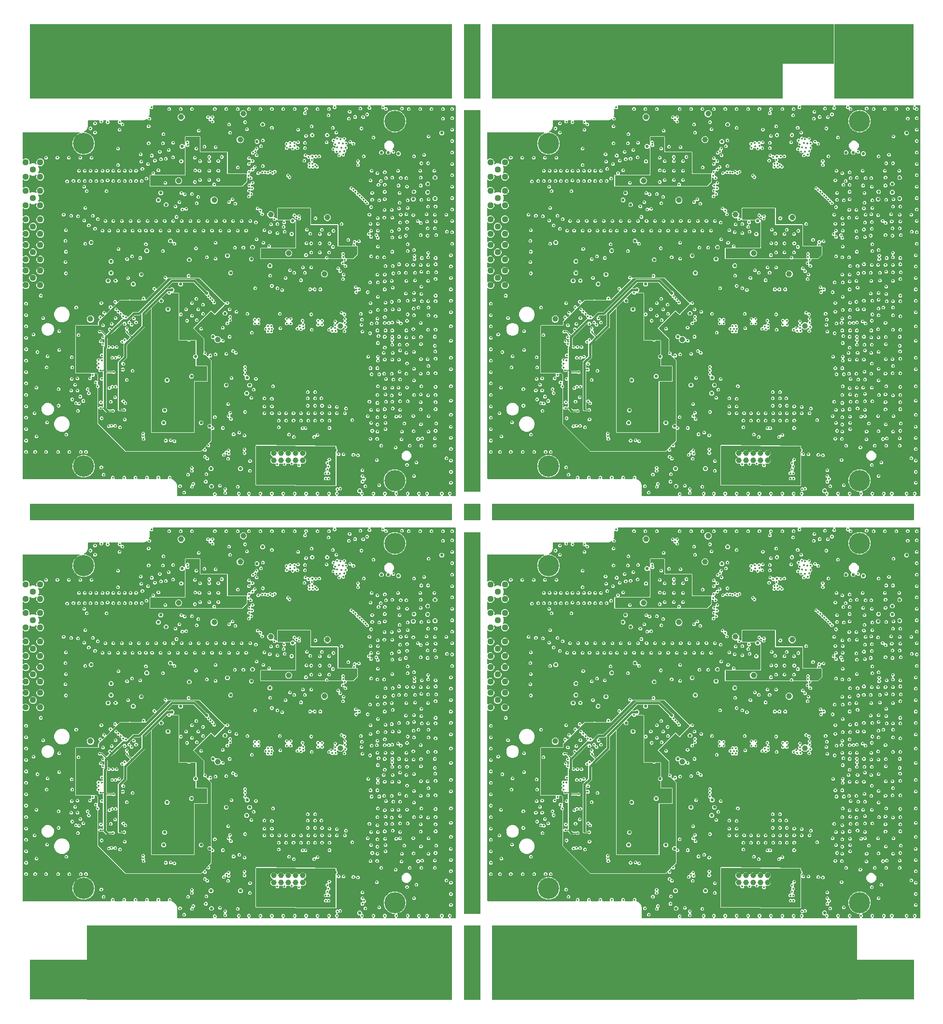
<source format=gbr>
G04 EAGLE Gerber RS-274X export*
G75*
%MOMM*%
%FSLAX34Y34*%
%LPD*%
%INCopper Layer 15*%
%IPPOS*%
%AMOC8*
5,1,8,0,0,1.08239X$1,22.5*%
G01*
%ADD10R,74.000000X13.000000*%
%ADD11R,9.000000X7.000000*%
%ADD12R,51.000000X13.000000*%
%ADD13R,14.000000X13.000000*%
%ADD14R,3.000000X13.000000*%
%ADD15R,3.000000X67.000000*%
%ADD16R,3.000000X3.000000*%
%ADD17R,74.000000X3.000000*%
%ADD18R,64.000000X13.000000*%
%ADD19R,10.000000X7.000000*%
%ADD20C,1.120000*%
%ADD21C,3.716000*%
%ADD22C,3.708400*%
%ADD23C,0.994000*%
%ADD24C,0.352400*%
%ADD25C,0.452400*%
%ADD26C,0.560000*%
%ADD27C,0.980000*%
%ADD28C,0.502400*%
%ADD29C,0.400000*%
%ADD30C,0.200000*%
%ADD31C,0.203200*%
%ADD32C,0.406400*%

G36*
X495695Y-27360D02*
X495695Y-27360D01*
X495727Y-27362D01*
X495834Y-27340D01*
X495942Y-27324D01*
X495972Y-27311D01*
X496003Y-27305D01*
X496100Y-27253D01*
X496199Y-27208D01*
X496224Y-27187D01*
X496252Y-27172D01*
X496330Y-27096D01*
X496413Y-27025D01*
X496431Y-26998D01*
X496454Y-26975D01*
X496508Y-26881D01*
X496568Y-26789D01*
X496577Y-26758D01*
X496593Y-26730D01*
X496618Y-26624D01*
X496650Y-26519D01*
X496651Y-26487D01*
X496658Y-26456D01*
X496653Y-26346D01*
X496654Y-26237D01*
X496645Y-26206D01*
X496644Y-26174D01*
X496608Y-26071D01*
X496579Y-25965D01*
X496562Y-25938D01*
X496551Y-25907D01*
X496498Y-25834D01*
X496431Y-25725D01*
X496395Y-25693D01*
X496370Y-25658D01*
X495967Y-25256D01*
X495967Y-22744D01*
X497744Y-20967D01*
X500256Y-20967D01*
X502033Y-22744D01*
X502033Y-25256D01*
X501630Y-25658D01*
X501611Y-25684D01*
X501587Y-25705D01*
X501527Y-25797D01*
X501461Y-25884D01*
X501450Y-25914D01*
X501432Y-25941D01*
X501400Y-26046D01*
X501362Y-26148D01*
X501359Y-26180D01*
X501350Y-26211D01*
X501348Y-26320D01*
X501340Y-26429D01*
X501346Y-26461D01*
X501346Y-26493D01*
X501375Y-26598D01*
X501397Y-26705D01*
X501413Y-26734D01*
X501421Y-26765D01*
X501479Y-26858D01*
X501530Y-26954D01*
X501552Y-26977D01*
X501569Y-27005D01*
X501650Y-27078D01*
X501727Y-27156D01*
X501755Y-27172D01*
X501779Y-27194D01*
X501877Y-27241D01*
X501972Y-27295D01*
X502004Y-27303D01*
X502032Y-27317D01*
X502122Y-27331D01*
X502247Y-27360D01*
X502295Y-27358D01*
X502337Y-27364D01*
X538663Y-27364D01*
X538695Y-27360D01*
X538727Y-27362D01*
X538834Y-27340D01*
X538942Y-27324D01*
X538972Y-27311D01*
X539003Y-27305D01*
X539099Y-27253D01*
X539199Y-27208D01*
X539224Y-27187D01*
X539252Y-27172D01*
X539330Y-27096D01*
X539413Y-27025D01*
X539431Y-26998D01*
X539454Y-26975D01*
X539508Y-26880D01*
X539568Y-26789D01*
X539577Y-26758D01*
X539593Y-26730D01*
X539618Y-26624D01*
X539650Y-26519D01*
X539651Y-26487D01*
X539658Y-26456D01*
X539653Y-26346D01*
X539654Y-26237D01*
X539645Y-26206D01*
X539644Y-26174D01*
X539608Y-26071D01*
X539579Y-25965D01*
X539562Y-25938D01*
X539551Y-25907D01*
X539498Y-25834D01*
X539431Y-25725D01*
X539395Y-25693D01*
X539370Y-25658D01*
X537967Y-24256D01*
X537967Y-21744D01*
X539744Y-19967D01*
X542256Y-19967D01*
X544033Y-21744D01*
X544033Y-24256D01*
X542630Y-25658D01*
X542611Y-25684D01*
X542587Y-25705D01*
X542527Y-25797D01*
X542461Y-25884D01*
X542450Y-25914D01*
X542432Y-25941D01*
X542400Y-26046D01*
X542362Y-26148D01*
X542359Y-26180D01*
X542350Y-26211D01*
X542348Y-26320D01*
X542340Y-26429D01*
X542346Y-26461D01*
X542346Y-26493D01*
X542375Y-26598D01*
X542397Y-26705D01*
X542413Y-26734D01*
X542421Y-26765D01*
X542479Y-26858D01*
X542530Y-26954D01*
X542552Y-26977D01*
X542569Y-27005D01*
X542650Y-27078D01*
X542727Y-27156D01*
X542755Y-27172D01*
X542779Y-27194D01*
X542877Y-27241D01*
X542972Y-27295D01*
X543003Y-27303D01*
X543032Y-27317D01*
X543122Y-27331D01*
X543247Y-27360D01*
X543295Y-27358D01*
X543337Y-27364D01*
X556663Y-27364D01*
X556695Y-27360D01*
X556727Y-27362D01*
X556834Y-27340D01*
X556942Y-27324D01*
X556972Y-27311D01*
X557003Y-27305D01*
X557099Y-27253D01*
X557199Y-27208D01*
X557224Y-27187D01*
X557252Y-27172D01*
X557330Y-27096D01*
X557413Y-27025D01*
X557431Y-26998D01*
X557454Y-26975D01*
X557508Y-26880D01*
X557568Y-26789D01*
X557577Y-26758D01*
X557593Y-26730D01*
X557618Y-26624D01*
X557650Y-26519D01*
X557651Y-26487D01*
X557658Y-26456D01*
X557653Y-26346D01*
X557654Y-26237D01*
X557645Y-26206D01*
X557644Y-26174D01*
X557608Y-26071D01*
X557579Y-25965D01*
X557562Y-25938D01*
X557551Y-25907D01*
X557498Y-25834D01*
X557431Y-25725D01*
X557395Y-25693D01*
X557370Y-25658D01*
X555967Y-24256D01*
X555967Y-21744D01*
X557744Y-19967D01*
X560256Y-19967D01*
X562033Y-21744D01*
X562033Y-24256D01*
X560630Y-25658D01*
X560611Y-25684D01*
X560587Y-25705D01*
X560527Y-25797D01*
X560461Y-25884D01*
X560450Y-25914D01*
X560432Y-25941D01*
X560400Y-26046D01*
X560362Y-26148D01*
X560359Y-26180D01*
X560350Y-26211D01*
X560348Y-26320D01*
X560340Y-26429D01*
X560346Y-26461D01*
X560346Y-26493D01*
X560375Y-26598D01*
X560397Y-26705D01*
X560413Y-26734D01*
X560421Y-26765D01*
X560479Y-26858D01*
X560530Y-26954D01*
X560552Y-26977D01*
X560569Y-27005D01*
X560650Y-27078D01*
X560727Y-27156D01*
X560755Y-27172D01*
X560779Y-27194D01*
X560877Y-27241D01*
X560972Y-27295D01*
X561003Y-27303D01*
X561032Y-27317D01*
X561122Y-27331D01*
X561247Y-27360D01*
X561295Y-27358D01*
X561337Y-27364D01*
X576663Y-27364D01*
X576695Y-27360D01*
X576727Y-27362D01*
X576834Y-27340D01*
X576942Y-27324D01*
X576972Y-27311D01*
X577003Y-27305D01*
X577099Y-27253D01*
X577199Y-27208D01*
X577224Y-27187D01*
X577252Y-27172D01*
X577330Y-27096D01*
X577413Y-27025D01*
X577431Y-26998D01*
X577454Y-26975D01*
X577508Y-26880D01*
X577568Y-26789D01*
X577577Y-26758D01*
X577593Y-26730D01*
X577618Y-26624D01*
X577650Y-26519D01*
X577651Y-26487D01*
X577658Y-26456D01*
X577653Y-26346D01*
X577654Y-26237D01*
X577645Y-26206D01*
X577644Y-26174D01*
X577608Y-26071D01*
X577579Y-25965D01*
X577562Y-25938D01*
X577551Y-25907D01*
X577498Y-25834D01*
X577431Y-25725D01*
X577395Y-25693D01*
X577370Y-25658D01*
X575967Y-24256D01*
X575967Y-21744D01*
X577744Y-19967D01*
X580256Y-19967D01*
X582033Y-21744D01*
X582033Y-24256D01*
X580630Y-25658D01*
X580611Y-25684D01*
X580587Y-25705D01*
X580527Y-25797D01*
X580461Y-25884D01*
X580450Y-25914D01*
X580432Y-25941D01*
X580400Y-26046D01*
X580362Y-26148D01*
X580359Y-26180D01*
X580350Y-26211D01*
X580348Y-26320D01*
X580340Y-26429D01*
X580346Y-26461D01*
X580346Y-26493D01*
X580375Y-26598D01*
X580397Y-26705D01*
X580413Y-26734D01*
X580421Y-26765D01*
X580479Y-26858D01*
X580530Y-26954D01*
X580552Y-26977D01*
X580569Y-27005D01*
X580650Y-27078D01*
X580727Y-27156D01*
X580755Y-27172D01*
X580779Y-27194D01*
X580877Y-27241D01*
X580972Y-27295D01*
X581003Y-27303D01*
X581032Y-27317D01*
X581122Y-27331D01*
X581247Y-27360D01*
X581295Y-27358D01*
X581337Y-27364D01*
X596663Y-27364D01*
X596695Y-27360D01*
X596727Y-27362D01*
X596834Y-27340D01*
X596942Y-27324D01*
X596972Y-27311D01*
X597003Y-27305D01*
X597099Y-27253D01*
X597199Y-27208D01*
X597224Y-27187D01*
X597252Y-27172D01*
X597330Y-27096D01*
X597413Y-27025D01*
X597431Y-26998D01*
X597454Y-26975D01*
X597508Y-26880D01*
X597568Y-26789D01*
X597577Y-26758D01*
X597593Y-26730D01*
X597618Y-26624D01*
X597650Y-26519D01*
X597651Y-26487D01*
X597658Y-26456D01*
X597653Y-26346D01*
X597654Y-26237D01*
X597645Y-26206D01*
X597644Y-26174D01*
X597608Y-26071D01*
X597579Y-25965D01*
X597562Y-25938D01*
X597551Y-25907D01*
X597498Y-25834D01*
X597431Y-25725D01*
X597395Y-25693D01*
X597370Y-25658D01*
X595967Y-24256D01*
X595967Y-21744D01*
X597744Y-19967D01*
X600256Y-19967D01*
X602033Y-21744D01*
X602033Y-24256D01*
X600630Y-25658D01*
X600611Y-25684D01*
X600587Y-25705D01*
X600527Y-25797D01*
X600461Y-25884D01*
X600450Y-25914D01*
X600432Y-25941D01*
X600400Y-26046D01*
X600362Y-26148D01*
X600359Y-26180D01*
X600350Y-26211D01*
X600348Y-26320D01*
X600340Y-26429D01*
X600346Y-26461D01*
X600346Y-26493D01*
X600375Y-26598D01*
X600397Y-26705D01*
X600413Y-26734D01*
X600421Y-26765D01*
X600479Y-26858D01*
X600530Y-26954D01*
X600552Y-26977D01*
X600569Y-27005D01*
X600650Y-27078D01*
X600727Y-27156D01*
X600755Y-27172D01*
X600779Y-27194D01*
X600877Y-27241D01*
X600972Y-27295D01*
X601003Y-27303D01*
X601032Y-27317D01*
X601122Y-27331D01*
X601247Y-27360D01*
X601295Y-27358D01*
X601337Y-27364D01*
X616663Y-27364D01*
X616695Y-27360D01*
X616727Y-27362D01*
X616834Y-27340D01*
X616942Y-27324D01*
X616972Y-27311D01*
X617003Y-27305D01*
X617099Y-27253D01*
X617199Y-27208D01*
X617224Y-27187D01*
X617252Y-27172D01*
X617330Y-27096D01*
X617413Y-27025D01*
X617431Y-26998D01*
X617454Y-26975D01*
X617508Y-26880D01*
X617568Y-26789D01*
X617577Y-26758D01*
X617593Y-26730D01*
X617618Y-26624D01*
X617650Y-26519D01*
X617651Y-26487D01*
X617658Y-26456D01*
X617653Y-26346D01*
X617654Y-26237D01*
X617645Y-26206D01*
X617644Y-26174D01*
X617608Y-26071D01*
X617579Y-25965D01*
X617562Y-25938D01*
X617551Y-25907D01*
X617498Y-25834D01*
X617431Y-25725D01*
X617395Y-25693D01*
X617370Y-25658D01*
X615967Y-24256D01*
X615967Y-21744D01*
X617744Y-19967D01*
X620256Y-19967D01*
X622033Y-21744D01*
X622033Y-24256D01*
X620630Y-25658D01*
X620611Y-25684D01*
X620587Y-25705D01*
X620527Y-25797D01*
X620461Y-25884D01*
X620450Y-25914D01*
X620432Y-25941D01*
X620400Y-26046D01*
X620362Y-26148D01*
X620359Y-26180D01*
X620350Y-26211D01*
X620348Y-26320D01*
X620340Y-26429D01*
X620346Y-26461D01*
X620346Y-26493D01*
X620375Y-26598D01*
X620397Y-26705D01*
X620413Y-26734D01*
X620421Y-26765D01*
X620479Y-26858D01*
X620530Y-26954D01*
X620552Y-26977D01*
X620569Y-27005D01*
X620650Y-27078D01*
X620727Y-27156D01*
X620755Y-27172D01*
X620779Y-27194D01*
X620877Y-27241D01*
X620972Y-27295D01*
X621003Y-27303D01*
X621032Y-27317D01*
X621122Y-27331D01*
X621247Y-27360D01*
X621295Y-27358D01*
X621337Y-27364D01*
X636663Y-27364D01*
X636695Y-27360D01*
X636727Y-27362D01*
X636834Y-27340D01*
X636942Y-27324D01*
X636972Y-27311D01*
X637003Y-27305D01*
X637099Y-27253D01*
X637199Y-27208D01*
X637224Y-27187D01*
X637252Y-27172D01*
X637330Y-27096D01*
X637413Y-27025D01*
X637431Y-26998D01*
X637454Y-26975D01*
X637508Y-26880D01*
X637568Y-26789D01*
X637577Y-26758D01*
X637593Y-26730D01*
X637618Y-26624D01*
X637650Y-26519D01*
X637651Y-26487D01*
X637658Y-26456D01*
X637653Y-26346D01*
X637654Y-26237D01*
X637645Y-26206D01*
X637644Y-26174D01*
X637608Y-26071D01*
X637579Y-25965D01*
X637562Y-25938D01*
X637551Y-25907D01*
X637498Y-25834D01*
X637431Y-25725D01*
X637395Y-25693D01*
X637370Y-25658D01*
X635967Y-24256D01*
X635967Y-21744D01*
X637744Y-19967D01*
X640256Y-19967D01*
X642033Y-21744D01*
X642033Y-24256D01*
X640630Y-25658D01*
X640611Y-25684D01*
X640587Y-25705D01*
X640527Y-25797D01*
X640461Y-25884D01*
X640450Y-25914D01*
X640432Y-25941D01*
X640400Y-26046D01*
X640362Y-26148D01*
X640359Y-26180D01*
X640350Y-26211D01*
X640348Y-26320D01*
X640340Y-26429D01*
X640346Y-26461D01*
X640346Y-26493D01*
X640375Y-26598D01*
X640397Y-26705D01*
X640413Y-26734D01*
X640421Y-26765D01*
X640479Y-26858D01*
X640530Y-26954D01*
X640552Y-26977D01*
X640569Y-27005D01*
X640650Y-27078D01*
X640727Y-27156D01*
X640755Y-27172D01*
X640779Y-27194D01*
X640877Y-27241D01*
X640972Y-27295D01*
X641003Y-27303D01*
X641032Y-27317D01*
X641122Y-27331D01*
X641247Y-27360D01*
X641295Y-27358D01*
X641337Y-27364D01*
X656663Y-27364D01*
X656695Y-27360D01*
X656727Y-27362D01*
X656834Y-27340D01*
X656942Y-27324D01*
X656972Y-27311D01*
X657003Y-27305D01*
X657099Y-27253D01*
X657199Y-27208D01*
X657224Y-27187D01*
X657252Y-27172D01*
X657330Y-27096D01*
X657413Y-27025D01*
X657431Y-26998D01*
X657454Y-26975D01*
X657508Y-26880D01*
X657568Y-26789D01*
X657577Y-26758D01*
X657593Y-26730D01*
X657618Y-26624D01*
X657650Y-26519D01*
X657651Y-26487D01*
X657658Y-26456D01*
X657653Y-26346D01*
X657654Y-26237D01*
X657645Y-26206D01*
X657644Y-26174D01*
X657608Y-26071D01*
X657579Y-25965D01*
X657562Y-25938D01*
X657551Y-25907D01*
X657498Y-25834D01*
X657431Y-25725D01*
X657395Y-25693D01*
X657370Y-25658D01*
X655967Y-24256D01*
X655967Y-21744D01*
X657744Y-19967D01*
X660256Y-19967D01*
X662033Y-21744D01*
X662033Y-24256D01*
X660630Y-25658D01*
X660611Y-25684D01*
X660587Y-25705D01*
X660527Y-25797D01*
X660461Y-25884D01*
X660450Y-25914D01*
X660432Y-25941D01*
X660400Y-26046D01*
X660362Y-26148D01*
X660359Y-26180D01*
X660350Y-26211D01*
X660348Y-26320D01*
X660340Y-26429D01*
X660346Y-26461D01*
X660346Y-26493D01*
X660375Y-26598D01*
X660397Y-26705D01*
X660413Y-26734D01*
X660421Y-26765D01*
X660479Y-26858D01*
X660530Y-26954D01*
X660552Y-26977D01*
X660569Y-27005D01*
X660650Y-27078D01*
X660727Y-27156D01*
X660755Y-27172D01*
X660779Y-27194D01*
X660877Y-27241D01*
X660972Y-27295D01*
X661003Y-27303D01*
X661032Y-27317D01*
X661122Y-27331D01*
X661247Y-27360D01*
X661295Y-27358D01*
X661337Y-27364D01*
X676663Y-27364D01*
X676695Y-27360D01*
X676727Y-27362D01*
X676834Y-27340D01*
X676942Y-27324D01*
X676972Y-27311D01*
X677003Y-27305D01*
X677099Y-27253D01*
X677199Y-27208D01*
X677224Y-27187D01*
X677252Y-27172D01*
X677330Y-27096D01*
X677413Y-27025D01*
X677431Y-26998D01*
X677454Y-26975D01*
X677508Y-26880D01*
X677568Y-26789D01*
X677577Y-26758D01*
X677593Y-26730D01*
X677618Y-26624D01*
X677650Y-26519D01*
X677651Y-26487D01*
X677658Y-26456D01*
X677653Y-26346D01*
X677654Y-26237D01*
X677645Y-26206D01*
X677644Y-26174D01*
X677608Y-26071D01*
X677579Y-25965D01*
X677562Y-25938D01*
X677551Y-25907D01*
X677498Y-25834D01*
X677431Y-25725D01*
X677395Y-25693D01*
X677370Y-25658D01*
X675967Y-24256D01*
X675967Y-21744D01*
X677744Y-19967D01*
X680256Y-19967D01*
X682033Y-21744D01*
X682033Y-24256D01*
X680630Y-25658D01*
X680611Y-25684D01*
X680587Y-25705D01*
X680527Y-25797D01*
X680461Y-25884D01*
X680450Y-25914D01*
X680432Y-25941D01*
X680400Y-26046D01*
X680362Y-26148D01*
X680359Y-26180D01*
X680350Y-26211D01*
X680348Y-26320D01*
X680340Y-26429D01*
X680346Y-26461D01*
X680346Y-26493D01*
X680375Y-26598D01*
X680397Y-26705D01*
X680413Y-26734D01*
X680421Y-26765D01*
X680479Y-26858D01*
X680530Y-26954D01*
X680552Y-26977D01*
X680569Y-27005D01*
X680650Y-27078D01*
X680727Y-27156D01*
X680755Y-27172D01*
X680779Y-27194D01*
X680877Y-27241D01*
X680972Y-27295D01*
X681003Y-27303D01*
X681032Y-27317D01*
X681122Y-27331D01*
X681247Y-27360D01*
X681295Y-27358D01*
X681337Y-27364D01*
X696663Y-27364D01*
X696695Y-27360D01*
X696727Y-27362D01*
X696834Y-27340D01*
X696942Y-27324D01*
X696972Y-27311D01*
X697003Y-27305D01*
X697099Y-27253D01*
X697199Y-27208D01*
X697224Y-27187D01*
X697252Y-27172D01*
X697330Y-27096D01*
X697413Y-27025D01*
X697431Y-26998D01*
X697454Y-26975D01*
X697508Y-26880D01*
X697568Y-26789D01*
X697577Y-26758D01*
X697593Y-26730D01*
X697618Y-26624D01*
X697650Y-26519D01*
X697651Y-26487D01*
X697658Y-26456D01*
X697653Y-26346D01*
X697654Y-26237D01*
X697645Y-26206D01*
X697644Y-26174D01*
X697608Y-26071D01*
X697579Y-25965D01*
X697562Y-25938D01*
X697551Y-25907D01*
X697498Y-25834D01*
X697431Y-25725D01*
X697395Y-25693D01*
X697370Y-25658D01*
X695967Y-24256D01*
X695967Y-21744D01*
X697744Y-19967D01*
X700256Y-19967D01*
X702033Y-21744D01*
X702033Y-24256D01*
X700630Y-25658D01*
X700611Y-25684D01*
X700587Y-25705D01*
X700527Y-25797D01*
X700461Y-25884D01*
X700450Y-25914D01*
X700432Y-25941D01*
X700400Y-26046D01*
X700362Y-26148D01*
X700359Y-26180D01*
X700350Y-26211D01*
X700348Y-26320D01*
X700340Y-26429D01*
X700346Y-26461D01*
X700346Y-26493D01*
X700375Y-26598D01*
X700397Y-26705D01*
X700413Y-26734D01*
X700421Y-26765D01*
X700479Y-26858D01*
X700530Y-26954D01*
X700552Y-26977D01*
X700569Y-27005D01*
X700650Y-27078D01*
X700727Y-27156D01*
X700755Y-27172D01*
X700779Y-27194D01*
X700877Y-27241D01*
X700972Y-27295D01*
X701003Y-27303D01*
X701032Y-27317D01*
X701122Y-27331D01*
X701247Y-27360D01*
X701295Y-27358D01*
X701337Y-27364D01*
X710663Y-27364D01*
X710695Y-27360D01*
X710727Y-27362D01*
X710834Y-27340D01*
X710942Y-27324D01*
X710972Y-27311D01*
X711003Y-27305D01*
X711099Y-27253D01*
X711199Y-27208D01*
X711224Y-27187D01*
X711252Y-27172D01*
X711330Y-27096D01*
X711413Y-27025D01*
X711431Y-26998D01*
X711454Y-26975D01*
X711508Y-26880D01*
X711568Y-26789D01*
X711577Y-26758D01*
X711593Y-26730D01*
X711618Y-26624D01*
X711650Y-26519D01*
X711651Y-26487D01*
X711658Y-26456D01*
X711653Y-26346D01*
X711654Y-26237D01*
X711645Y-26206D01*
X711644Y-26174D01*
X711608Y-26071D01*
X711579Y-25965D01*
X711562Y-25938D01*
X711551Y-25907D01*
X711498Y-25834D01*
X711431Y-25725D01*
X711395Y-25693D01*
X711370Y-25658D01*
X709967Y-24256D01*
X709967Y-21744D01*
X711744Y-19967D01*
X711766Y-19967D01*
X711798Y-19963D01*
X711830Y-19965D01*
X711937Y-19943D01*
X712045Y-19927D01*
X712075Y-19914D01*
X712106Y-19908D01*
X712203Y-19856D01*
X712302Y-19811D01*
X712327Y-19790D01*
X712355Y-19775D01*
X712433Y-19699D01*
X712516Y-19628D01*
X712534Y-19601D01*
X712557Y-19578D01*
X712611Y-19483D01*
X712671Y-19392D01*
X712680Y-19361D01*
X712696Y-19333D01*
X712721Y-19227D01*
X712753Y-19122D01*
X712754Y-19090D01*
X712761Y-19059D01*
X712756Y-18949D01*
X712757Y-18840D01*
X712748Y-18809D01*
X712747Y-18777D01*
X712711Y-18674D01*
X712682Y-18568D01*
X712665Y-18541D01*
X712654Y-18510D01*
X712601Y-18437D01*
X712534Y-18328D01*
X712498Y-18296D01*
X712473Y-18261D01*
X710667Y-16456D01*
X710667Y-13944D01*
X712444Y-12167D01*
X714956Y-12167D01*
X715293Y-12504D01*
X715345Y-12543D01*
X715390Y-12589D01*
X715457Y-12627D01*
X715519Y-12674D01*
X715579Y-12696D01*
X715635Y-12728D01*
X715710Y-12746D01*
X715783Y-12773D01*
X715847Y-12778D01*
X715909Y-12793D01*
X715987Y-12789D01*
X716064Y-12795D01*
X716127Y-12782D01*
X716191Y-12779D01*
X716264Y-12753D01*
X716340Y-12738D01*
X716397Y-12707D01*
X716458Y-12686D01*
X716514Y-12645D01*
X716589Y-12605D01*
X716650Y-12546D01*
X716707Y-12504D01*
X717744Y-11467D01*
X720256Y-11467D01*
X722033Y-13244D01*
X722033Y-15756D01*
X720256Y-17533D01*
X717744Y-17533D01*
X717407Y-17196D01*
X717355Y-17157D01*
X717310Y-17111D01*
X717243Y-17073D01*
X717181Y-17026D01*
X717121Y-17004D01*
X717065Y-16972D01*
X716990Y-16954D01*
X716917Y-16927D01*
X716853Y-16922D01*
X716790Y-16907D01*
X716713Y-16911D01*
X716636Y-16905D01*
X716573Y-16918D01*
X716509Y-16921D01*
X716436Y-16947D01*
X716360Y-16963D01*
X716303Y-16993D01*
X716242Y-17014D01*
X716186Y-17055D01*
X716111Y-17095D01*
X716050Y-17154D01*
X715993Y-17196D01*
X714956Y-18233D01*
X714934Y-18233D01*
X714902Y-18237D01*
X714870Y-18235D01*
X714763Y-18257D01*
X714655Y-18273D01*
X714625Y-18286D01*
X714594Y-18292D01*
X714497Y-18344D01*
X714398Y-18389D01*
X714373Y-18410D01*
X714345Y-18425D01*
X714267Y-18501D01*
X714184Y-18572D01*
X714166Y-18599D01*
X714143Y-18622D01*
X714089Y-18717D01*
X714029Y-18808D01*
X714020Y-18839D01*
X714004Y-18867D01*
X713979Y-18973D01*
X713947Y-19078D01*
X713946Y-19110D01*
X713939Y-19141D01*
X713944Y-19251D01*
X713943Y-19360D01*
X713952Y-19391D01*
X713953Y-19423D01*
X713989Y-19526D01*
X714018Y-19632D01*
X714035Y-19659D01*
X714046Y-19690D01*
X714099Y-19763D01*
X714166Y-19872D01*
X714202Y-19904D01*
X714227Y-19939D01*
X716033Y-21744D01*
X716033Y-24256D01*
X714630Y-25658D01*
X714611Y-25684D01*
X714587Y-25705D01*
X714527Y-25797D01*
X714461Y-25884D01*
X714450Y-25914D01*
X714432Y-25941D01*
X714400Y-26046D01*
X714362Y-26148D01*
X714359Y-26180D01*
X714350Y-26211D01*
X714348Y-26320D01*
X714340Y-26429D01*
X714346Y-26461D01*
X714346Y-26493D01*
X714375Y-26598D01*
X714397Y-26705D01*
X714413Y-26734D01*
X714421Y-26765D01*
X714479Y-26858D01*
X714530Y-26954D01*
X714552Y-26977D01*
X714569Y-27005D01*
X714650Y-27078D01*
X714727Y-27156D01*
X714755Y-27172D01*
X714779Y-27194D01*
X714877Y-27241D01*
X714972Y-27295D01*
X715003Y-27303D01*
X715032Y-27317D01*
X715122Y-27331D01*
X715247Y-27360D01*
X715295Y-27358D01*
X715337Y-27364D01*
X754663Y-27364D01*
X754695Y-27360D01*
X754727Y-27362D01*
X754834Y-27340D01*
X754942Y-27324D01*
X754972Y-27311D01*
X755003Y-27305D01*
X755099Y-27253D01*
X755199Y-27208D01*
X755224Y-27187D01*
X755252Y-27172D01*
X755330Y-27096D01*
X755413Y-27025D01*
X755431Y-26998D01*
X755454Y-26975D01*
X755508Y-26880D01*
X755568Y-26789D01*
X755577Y-26758D01*
X755593Y-26730D01*
X755618Y-26624D01*
X755650Y-26519D01*
X755651Y-26487D01*
X755658Y-26456D01*
X755653Y-26346D01*
X755654Y-26237D01*
X755645Y-26206D01*
X755644Y-26174D01*
X755608Y-26071D01*
X755579Y-25965D01*
X755562Y-25938D01*
X755551Y-25907D01*
X755498Y-25834D01*
X755431Y-25725D01*
X755395Y-25693D01*
X755370Y-25658D01*
X753967Y-24256D01*
X753967Y-23070D01*
X753958Y-23006D01*
X753959Y-22942D01*
X753938Y-22867D01*
X753927Y-22791D01*
X753901Y-22732D01*
X753884Y-22670D01*
X753843Y-22604D01*
X753811Y-22534D01*
X753769Y-22485D01*
X753736Y-22430D01*
X753678Y-22378D01*
X753628Y-22320D01*
X753574Y-22284D01*
X753526Y-22241D01*
X753457Y-22208D01*
X753392Y-22165D01*
X753330Y-22146D01*
X753273Y-22118D01*
X753203Y-22107D01*
X753122Y-22083D01*
X753037Y-22082D01*
X752968Y-22071D01*
X751314Y-22071D01*
X748929Y-19686D01*
X748929Y-16314D01*
X751314Y-13929D01*
X754686Y-13929D01*
X757071Y-16314D01*
X757071Y-18968D01*
X757080Y-19032D01*
X757079Y-19096D01*
X757100Y-19171D01*
X757111Y-19247D01*
X757137Y-19306D01*
X757154Y-19368D01*
X757195Y-19434D01*
X757227Y-19504D01*
X757269Y-19553D01*
X757302Y-19608D01*
X757360Y-19660D01*
X757410Y-19718D01*
X757464Y-19754D01*
X757512Y-19797D01*
X757581Y-19830D01*
X757646Y-19873D01*
X757708Y-19892D01*
X757765Y-19920D01*
X757835Y-19931D01*
X757916Y-19955D01*
X758001Y-19956D01*
X758070Y-19967D01*
X758256Y-19967D01*
X760033Y-21744D01*
X760033Y-24256D01*
X758630Y-25658D01*
X758611Y-25684D01*
X758587Y-25705D01*
X758527Y-25797D01*
X758461Y-25884D01*
X758450Y-25914D01*
X758432Y-25941D01*
X758400Y-26046D01*
X758362Y-26148D01*
X758359Y-26180D01*
X758350Y-26211D01*
X758348Y-26320D01*
X758340Y-26429D01*
X758346Y-26461D01*
X758346Y-26493D01*
X758375Y-26598D01*
X758397Y-26705D01*
X758413Y-26734D01*
X758421Y-26765D01*
X758479Y-26858D01*
X758530Y-26954D01*
X758552Y-26977D01*
X758569Y-27005D01*
X758650Y-27078D01*
X758727Y-27156D01*
X758755Y-27172D01*
X758779Y-27194D01*
X758877Y-27241D01*
X758972Y-27295D01*
X759003Y-27303D01*
X759032Y-27317D01*
X759122Y-27331D01*
X759247Y-27360D01*
X759295Y-27358D01*
X759337Y-27364D01*
X774663Y-27364D01*
X774695Y-27360D01*
X774727Y-27362D01*
X774834Y-27340D01*
X774942Y-27324D01*
X774972Y-27311D01*
X775003Y-27305D01*
X775099Y-27253D01*
X775199Y-27208D01*
X775224Y-27187D01*
X775252Y-27172D01*
X775330Y-27096D01*
X775413Y-27025D01*
X775431Y-26998D01*
X775454Y-26975D01*
X775508Y-26880D01*
X775568Y-26789D01*
X775577Y-26758D01*
X775593Y-26730D01*
X775618Y-26624D01*
X775650Y-26519D01*
X775651Y-26487D01*
X775658Y-26456D01*
X775653Y-26346D01*
X775654Y-26237D01*
X775645Y-26206D01*
X775644Y-26174D01*
X775608Y-26071D01*
X775579Y-25965D01*
X775562Y-25938D01*
X775551Y-25907D01*
X775498Y-25834D01*
X775431Y-25725D01*
X775395Y-25693D01*
X775370Y-25658D01*
X773967Y-24256D01*
X773967Y-21744D01*
X775744Y-19967D01*
X778256Y-19967D01*
X780033Y-21744D01*
X780033Y-24256D01*
X778630Y-25658D01*
X778611Y-25684D01*
X778587Y-25705D01*
X778527Y-25797D01*
X778461Y-25884D01*
X778450Y-25914D01*
X778432Y-25941D01*
X778400Y-26046D01*
X778362Y-26148D01*
X778359Y-26180D01*
X778350Y-26211D01*
X778348Y-26320D01*
X778340Y-26429D01*
X778346Y-26461D01*
X778346Y-26493D01*
X778375Y-26598D01*
X778397Y-26705D01*
X778413Y-26734D01*
X778421Y-26765D01*
X778479Y-26858D01*
X778530Y-26954D01*
X778552Y-26977D01*
X778569Y-27005D01*
X778650Y-27078D01*
X778727Y-27156D01*
X778755Y-27172D01*
X778779Y-27194D01*
X778877Y-27241D01*
X778972Y-27295D01*
X779003Y-27303D01*
X779032Y-27317D01*
X779122Y-27331D01*
X779247Y-27360D01*
X779295Y-27358D01*
X779337Y-27364D01*
X794663Y-27364D01*
X794695Y-27360D01*
X794727Y-27362D01*
X794834Y-27340D01*
X794942Y-27324D01*
X794972Y-27311D01*
X795003Y-27305D01*
X795099Y-27253D01*
X795199Y-27208D01*
X795224Y-27187D01*
X795252Y-27172D01*
X795330Y-27096D01*
X795413Y-27025D01*
X795431Y-26998D01*
X795454Y-26975D01*
X795508Y-26880D01*
X795568Y-26789D01*
X795577Y-26758D01*
X795593Y-26730D01*
X795618Y-26624D01*
X795650Y-26519D01*
X795651Y-26487D01*
X795658Y-26456D01*
X795653Y-26346D01*
X795654Y-26237D01*
X795645Y-26206D01*
X795644Y-26174D01*
X795608Y-26071D01*
X795579Y-25965D01*
X795562Y-25938D01*
X795551Y-25907D01*
X795498Y-25834D01*
X795431Y-25725D01*
X795395Y-25693D01*
X795370Y-25658D01*
X793967Y-24256D01*
X793967Y-21744D01*
X795744Y-19967D01*
X798256Y-19967D01*
X800033Y-21744D01*
X800033Y-24256D01*
X798630Y-25658D01*
X798611Y-25684D01*
X798587Y-25705D01*
X798527Y-25797D01*
X798461Y-25884D01*
X798450Y-25914D01*
X798432Y-25941D01*
X798400Y-26046D01*
X798362Y-26148D01*
X798359Y-26180D01*
X798350Y-26211D01*
X798348Y-26320D01*
X798340Y-26429D01*
X798346Y-26461D01*
X798346Y-26493D01*
X798375Y-26598D01*
X798397Y-26705D01*
X798413Y-26734D01*
X798421Y-26765D01*
X798479Y-26858D01*
X798530Y-26954D01*
X798552Y-26977D01*
X798569Y-27005D01*
X798650Y-27078D01*
X798727Y-27156D01*
X798755Y-27172D01*
X798779Y-27194D01*
X798877Y-27241D01*
X798972Y-27295D01*
X799003Y-27303D01*
X799032Y-27317D01*
X799122Y-27331D01*
X799247Y-27360D01*
X799295Y-27358D01*
X799337Y-27364D01*
X814663Y-27364D01*
X814695Y-27360D01*
X814727Y-27362D01*
X814834Y-27340D01*
X814942Y-27324D01*
X814972Y-27311D01*
X815003Y-27305D01*
X815099Y-27253D01*
X815199Y-27208D01*
X815224Y-27187D01*
X815252Y-27172D01*
X815330Y-27096D01*
X815413Y-27025D01*
X815431Y-26998D01*
X815454Y-26975D01*
X815508Y-26880D01*
X815568Y-26789D01*
X815577Y-26758D01*
X815593Y-26730D01*
X815618Y-26624D01*
X815650Y-26519D01*
X815651Y-26487D01*
X815658Y-26456D01*
X815653Y-26346D01*
X815654Y-26237D01*
X815645Y-26206D01*
X815644Y-26174D01*
X815608Y-26071D01*
X815579Y-25965D01*
X815562Y-25938D01*
X815551Y-25907D01*
X815498Y-25834D01*
X815431Y-25725D01*
X815395Y-25693D01*
X815370Y-25658D01*
X813967Y-24256D01*
X813967Y-21744D01*
X814503Y-21209D01*
X814522Y-21183D01*
X814546Y-21162D01*
X814606Y-21070D01*
X814672Y-20983D01*
X814683Y-20953D01*
X814701Y-20926D01*
X814733Y-20821D01*
X814771Y-20719D01*
X814774Y-20687D01*
X814783Y-20656D01*
X814785Y-20547D01*
X814793Y-20438D01*
X814787Y-20406D01*
X814787Y-20374D01*
X814758Y-20269D01*
X814736Y-20162D01*
X814720Y-20133D01*
X814712Y-20102D01*
X814654Y-20009D01*
X814603Y-19913D01*
X814581Y-19890D01*
X814564Y-19862D01*
X814483Y-19789D01*
X814406Y-19711D01*
X814378Y-19695D01*
X814354Y-19673D01*
X814256Y-19626D01*
X814161Y-19572D01*
X814129Y-19564D01*
X814101Y-19550D01*
X814011Y-19536D01*
X813886Y-19507D01*
X813838Y-19509D01*
X813796Y-19503D01*
X810793Y-19503D01*
X803610Y-16527D01*
X798113Y-11030D01*
X795137Y-3847D01*
X795137Y3927D01*
X798113Y11110D01*
X803610Y16607D01*
X810793Y19583D01*
X818567Y19583D01*
X825750Y16607D01*
X831247Y11110D01*
X834223Y3927D01*
X834223Y-3847D01*
X831247Y-11030D01*
X825750Y-16527D01*
X819400Y-19158D01*
X819298Y-19218D01*
X819194Y-19274D01*
X819177Y-19290D01*
X819158Y-19301D01*
X819077Y-19388D01*
X818992Y-19470D01*
X818980Y-19490D01*
X818965Y-19507D01*
X818911Y-19612D01*
X818853Y-19716D01*
X818847Y-19738D01*
X818837Y-19758D01*
X818815Y-19875D01*
X818788Y-19990D01*
X818789Y-20013D01*
X818785Y-20035D01*
X818796Y-20154D01*
X818802Y-20272D01*
X818810Y-20293D01*
X818812Y-20316D01*
X818856Y-20426D01*
X818895Y-20538D01*
X818907Y-20556D01*
X818916Y-20578D01*
X819031Y-20725D01*
X819076Y-20787D01*
X820033Y-21744D01*
X820033Y-24256D01*
X818630Y-25658D01*
X818611Y-25684D01*
X818587Y-25705D01*
X818527Y-25797D01*
X818461Y-25884D01*
X818450Y-25914D01*
X818432Y-25941D01*
X818400Y-26046D01*
X818362Y-26148D01*
X818359Y-26180D01*
X818350Y-26211D01*
X818348Y-26320D01*
X818340Y-26429D01*
X818346Y-26461D01*
X818346Y-26493D01*
X818375Y-26598D01*
X818397Y-26705D01*
X818413Y-26734D01*
X818421Y-26765D01*
X818479Y-26858D01*
X818530Y-26954D01*
X818552Y-26977D01*
X818569Y-27005D01*
X818650Y-27078D01*
X818727Y-27156D01*
X818755Y-27172D01*
X818779Y-27194D01*
X818877Y-27241D01*
X818972Y-27295D01*
X819003Y-27303D01*
X819032Y-27317D01*
X819122Y-27331D01*
X819247Y-27360D01*
X819295Y-27358D01*
X819337Y-27364D01*
X834663Y-27364D01*
X834695Y-27360D01*
X834727Y-27362D01*
X834834Y-27340D01*
X834942Y-27324D01*
X834972Y-27311D01*
X835003Y-27305D01*
X835099Y-27253D01*
X835199Y-27208D01*
X835224Y-27187D01*
X835252Y-27172D01*
X835330Y-27096D01*
X835413Y-27025D01*
X835431Y-26998D01*
X835454Y-26975D01*
X835508Y-26880D01*
X835568Y-26789D01*
X835577Y-26758D01*
X835593Y-26730D01*
X835618Y-26624D01*
X835650Y-26519D01*
X835651Y-26487D01*
X835658Y-26456D01*
X835653Y-26346D01*
X835654Y-26237D01*
X835645Y-26206D01*
X835644Y-26174D01*
X835608Y-26071D01*
X835579Y-25965D01*
X835562Y-25938D01*
X835551Y-25907D01*
X835498Y-25834D01*
X835431Y-25725D01*
X835395Y-25693D01*
X835370Y-25658D01*
X833967Y-24256D01*
X833967Y-21744D01*
X835744Y-19967D01*
X838256Y-19967D01*
X840033Y-21744D01*
X840033Y-24256D01*
X838630Y-25658D01*
X838611Y-25684D01*
X838587Y-25705D01*
X838527Y-25797D01*
X838461Y-25884D01*
X838450Y-25914D01*
X838432Y-25941D01*
X838400Y-26046D01*
X838362Y-26148D01*
X838359Y-26180D01*
X838350Y-26211D01*
X838348Y-26320D01*
X838340Y-26429D01*
X838346Y-26461D01*
X838346Y-26493D01*
X838375Y-26598D01*
X838397Y-26705D01*
X838413Y-26734D01*
X838421Y-26765D01*
X838479Y-26858D01*
X838530Y-26954D01*
X838552Y-26977D01*
X838569Y-27005D01*
X838650Y-27078D01*
X838727Y-27156D01*
X838755Y-27172D01*
X838779Y-27194D01*
X838877Y-27241D01*
X838972Y-27295D01*
X839003Y-27303D01*
X839032Y-27317D01*
X839122Y-27331D01*
X839247Y-27360D01*
X839295Y-27358D01*
X839337Y-27364D01*
X854663Y-27364D01*
X854695Y-27360D01*
X854727Y-27362D01*
X854834Y-27340D01*
X854942Y-27324D01*
X854972Y-27311D01*
X855003Y-27305D01*
X855099Y-27253D01*
X855199Y-27208D01*
X855224Y-27187D01*
X855252Y-27172D01*
X855330Y-27096D01*
X855413Y-27025D01*
X855431Y-26998D01*
X855454Y-26975D01*
X855508Y-26880D01*
X855568Y-26789D01*
X855577Y-26758D01*
X855593Y-26730D01*
X855618Y-26624D01*
X855650Y-26519D01*
X855651Y-26487D01*
X855658Y-26456D01*
X855653Y-26346D01*
X855654Y-26237D01*
X855645Y-26206D01*
X855644Y-26174D01*
X855608Y-26071D01*
X855579Y-25965D01*
X855562Y-25938D01*
X855551Y-25907D01*
X855498Y-25834D01*
X855431Y-25725D01*
X855395Y-25693D01*
X855370Y-25658D01*
X853967Y-24256D01*
X853967Y-21744D01*
X855744Y-19967D01*
X858256Y-19967D01*
X860033Y-21744D01*
X860033Y-24256D01*
X858630Y-25658D01*
X858611Y-25684D01*
X858587Y-25705D01*
X858527Y-25797D01*
X858461Y-25884D01*
X858450Y-25914D01*
X858432Y-25941D01*
X858400Y-26046D01*
X858362Y-26148D01*
X858359Y-26180D01*
X858350Y-26211D01*
X858348Y-26320D01*
X858340Y-26429D01*
X858346Y-26461D01*
X858346Y-26493D01*
X858375Y-26598D01*
X858397Y-26705D01*
X858413Y-26734D01*
X858421Y-26765D01*
X858479Y-26858D01*
X858530Y-26954D01*
X858552Y-26977D01*
X858569Y-27005D01*
X858650Y-27078D01*
X858727Y-27156D01*
X858755Y-27172D01*
X858779Y-27194D01*
X858877Y-27241D01*
X858972Y-27295D01*
X859003Y-27303D01*
X859032Y-27317D01*
X859122Y-27331D01*
X859247Y-27360D01*
X859295Y-27358D01*
X859337Y-27364D01*
X868663Y-27364D01*
X868695Y-27360D01*
X868727Y-27362D01*
X868834Y-27340D01*
X868942Y-27324D01*
X868972Y-27311D01*
X869003Y-27305D01*
X869099Y-27253D01*
X869199Y-27208D01*
X869224Y-27187D01*
X869252Y-27172D01*
X869330Y-27096D01*
X869413Y-27025D01*
X869431Y-26998D01*
X869454Y-26975D01*
X869508Y-26880D01*
X869568Y-26789D01*
X869577Y-26758D01*
X869593Y-26730D01*
X869618Y-26624D01*
X869650Y-26519D01*
X869651Y-26487D01*
X869658Y-26456D01*
X869653Y-26346D01*
X869654Y-26237D01*
X869645Y-26206D01*
X869644Y-26174D01*
X869608Y-26071D01*
X869579Y-25965D01*
X869562Y-25938D01*
X869551Y-25907D01*
X869498Y-25834D01*
X869431Y-25725D01*
X869395Y-25693D01*
X869370Y-25658D01*
X867967Y-24256D01*
X867967Y-21744D01*
X869744Y-19967D01*
X872256Y-19967D01*
X874033Y-21744D01*
X874033Y-24256D01*
X872630Y-25658D01*
X872611Y-25684D01*
X872587Y-25705D01*
X872527Y-25797D01*
X872461Y-25884D01*
X872450Y-25914D01*
X872432Y-25941D01*
X872400Y-26046D01*
X872362Y-26148D01*
X872359Y-26180D01*
X872350Y-26211D01*
X872348Y-26320D01*
X872340Y-26429D01*
X872346Y-26461D01*
X872346Y-26493D01*
X872375Y-26598D01*
X872397Y-26705D01*
X872413Y-26734D01*
X872421Y-26765D01*
X872479Y-26858D01*
X872530Y-26954D01*
X872552Y-26977D01*
X872569Y-27005D01*
X872650Y-27078D01*
X872727Y-27156D01*
X872755Y-27172D01*
X872779Y-27194D01*
X872877Y-27241D01*
X872972Y-27295D01*
X873003Y-27303D01*
X873032Y-27317D01*
X873122Y-27331D01*
X873247Y-27360D01*
X873295Y-27358D01*
X873337Y-27364D01*
X894663Y-27364D01*
X894695Y-27360D01*
X894727Y-27362D01*
X894834Y-27340D01*
X894942Y-27324D01*
X894972Y-27311D01*
X895003Y-27305D01*
X895099Y-27253D01*
X895199Y-27208D01*
X895224Y-27187D01*
X895252Y-27172D01*
X895330Y-27096D01*
X895413Y-27025D01*
X895431Y-26998D01*
X895454Y-26975D01*
X895508Y-26880D01*
X895568Y-26789D01*
X895577Y-26758D01*
X895593Y-26730D01*
X895618Y-26624D01*
X895650Y-26519D01*
X895651Y-26487D01*
X895658Y-26456D01*
X895653Y-26346D01*
X895654Y-26237D01*
X895645Y-26206D01*
X895644Y-26174D01*
X895608Y-26071D01*
X895579Y-25965D01*
X895562Y-25938D01*
X895551Y-25907D01*
X895498Y-25834D01*
X895431Y-25725D01*
X895395Y-25693D01*
X895370Y-25658D01*
X893967Y-24256D01*
X893967Y-21744D01*
X895744Y-19967D01*
X898256Y-19967D01*
X900033Y-21744D01*
X900033Y-24256D01*
X898630Y-25658D01*
X898611Y-25684D01*
X898587Y-25705D01*
X898527Y-25797D01*
X898461Y-25884D01*
X898450Y-25914D01*
X898432Y-25941D01*
X898400Y-26046D01*
X898362Y-26148D01*
X898359Y-26180D01*
X898350Y-26211D01*
X898348Y-26320D01*
X898340Y-26429D01*
X898346Y-26461D01*
X898346Y-26493D01*
X898375Y-26598D01*
X898397Y-26705D01*
X898413Y-26734D01*
X898421Y-26765D01*
X898479Y-26858D01*
X898530Y-26954D01*
X898552Y-26977D01*
X898569Y-27005D01*
X898650Y-27078D01*
X898727Y-27156D01*
X898755Y-27172D01*
X898779Y-27194D01*
X898877Y-27241D01*
X898972Y-27295D01*
X899003Y-27303D01*
X899032Y-27317D01*
X899122Y-27331D01*
X899247Y-27360D01*
X899295Y-27358D01*
X899337Y-27364D01*
X908663Y-27364D01*
X908695Y-27360D01*
X908727Y-27362D01*
X908834Y-27340D01*
X908942Y-27324D01*
X908972Y-27311D01*
X909003Y-27305D01*
X909099Y-27253D01*
X909199Y-27208D01*
X909224Y-27187D01*
X909252Y-27172D01*
X909330Y-27096D01*
X909413Y-27025D01*
X909431Y-26998D01*
X909454Y-26975D01*
X909508Y-26880D01*
X909568Y-26789D01*
X909577Y-26758D01*
X909593Y-26730D01*
X909618Y-26624D01*
X909650Y-26519D01*
X909651Y-26487D01*
X909658Y-26456D01*
X909653Y-26346D01*
X909654Y-26237D01*
X909645Y-26206D01*
X909644Y-26174D01*
X909608Y-26071D01*
X909579Y-25965D01*
X909562Y-25938D01*
X909551Y-25907D01*
X909498Y-25834D01*
X909431Y-25725D01*
X909395Y-25693D01*
X909370Y-25658D01*
X907967Y-24256D01*
X907967Y-21744D01*
X909744Y-19967D01*
X912256Y-19967D01*
X914033Y-21744D01*
X914033Y-24256D01*
X912630Y-25658D01*
X912611Y-25684D01*
X912587Y-25705D01*
X912527Y-25797D01*
X912461Y-25884D01*
X912450Y-25914D01*
X912432Y-25941D01*
X912400Y-26046D01*
X912362Y-26148D01*
X912359Y-26180D01*
X912350Y-26211D01*
X912348Y-26320D01*
X912340Y-26429D01*
X912346Y-26461D01*
X912346Y-26493D01*
X912375Y-26598D01*
X912397Y-26705D01*
X912413Y-26734D01*
X912421Y-26765D01*
X912479Y-26858D01*
X912530Y-26954D01*
X912552Y-26977D01*
X912569Y-27005D01*
X912650Y-27078D01*
X912727Y-27156D01*
X912755Y-27172D01*
X912779Y-27194D01*
X912877Y-27241D01*
X912972Y-27295D01*
X913003Y-27303D01*
X913032Y-27317D01*
X913122Y-27331D01*
X913247Y-27360D01*
X913295Y-27358D01*
X913337Y-27364D01*
X920365Y-27364D01*
X920429Y-27355D01*
X920493Y-27356D01*
X920568Y-27335D01*
X920644Y-27324D01*
X920703Y-27298D01*
X920765Y-27281D01*
X920831Y-27240D01*
X920901Y-27208D01*
X920950Y-27166D01*
X921005Y-27133D01*
X921057Y-27075D01*
X921115Y-27025D01*
X921151Y-26971D01*
X921194Y-26923D01*
X921227Y-26854D01*
X921270Y-26789D01*
X921289Y-26727D01*
X921317Y-26670D01*
X921328Y-26600D01*
X921352Y-26519D01*
X921353Y-26434D01*
X921364Y-26365D01*
X921364Y656365D01*
X921355Y656429D01*
X921356Y656493D01*
X921335Y656568D01*
X921324Y656644D01*
X921298Y656703D01*
X921281Y656765D01*
X921240Y656831D01*
X921208Y656901D01*
X921166Y656950D01*
X921133Y657005D01*
X921075Y657057D01*
X921025Y657115D01*
X920971Y657151D01*
X920923Y657194D01*
X920854Y657227D01*
X920789Y657270D01*
X920727Y657289D01*
X920670Y657317D01*
X920600Y657328D01*
X920519Y657352D01*
X920434Y657353D01*
X920365Y657364D01*
X797337Y657364D01*
X797305Y657360D01*
X797273Y657362D01*
X797166Y657340D01*
X797058Y657324D01*
X797028Y657311D01*
X796997Y657305D01*
X796900Y657253D01*
X796801Y657208D01*
X796776Y657187D01*
X796748Y657172D01*
X796670Y657096D01*
X796587Y657025D01*
X796569Y656998D01*
X796546Y656975D01*
X796492Y656881D01*
X796432Y656789D01*
X796423Y656758D01*
X796407Y656730D01*
X796382Y656624D01*
X796350Y656519D01*
X796349Y656487D01*
X796342Y656456D01*
X796347Y656346D01*
X796346Y656237D01*
X796355Y656206D01*
X796356Y656174D01*
X796392Y656071D01*
X796421Y655965D01*
X796438Y655938D01*
X796449Y655907D01*
X796502Y655834D01*
X796569Y655725D01*
X796605Y655693D01*
X796630Y655658D01*
X797033Y655256D01*
X797033Y655032D01*
X797042Y654968D01*
X797041Y654904D01*
X797062Y654829D01*
X797073Y654753D01*
X797099Y654694D01*
X797116Y654632D01*
X797157Y654566D01*
X797189Y654496D01*
X797231Y654447D01*
X797264Y654392D01*
X797322Y654340D01*
X797372Y654282D01*
X797426Y654246D01*
X797474Y654203D01*
X797543Y654170D01*
X797608Y654127D01*
X797670Y654108D01*
X797727Y654080D01*
X797797Y654069D01*
X797878Y654045D01*
X797963Y654044D01*
X798032Y654033D01*
X800256Y654033D01*
X802033Y652256D01*
X802033Y649744D01*
X800256Y647967D01*
X797744Y647967D01*
X795967Y649744D01*
X795967Y649968D01*
X795958Y650032D01*
X795959Y650096D01*
X795938Y650171D01*
X795927Y650247D01*
X795901Y650306D01*
X795884Y650368D01*
X795843Y650434D01*
X795811Y650504D01*
X795769Y650553D01*
X795736Y650608D01*
X795678Y650660D01*
X795628Y650718D01*
X795574Y650754D01*
X795526Y650797D01*
X795457Y650830D01*
X795392Y650873D01*
X795330Y650892D01*
X795273Y650920D01*
X795203Y650931D01*
X795122Y650955D01*
X795037Y650956D01*
X794968Y650967D01*
X792744Y650967D01*
X790967Y652744D01*
X790967Y655256D01*
X791370Y655658D01*
X791389Y655684D01*
X791413Y655705D01*
X791473Y655797D01*
X791539Y655884D01*
X791550Y655914D01*
X791568Y655941D01*
X791600Y656046D01*
X791638Y656148D01*
X791641Y656180D01*
X791650Y656211D01*
X791652Y656320D01*
X791660Y656429D01*
X791654Y656461D01*
X791654Y656493D01*
X791625Y656598D01*
X791603Y656705D01*
X791587Y656734D01*
X791579Y656765D01*
X791521Y656858D01*
X791470Y656954D01*
X791448Y656977D01*
X791431Y657005D01*
X791350Y657078D01*
X791273Y657156D01*
X791245Y657172D01*
X791221Y657194D01*
X791123Y657241D01*
X791028Y657295D01*
X790996Y657303D01*
X790968Y657317D01*
X790878Y657331D01*
X790753Y657360D01*
X790705Y657358D01*
X790663Y657364D01*
X772337Y657364D01*
X772305Y657360D01*
X772273Y657362D01*
X772166Y657340D01*
X772058Y657324D01*
X772028Y657311D01*
X771997Y657305D01*
X771900Y657253D01*
X771801Y657208D01*
X771776Y657187D01*
X771748Y657172D01*
X771670Y657096D01*
X771587Y657025D01*
X771569Y656998D01*
X771546Y656975D01*
X771492Y656880D01*
X771432Y656789D01*
X771423Y656758D01*
X771407Y656730D01*
X771382Y656624D01*
X771350Y656519D01*
X771349Y656487D01*
X771342Y656456D01*
X771347Y656346D01*
X771346Y656237D01*
X771355Y656206D01*
X771356Y656174D01*
X771392Y656071D01*
X771421Y655965D01*
X771438Y655938D01*
X771449Y655907D01*
X771502Y655834D01*
X771569Y655725D01*
X771605Y655693D01*
X771630Y655658D01*
X773033Y654256D01*
X773033Y651744D01*
X771256Y649967D01*
X768744Y649967D01*
X766967Y651744D01*
X766967Y654256D01*
X768370Y655658D01*
X768389Y655684D01*
X768413Y655705D01*
X768473Y655797D01*
X768539Y655884D01*
X768550Y655914D01*
X768568Y655941D01*
X768600Y656046D01*
X768638Y656148D01*
X768641Y656180D01*
X768650Y656211D01*
X768652Y656320D01*
X768660Y656429D01*
X768654Y656461D01*
X768654Y656493D01*
X768625Y656598D01*
X768603Y656705D01*
X768587Y656734D01*
X768579Y656765D01*
X768521Y656858D01*
X768470Y656954D01*
X768448Y656977D01*
X768431Y657005D01*
X768350Y657078D01*
X768273Y657156D01*
X768245Y657172D01*
X768221Y657194D01*
X768123Y657241D01*
X768028Y657295D01*
X767997Y657303D01*
X767968Y657317D01*
X767878Y657331D01*
X767753Y657360D01*
X767705Y657358D01*
X767663Y657364D01*
X712337Y657364D01*
X712305Y657360D01*
X712273Y657362D01*
X712166Y657340D01*
X712058Y657324D01*
X712028Y657311D01*
X711997Y657305D01*
X711900Y657253D01*
X711801Y657208D01*
X711776Y657187D01*
X711748Y657172D01*
X711670Y657096D01*
X711587Y657025D01*
X711569Y656998D01*
X711546Y656975D01*
X711492Y656881D01*
X711432Y656789D01*
X711423Y656758D01*
X711407Y656730D01*
X711382Y656624D01*
X711350Y656519D01*
X711349Y656487D01*
X711342Y656456D01*
X711347Y656346D01*
X711346Y656237D01*
X711355Y656206D01*
X711356Y656174D01*
X711392Y656071D01*
X711421Y655965D01*
X711438Y655938D01*
X711449Y655907D01*
X711502Y655834D01*
X711569Y655725D01*
X711605Y655693D01*
X711630Y655658D01*
X712033Y655256D01*
X712033Y652744D01*
X710256Y650967D01*
X707744Y650967D01*
X705967Y652744D01*
X705967Y655256D01*
X706370Y655658D01*
X706389Y655684D01*
X706413Y655705D01*
X706473Y655797D01*
X706539Y655884D01*
X706550Y655914D01*
X706568Y655941D01*
X706600Y656046D01*
X706638Y656148D01*
X706641Y656180D01*
X706650Y656211D01*
X706652Y656320D01*
X706660Y656429D01*
X706654Y656461D01*
X706654Y656493D01*
X706625Y656598D01*
X706603Y656705D01*
X706587Y656734D01*
X706579Y656765D01*
X706521Y656858D01*
X706470Y656954D01*
X706448Y656977D01*
X706431Y657005D01*
X706350Y657078D01*
X706273Y657156D01*
X706245Y657172D01*
X706221Y657194D01*
X706123Y657241D01*
X706028Y657295D01*
X705996Y657303D01*
X705968Y657317D01*
X705878Y657331D01*
X705753Y657360D01*
X705705Y657358D01*
X705663Y657364D01*
X391337Y657364D01*
X391305Y657360D01*
X391273Y657362D01*
X391166Y657340D01*
X391058Y657324D01*
X391028Y657311D01*
X390997Y657305D01*
X390900Y657253D01*
X390801Y657208D01*
X390776Y657187D01*
X390748Y657172D01*
X390670Y657096D01*
X390587Y657025D01*
X390569Y656998D01*
X390546Y656975D01*
X390492Y656881D01*
X390432Y656789D01*
X390423Y656758D01*
X390407Y656730D01*
X390382Y656624D01*
X390350Y656519D01*
X390349Y656487D01*
X390342Y656456D01*
X390347Y656346D01*
X390346Y656237D01*
X390355Y656206D01*
X390356Y656174D01*
X390392Y656071D01*
X390421Y655965D01*
X390438Y655938D01*
X390449Y655907D01*
X390502Y655834D01*
X390569Y655725D01*
X390605Y655693D01*
X390630Y655658D01*
X391033Y655256D01*
X391033Y652744D01*
X389256Y650967D01*
X386744Y650967D01*
X386342Y651370D01*
X386316Y651389D01*
X386295Y651413D01*
X386203Y651473D01*
X386116Y651539D01*
X386086Y651550D01*
X386059Y651568D01*
X385954Y651600D01*
X385852Y651638D01*
X385820Y651641D01*
X385789Y651650D01*
X385680Y651652D01*
X385571Y651660D01*
X385539Y651654D01*
X385507Y651654D01*
X385402Y651625D01*
X385295Y651603D01*
X385266Y651587D01*
X385235Y651579D01*
X385142Y651521D01*
X385046Y651470D01*
X385023Y651448D01*
X384995Y651431D01*
X384922Y651350D01*
X384844Y651273D01*
X384828Y651245D01*
X384806Y651221D01*
X384759Y651123D01*
X384705Y651028D01*
X384697Y650996D01*
X384683Y650968D01*
X384669Y650878D01*
X384640Y650753D01*
X384642Y650705D01*
X384636Y650663D01*
X384636Y641487D01*
X383363Y638414D01*
X383334Y638300D01*
X383299Y638186D01*
X383299Y638163D01*
X383293Y638141D01*
X383297Y638023D01*
X383295Y637904D01*
X383301Y637882D01*
X383302Y637859D01*
X383339Y637747D01*
X383371Y637632D01*
X383383Y637613D01*
X383390Y637591D01*
X383456Y637493D01*
X383519Y637392D01*
X383536Y637377D01*
X383548Y637358D01*
X383640Y637283D01*
X383728Y637203D01*
X383749Y637193D01*
X383766Y637179D01*
X383875Y637132D01*
X383982Y637080D01*
X384003Y637077D01*
X384025Y637067D01*
X384210Y637045D01*
X384286Y637033D01*
X385256Y637033D01*
X387033Y635256D01*
X387033Y632744D01*
X385256Y630967D01*
X382744Y630967D01*
X380965Y632746D01*
X380965Y632749D01*
X380943Y632856D01*
X380927Y632964D01*
X380914Y632994D01*
X380908Y633025D01*
X380856Y633122D01*
X380811Y633221D01*
X380790Y633246D01*
X380775Y633274D01*
X380699Y633353D01*
X380628Y633436D01*
X380601Y633453D01*
X380578Y633476D01*
X380483Y633530D01*
X380392Y633590D01*
X380361Y633600D01*
X380333Y633616D01*
X380226Y633641D01*
X380122Y633673D01*
X380090Y633673D01*
X380058Y633680D01*
X379949Y633675D01*
X379840Y633676D01*
X379809Y633668D01*
X379777Y633666D01*
X379674Y633630D01*
X379568Y633601D01*
X379541Y633584D01*
X379510Y633574D01*
X379437Y633520D01*
X379328Y633453D01*
X379296Y633417D01*
X379261Y633392D01*
X379158Y633288D01*
X374513Y631364D01*
X335337Y631364D01*
X335305Y631360D01*
X335273Y631362D01*
X335166Y631340D01*
X335058Y631324D01*
X335028Y631311D01*
X334997Y631305D01*
X334900Y631253D01*
X334801Y631208D01*
X334776Y631187D01*
X334748Y631172D01*
X334670Y631096D01*
X334587Y631025D01*
X334569Y630998D01*
X334546Y630975D01*
X334492Y630881D01*
X334432Y630789D01*
X334423Y630758D01*
X334407Y630730D01*
X334382Y630624D01*
X334350Y630519D01*
X334349Y630487D01*
X334342Y630456D01*
X334347Y630346D01*
X334346Y630237D01*
X334355Y630206D01*
X334356Y630174D01*
X334392Y630071D01*
X334421Y629965D01*
X334438Y629938D01*
X334449Y629907D01*
X334502Y629834D01*
X334569Y629725D01*
X334605Y629693D01*
X334630Y629658D01*
X335033Y629256D01*
X335033Y628032D01*
X335042Y627968D01*
X335041Y627904D01*
X335062Y627829D01*
X335073Y627753D01*
X335099Y627694D01*
X335116Y627632D01*
X335157Y627566D01*
X335189Y627496D01*
X335231Y627447D01*
X335264Y627392D01*
X335322Y627340D01*
X335372Y627282D01*
X335426Y627246D01*
X335474Y627203D01*
X335543Y627170D01*
X335608Y627127D01*
X335670Y627108D01*
X335727Y627080D01*
X335797Y627069D01*
X335878Y627045D01*
X335963Y627044D01*
X336032Y627033D01*
X338256Y627033D01*
X340033Y625256D01*
X340033Y622744D01*
X338256Y620967D01*
X335744Y620967D01*
X333967Y622744D01*
X333967Y623968D01*
X333958Y624032D01*
X333959Y624096D01*
X333938Y624171D01*
X333927Y624247D01*
X333901Y624306D01*
X333884Y624368D01*
X333843Y624434D01*
X333811Y624504D01*
X333769Y624553D01*
X333736Y624608D01*
X333678Y624660D01*
X333628Y624718D01*
X333574Y624754D01*
X333526Y624797D01*
X333457Y624830D01*
X333392Y624873D01*
X333330Y624892D01*
X333273Y624920D01*
X333203Y624931D01*
X333122Y624955D01*
X333037Y624956D01*
X332968Y624967D01*
X330744Y624967D01*
X328967Y626744D01*
X328967Y629256D01*
X329370Y629658D01*
X329389Y629684D01*
X329413Y629705D01*
X329473Y629797D01*
X329539Y629884D01*
X329550Y629914D01*
X329568Y629941D01*
X329600Y630045D01*
X329638Y630148D01*
X329641Y630180D01*
X329650Y630211D01*
X329652Y630320D01*
X329660Y630429D01*
X329654Y630461D01*
X329654Y630493D01*
X329625Y630598D01*
X329603Y630705D01*
X329587Y630734D01*
X329579Y630765D01*
X329521Y630858D01*
X329470Y630954D01*
X329448Y630977D01*
X329431Y631005D01*
X329350Y631078D01*
X329273Y631156D01*
X329245Y631172D01*
X329221Y631194D01*
X329123Y631241D01*
X329028Y631295D01*
X328996Y631303D01*
X328968Y631317D01*
X328878Y631331D01*
X328753Y631360D01*
X328705Y631358D01*
X328663Y631364D01*
X314337Y631364D01*
X314305Y631360D01*
X314273Y631362D01*
X314166Y631340D01*
X314058Y631324D01*
X314028Y631311D01*
X313997Y631305D01*
X313900Y631253D01*
X313801Y631208D01*
X313776Y631187D01*
X313748Y631172D01*
X313670Y631096D01*
X313587Y631025D01*
X313569Y630998D01*
X313546Y630975D01*
X313492Y630881D01*
X313432Y630789D01*
X313423Y630758D01*
X313407Y630730D01*
X313382Y630624D01*
X313350Y630519D01*
X313349Y630487D01*
X313342Y630456D01*
X313347Y630346D01*
X313346Y630237D01*
X313355Y630206D01*
X313356Y630174D01*
X313392Y630071D01*
X313421Y629965D01*
X313438Y629938D01*
X313449Y629907D01*
X313502Y629834D01*
X313569Y629725D01*
X313605Y629693D01*
X313630Y629658D01*
X314033Y629256D01*
X314033Y626744D01*
X312256Y624967D01*
X309744Y624967D01*
X307967Y626744D01*
X307967Y629256D01*
X308370Y629658D01*
X308389Y629684D01*
X308413Y629705D01*
X308473Y629797D01*
X308539Y629884D01*
X308550Y629914D01*
X308568Y629941D01*
X308600Y630045D01*
X308638Y630148D01*
X308641Y630180D01*
X308650Y630211D01*
X308652Y630320D01*
X308660Y630429D01*
X308654Y630461D01*
X308654Y630493D01*
X308625Y630598D01*
X308603Y630705D01*
X308587Y630734D01*
X308579Y630765D01*
X308521Y630858D01*
X308470Y630954D01*
X308448Y630977D01*
X308431Y631005D01*
X308350Y631078D01*
X308273Y631156D01*
X308245Y631172D01*
X308221Y631194D01*
X308123Y631241D01*
X308028Y631295D01*
X307996Y631303D01*
X307968Y631317D01*
X307878Y631331D01*
X307753Y631360D01*
X307705Y631358D01*
X307663Y631364D01*
X304032Y631364D01*
X303968Y631355D01*
X303904Y631356D01*
X303829Y631335D01*
X303753Y631324D01*
X303694Y631298D01*
X303632Y631281D01*
X303566Y631240D01*
X303496Y631208D01*
X303447Y631166D01*
X303392Y631133D01*
X303340Y631075D01*
X303282Y631025D01*
X303246Y630971D01*
X303203Y630923D01*
X303170Y630854D01*
X303127Y630789D01*
X303108Y630727D01*
X303080Y630670D01*
X303069Y630600D01*
X303045Y630519D01*
X303044Y630434D01*
X303033Y630365D01*
X303033Y627744D01*
X301256Y625967D01*
X298744Y625967D01*
X296967Y627744D01*
X296967Y630365D01*
X296958Y630429D01*
X296959Y630493D01*
X296938Y630568D01*
X296927Y630644D01*
X296901Y630703D01*
X296884Y630765D01*
X296843Y630831D01*
X296811Y630901D01*
X296769Y630950D01*
X296736Y631005D01*
X296678Y631057D01*
X296628Y631115D01*
X296574Y631151D01*
X296526Y631194D01*
X296457Y631227D01*
X296392Y631270D01*
X296330Y631289D01*
X296273Y631317D01*
X296203Y631328D01*
X296122Y631352D01*
X296037Y631353D01*
X295968Y631364D01*
X277635Y631364D01*
X277571Y631355D01*
X277507Y631356D01*
X277432Y631335D01*
X277356Y631324D01*
X277297Y631298D01*
X277235Y631281D01*
X277169Y631240D01*
X277099Y631208D01*
X277050Y631166D01*
X276995Y631133D01*
X276943Y631075D01*
X276885Y631025D01*
X276849Y630971D01*
X276806Y630923D01*
X276773Y630854D01*
X276730Y630789D01*
X276711Y630727D01*
X276683Y630670D01*
X276672Y630600D01*
X276648Y630519D01*
X276647Y630434D01*
X276636Y630365D01*
X276636Y620487D01*
X274712Y615842D01*
X271158Y612288D01*
X270470Y612003D01*
X270395Y611959D01*
X270316Y611923D01*
X270274Y611887D01*
X270227Y611860D01*
X270168Y611796D01*
X270102Y611740D01*
X270072Y611694D01*
X270034Y611654D01*
X269995Y611577D01*
X269947Y611504D01*
X269931Y611451D01*
X269907Y611402D01*
X269890Y611317D01*
X269865Y611234D01*
X269864Y611179D01*
X269854Y611125D01*
X269863Y611039D01*
X269861Y610952D01*
X269876Y610899D01*
X269881Y610845D01*
X269913Y610764D01*
X269937Y610680D01*
X269965Y610633D01*
X269986Y610583D01*
X270039Y610514D01*
X270085Y610440D01*
X270125Y610404D01*
X270159Y610360D01*
X270230Y610309D01*
X270294Y610251D01*
X270343Y610227D01*
X270388Y610195D01*
X270470Y610166D01*
X270548Y610128D01*
X270598Y610120D01*
X270654Y610101D01*
X270767Y610094D01*
X270852Y610081D01*
X272895Y610081D01*
X280092Y607100D01*
X285600Y601592D01*
X288581Y594395D01*
X288581Y586605D01*
X285600Y579408D01*
X280092Y573900D01*
X272895Y570919D01*
X265105Y570919D01*
X265077Y570931D01*
X265044Y570939D01*
X265019Y570955D01*
X257908Y573900D01*
X252400Y579408D01*
X249419Y586605D01*
X249419Y594395D01*
X252400Y601592D01*
X257908Y607100D01*
X261149Y608442D01*
X261223Y608486D01*
X261302Y608522D01*
X261344Y608557D01*
X261391Y608585D01*
X261451Y608649D01*
X261517Y608705D01*
X261547Y608751D01*
X261584Y608791D01*
X261623Y608868D01*
X261671Y608941D01*
X261687Y608994D01*
X261712Y609043D01*
X261728Y609128D01*
X261753Y609211D01*
X261754Y609266D01*
X261764Y609320D01*
X261756Y609406D01*
X261757Y609493D01*
X261743Y609546D01*
X261737Y609600D01*
X261705Y609681D01*
X261682Y609765D01*
X261653Y609812D01*
X261633Y609862D01*
X261580Y609931D01*
X261534Y610005D01*
X261493Y610042D01*
X261459Y610085D01*
X261389Y610135D01*
X261325Y610194D01*
X261275Y610218D01*
X261231Y610250D01*
X261149Y610279D01*
X261071Y610317D01*
X261020Y610325D01*
X260965Y610344D01*
X260851Y610351D01*
X260766Y610364D01*
X162635Y610364D01*
X162571Y610355D01*
X162507Y610356D01*
X162432Y610335D01*
X162356Y610324D01*
X162297Y610298D01*
X162235Y610281D01*
X162169Y610240D01*
X162099Y610208D01*
X162050Y610166D01*
X161995Y610133D01*
X161943Y610075D01*
X161885Y610025D01*
X161849Y609971D01*
X161806Y609923D01*
X161773Y609854D01*
X161730Y609789D01*
X161711Y609727D01*
X161683Y609670D01*
X161672Y609600D01*
X161648Y609519D01*
X161647Y609434D01*
X161636Y609365D01*
X161636Y563783D01*
X161640Y563751D01*
X161638Y563719D01*
X161660Y563612D01*
X161676Y563504D01*
X161689Y563474D01*
X161695Y563443D01*
X161747Y563346D01*
X161792Y563247D01*
X161813Y563222D01*
X161828Y563194D01*
X161904Y563115D01*
X161975Y563033D01*
X162002Y563015D01*
X162025Y562992D01*
X162120Y562938D01*
X162211Y562878D01*
X162242Y562869D01*
X162270Y562853D01*
X162376Y562828D01*
X162481Y562796D01*
X162513Y562795D01*
X162545Y562788D01*
X162654Y562793D01*
X162763Y562792D01*
X162794Y562801D01*
X162826Y562802D01*
X162929Y562838D01*
X163035Y562867D01*
X163062Y562884D01*
X163093Y562895D01*
X163166Y562948D01*
X163275Y563015D01*
X163307Y563051D01*
X163342Y563076D01*
X163561Y563296D01*
X165987Y564301D01*
X168613Y564301D01*
X171039Y563296D01*
X172896Y561439D01*
X173901Y559013D01*
X173901Y556387D01*
X173604Y555671D01*
X173596Y555640D01*
X173582Y555611D01*
X173561Y555504D01*
X173534Y555398D01*
X173535Y555366D01*
X173529Y555334D01*
X173540Y555225D01*
X173543Y555116D01*
X173553Y555086D01*
X173556Y555053D01*
X173597Y554952D01*
X173631Y554848D01*
X173649Y554821D01*
X173661Y554791D01*
X173728Y554705D01*
X173790Y554615D01*
X173814Y554595D01*
X173834Y554569D01*
X173923Y554505D01*
X174007Y554436D01*
X174037Y554423D01*
X174063Y554404D01*
X174166Y554368D01*
X174266Y554324D01*
X174298Y554320D01*
X174329Y554310D01*
X174438Y554303D01*
X174546Y554290D01*
X174578Y554295D01*
X174610Y554293D01*
X174698Y554314D01*
X174825Y554335D01*
X174868Y554356D01*
X174910Y554366D01*
X177891Y555601D01*
X182109Y555601D01*
X185090Y554366D01*
X185121Y554358D01*
X185150Y554343D01*
X185258Y554323D01*
X185363Y554296D01*
X185396Y554297D01*
X185427Y554291D01*
X185536Y554301D01*
X185645Y554305D01*
X185676Y554315D01*
X185708Y554318D01*
X185810Y554358D01*
X185913Y554392D01*
X185940Y554410D01*
X185970Y554422D01*
X186056Y554489D01*
X186146Y554551D01*
X186167Y554576D01*
X186192Y554596D01*
X186256Y554684D01*
X186326Y554769D01*
X186338Y554798D01*
X186357Y554824D01*
X186394Y554927D01*
X186437Y555028D01*
X186441Y555060D01*
X186452Y555090D01*
X186458Y555199D01*
X186472Y555308D01*
X186466Y555339D01*
X186468Y555372D01*
X186447Y555460D01*
X186427Y555586D01*
X186406Y555630D01*
X186396Y555671D01*
X186099Y556387D01*
X186099Y559013D01*
X187104Y561439D01*
X188961Y563296D01*
X191387Y564301D01*
X194013Y564301D01*
X196439Y563296D01*
X198296Y561439D01*
X199301Y559013D01*
X199301Y556387D01*
X198296Y553961D01*
X196439Y552104D01*
X194013Y551099D01*
X191387Y551099D01*
X190671Y551396D01*
X190640Y551404D01*
X190611Y551418D01*
X190504Y551439D01*
X190398Y551466D01*
X190366Y551465D01*
X190334Y551471D01*
X190225Y551460D01*
X190116Y551457D01*
X190086Y551447D01*
X190053Y551444D01*
X189952Y551403D01*
X189848Y551369D01*
X189821Y551351D01*
X189791Y551339D01*
X189705Y551272D01*
X189615Y551210D01*
X189595Y551186D01*
X189569Y551166D01*
X189505Y551077D01*
X189436Y550993D01*
X189423Y550963D01*
X189404Y550937D01*
X189368Y550834D01*
X189324Y550734D01*
X189320Y550702D01*
X189310Y550671D01*
X189303Y550562D01*
X189290Y550454D01*
X189295Y550422D01*
X189293Y550390D01*
X189314Y550302D01*
X189335Y550175D01*
X189356Y550132D01*
X189366Y550090D01*
X190601Y547109D01*
X190601Y542891D01*
X189366Y539910D01*
X189358Y539879D01*
X189343Y539850D01*
X189323Y539742D01*
X189296Y539637D01*
X189297Y539604D01*
X189291Y539573D01*
X189301Y539464D01*
X189305Y539355D01*
X189315Y539324D01*
X189318Y539292D01*
X189358Y539190D01*
X189392Y539087D01*
X189410Y539060D01*
X189422Y539030D01*
X189489Y538944D01*
X189551Y538854D01*
X189576Y538833D01*
X189596Y538808D01*
X189684Y538744D01*
X189769Y538674D01*
X189798Y538662D01*
X189824Y538643D01*
X189927Y538606D01*
X190028Y538563D01*
X190060Y538559D01*
X190090Y538548D01*
X190199Y538542D01*
X190308Y538528D01*
X190339Y538534D01*
X190372Y538532D01*
X190460Y538553D01*
X190586Y538573D01*
X190630Y538594D01*
X190671Y538604D01*
X191387Y538901D01*
X194013Y538901D01*
X196439Y537896D01*
X198296Y536039D01*
X199301Y533613D01*
X199301Y530987D01*
X198296Y528561D01*
X196439Y526704D01*
X194013Y525699D01*
X191387Y525699D01*
X188961Y526704D01*
X187104Y528561D01*
X186099Y530987D01*
X186099Y533613D01*
X186396Y534329D01*
X186404Y534360D01*
X186418Y534389D01*
X186439Y534496D01*
X186466Y534602D01*
X186465Y534634D01*
X186471Y534666D01*
X186460Y534775D01*
X186457Y534884D01*
X186447Y534914D01*
X186444Y534947D01*
X186403Y535048D01*
X186369Y535152D01*
X186351Y535179D01*
X186339Y535209D01*
X186272Y535295D01*
X186210Y535385D01*
X186186Y535405D01*
X186166Y535431D01*
X186077Y535495D01*
X185993Y535564D01*
X185963Y535577D01*
X185937Y535596D01*
X185834Y535632D01*
X185734Y535676D01*
X185702Y535680D01*
X185671Y535690D01*
X185562Y535697D01*
X185454Y535710D01*
X185422Y535705D01*
X185390Y535707D01*
X185302Y535686D01*
X185175Y535665D01*
X185132Y535644D01*
X185090Y535634D01*
X182109Y534399D01*
X177891Y534399D01*
X174910Y535634D01*
X174879Y535642D01*
X174850Y535657D01*
X174742Y535677D01*
X174637Y535704D01*
X174604Y535703D01*
X174573Y535709D01*
X174464Y535699D01*
X174355Y535695D01*
X174324Y535685D01*
X174292Y535682D01*
X174190Y535642D01*
X174087Y535608D01*
X174060Y535590D01*
X174030Y535578D01*
X173944Y535511D01*
X173854Y535449D01*
X173833Y535424D01*
X173808Y535404D01*
X173744Y535316D01*
X173674Y535231D01*
X173662Y535202D01*
X173643Y535176D01*
X173606Y535073D01*
X173563Y534972D01*
X173559Y534940D01*
X173548Y534910D01*
X173542Y534801D01*
X173528Y534692D01*
X173534Y534661D01*
X173532Y534628D01*
X173553Y534540D01*
X173573Y534414D01*
X173594Y534370D01*
X173604Y534329D01*
X173901Y533613D01*
X173901Y530987D01*
X172896Y528561D01*
X171039Y526704D01*
X168613Y525699D01*
X165987Y525699D01*
X163561Y526704D01*
X163342Y526924D01*
X163316Y526943D01*
X163295Y526967D01*
X163203Y527027D01*
X163116Y527093D01*
X163086Y527104D01*
X163059Y527122D01*
X162954Y527154D01*
X162852Y527192D01*
X162820Y527195D01*
X162789Y527204D01*
X162680Y527206D01*
X162571Y527214D01*
X162539Y527208D01*
X162507Y527208D01*
X162402Y527179D01*
X162295Y527157D01*
X162266Y527142D01*
X162235Y527133D01*
X162142Y527075D01*
X162046Y527024D01*
X162023Y527002D01*
X161995Y526985D01*
X161922Y526904D01*
X161844Y526827D01*
X161828Y526799D01*
X161806Y526775D01*
X161759Y526677D01*
X161705Y526582D01*
X161697Y526551D01*
X161683Y526522D01*
X161669Y526432D01*
X161640Y526308D01*
X161642Y526259D01*
X161636Y526217D01*
X161636Y513783D01*
X161640Y513751D01*
X161638Y513719D01*
X161660Y513612D01*
X161676Y513504D01*
X161689Y513474D01*
X161695Y513443D01*
X161747Y513346D01*
X161792Y513247D01*
X161813Y513222D01*
X161828Y513194D01*
X161904Y513115D01*
X161975Y513033D01*
X162002Y513015D01*
X162025Y512992D01*
X162120Y512938D01*
X162211Y512878D01*
X162242Y512869D01*
X162270Y512853D01*
X162376Y512828D01*
X162481Y512796D01*
X162513Y512795D01*
X162545Y512788D01*
X162654Y512793D01*
X162763Y512792D01*
X162794Y512801D01*
X162826Y512802D01*
X162929Y512838D01*
X163035Y512867D01*
X163062Y512884D01*
X163093Y512895D01*
X163166Y512948D01*
X163275Y513015D01*
X163307Y513051D01*
X163342Y513076D01*
X163561Y513296D01*
X165987Y514301D01*
X168613Y514301D01*
X171039Y513296D01*
X172896Y511439D01*
X173901Y509013D01*
X173901Y506387D01*
X173604Y505671D01*
X173596Y505640D01*
X173582Y505611D01*
X173561Y505504D01*
X173534Y505398D01*
X173535Y505366D01*
X173529Y505334D01*
X173540Y505225D01*
X173543Y505116D01*
X173553Y505086D01*
X173556Y505053D01*
X173597Y504952D01*
X173631Y504848D01*
X173649Y504821D01*
X173661Y504791D01*
X173728Y504705D01*
X173790Y504615D01*
X173814Y504595D01*
X173834Y504569D01*
X173923Y504505D01*
X174007Y504436D01*
X174037Y504423D01*
X174063Y504404D01*
X174166Y504368D01*
X174266Y504324D01*
X174298Y504320D01*
X174329Y504310D01*
X174438Y504303D01*
X174546Y504290D01*
X174578Y504295D01*
X174610Y504293D01*
X174698Y504314D01*
X174825Y504335D01*
X174868Y504356D01*
X174910Y504366D01*
X177891Y505601D01*
X182109Y505601D01*
X185090Y504366D01*
X185121Y504358D01*
X185150Y504343D01*
X185258Y504323D01*
X185363Y504296D01*
X185396Y504297D01*
X185427Y504291D01*
X185536Y504301D01*
X185645Y504305D01*
X185676Y504315D01*
X185708Y504318D01*
X185809Y504358D01*
X185913Y504392D01*
X185940Y504410D01*
X185970Y504422D01*
X186056Y504489D01*
X186146Y504551D01*
X186167Y504576D01*
X186192Y504596D01*
X186256Y504684D01*
X186326Y504769D01*
X186338Y504798D01*
X186357Y504824D01*
X186394Y504927D01*
X186437Y505028D01*
X186441Y505060D01*
X186452Y505090D01*
X186458Y505199D01*
X186472Y505308D01*
X186466Y505339D01*
X186468Y505372D01*
X186447Y505460D01*
X186427Y505586D01*
X186406Y505630D01*
X186396Y505671D01*
X186099Y506387D01*
X186099Y509013D01*
X187104Y511439D01*
X188961Y513296D01*
X191387Y514301D01*
X194013Y514301D01*
X196439Y513296D01*
X198296Y511439D01*
X199301Y509013D01*
X199301Y506387D01*
X198296Y503961D01*
X196439Y502104D01*
X194013Y501099D01*
X191387Y501099D01*
X190671Y501396D01*
X190640Y501404D01*
X190611Y501418D01*
X190504Y501439D01*
X190398Y501466D01*
X190366Y501465D01*
X190334Y501471D01*
X190225Y501460D01*
X190116Y501457D01*
X190086Y501447D01*
X190053Y501444D01*
X189952Y501403D01*
X189848Y501369D01*
X189821Y501351D01*
X189791Y501339D01*
X189705Y501272D01*
X189615Y501210D01*
X189595Y501186D01*
X189569Y501166D01*
X189505Y501077D01*
X189436Y500993D01*
X189423Y500963D01*
X189404Y500937D01*
X189368Y500834D01*
X189324Y500734D01*
X189320Y500702D01*
X189310Y500671D01*
X189303Y500562D01*
X189290Y500454D01*
X189295Y500422D01*
X189293Y500390D01*
X189314Y500302D01*
X189335Y500175D01*
X189356Y500132D01*
X189366Y500090D01*
X190601Y497109D01*
X190601Y492891D01*
X189366Y489910D01*
X189358Y489879D01*
X189343Y489850D01*
X189323Y489742D01*
X189296Y489637D01*
X189297Y489604D01*
X189291Y489573D01*
X189301Y489464D01*
X189305Y489355D01*
X189315Y489324D01*
X189318Y489292D01*
X189358Y489191D01*
X189392Y489087D01*
X189410Y489060D01*
X189422Y489030D01*
X189489Y488944D01*
X189551Y488854D01*
X189576Y488833D01*
X189596Y488808D01*
X189684Y488744D01*
X189769Y488674D01*
X189798Y488662D01*
X189824Y488643D01*
X189927Y488606D01*
X190028Y488563D01*
X190060Y488559D01*
X190090Y488548D01*
X190199Y488542D01*
X190308Y488528D01*
X190339Y488534D01*
X190372Y488532D01*
X190460Y488553D01*
X190586Y488573D01*
X190630Y488594D01*
X190671Y488604D01*
X191387Y488901D01*
X194013Y488901D01*
X196439Y487896D01*
X198296Y486039D01*
X199301Y483613D01*
X199301Y480987D01*
X198296Y478561D01*
X196439Y476704D01*
X194013Y475699D01*
X191387Y475699D01*
X188961Y476704D01*
X187104Y478561D01*
X186099Y480987D01*
X186099Y483613D01*
X186396Y484329D01*
X186404Y484360D01*
X186418Y484389D01*
X186439Y484496D01*
X186466Y484602D01*
X186465Y484634D01*
X186471Y484666D01*
X186460Y484775D01*
X186457Y484884D01*
X186447Y484914D01*
X186444Y484947D01*
X186403Y485048D01*
X186369Y485152D01*
X186351Y485179D01*
X186339Y485209D01*
X186272Y485295D01*
X186210Y485385D01*
X186186Y485405D01*
X186166Y485431D01*
X186077Y485495D01*
X185993Y485564D01*
X185963Y485577D01*
X185937Y485596D01*
X185834Y485632D01*
X185734Y485676D01*
X185702Y485680D01*
X185671Y485690D01*
X185562Y485697D01*
X185454Y485710D01*
X185422Y485705D01*
X185390Y485707D01*
X185302Y485686D01*
X185175Y485665D01*
X185132Y485644D01*
X185090Y485634D01*
X182109Y484399D01*
X177891Y484399D01*
X174910Y485634D01*
X174879Y485642D01*
X174850Y485657D01*
X174742Y485677D01*
X174637Y485704D01*
X174604Y485703D01*
X174573Y485709D01*
X174464Y485699D01*
X174355Y485695D01*
X174324Y485685D01*
X174292Y485682D01*
X174191Y485642D01*
X174087Y485608D01*
X174060Y485590D01*
X174030Y485578D01*
X173944Y485511D01*
X173854Y485449D01*
X173833Y485424D01*
X173808Y485404D01*
X173744Y485316D01*
X173674Y485231D01*
X173662Y485202D01*
X173643Y485176D01*
X173606Y485073D01*
X173563Y484972D01*
X173559Y484940D01*
X173548Y484910D01*
X173542Y484801D01*
X173528Y484692D01*
X173534Y484661D01*
X173532Y484628D01*
X173553Y484540D01*
X173573Y484414D01*
X173594Y484370D01*
X173604Y484329D01*
X173901Y483613D01*
X173901Y480987D01*
X172896Y478561D01*
X171039Y476704D01*
X168613Y475699D01*
X165987Y475699D01*
X163561Y476704D01*
X163342Y476924D01*
X163316Y476943D01*
X163295Y476967D01*
X163203Y477027D01*
X163116Y477093D01*
X163086Y477104D01*
X163059Y477122D01*
X162954Y477154D01*
X162852Y477192D01*
X162820Y477195D01*
X162789Y477204D01*
X162680Y477206D01*
X162571Y477214D01*
X162539Y477208D01*
X162507Y477208D01*
X162402Y477179D01*
X162295Y477157D01*
X162266Y477142D01*
X162235Y477133D01*
X162142Y477075D01*
X162046Y477024D01*
X162023Y477002D01*
X161995Y476985D01*
X161922Y476904D01*
X161844Y476827D01*
X161828Y476799D01*
X161806Y476775D01*
X161759Y476677D01*
X161705Y476582D01*
X161697Y476551D01*
X161683Y476522D01*
X161669Y476432D01*
X161640Y476308D01*
X161642Y476259D01*
X161636Y476217D01*
X161636Y463783D01*
X161640Y463751D01*
X161638Y463719D01*
X161660Y463612D01*
X161676Y463504D01*
X161689Y463474D01*
X161695Y463443D01*
X161747Y463346D01*
X161792Y463247D01*
X161813Y463222D01*
X161828Y463194D01*
X161904Y463115D01*
X161975Y463033D01*
X162002Y463015D01*
X162025Y462992D01*
X162120Y462938D01*
X162211Y462878D01*
X162242Y462869D01*
X162270Y462853D01*
X162376Y462828D01*
X162481Y462796D01*
X162513Y462795D01*
X162545Y462788D01*
X162654Y462793D01*
X162763Y462792D01*
X162794Y462801D01*
X162826Y462802D01*
X162929Y462838D01*
X163035Y462867D01*
X163062Y462884D01*
X163093Y462895D01*
X163166Y462948D01*
X163275Y463015D01*
X163307Y463051D01*
X163342Y463076D01*
X163561Y463296D01*
X165987Y464301D01*
X168613Y464301D01*
X171039Y463296D01*
X172896Y461439D01*
X173901Y459013D01*
X173901Y456387D01*
X172896Y453961D01*
X171039Y452104D01*
X168613Y451099D01*
X165987Y451099D01*
X163561Y452104D01*
X163342Y452324D01*
X163316Y452343D01*
X163295Y452367D01*
X163203Y452427D01*
X163116Y452493D01*
X163086Y452504D01*
X163059Y452522D01*
X162954Y452554D01*
X162852Y452592D01*
X162820Y452595D01*
X162789Y452604D01*
X162680Y452606D01*
X162571Y452614D01*
X162539Y452608D01*
X162507Y452608D01*
X162402Y452579D01*
X162295Y452557D01*
X162266Y452542D01*
X162235Y452533D01*
X162142Y452475D01*
X162046Y452424D01*
X162023Y452402D01*
X161995Y452385D01*
X161922Y452304D01*
X161844Y452227D01*
X161828Y452199D01*
X161806Y452175D01*
X161759Y452077D01*
X161705Y451982D01*
X161697Y451951D01*
X161683Y451922D01*
X161669Y451832D01*
X161640Y451708D01*
X161642Y451659D01*
X161636Y451617D01*
X161636Y438383D01*
X161640Y438351D01*
X161638Y438319D01*
X161660Y438212D01*
X161676Y438104D01*
X161689Y438074D01*
X161695Y438043D01*
X161747Y437946D01*
X161792Y437847D01*
X161813Y437822D01*
X161828Y437794D01*
X161904Y437715D01*
X161975Y437633D01*
X162002Y437615D01*
X162025Y437592D01*
X162120Y437538D01*
X162211Y437478D01*
X162242Y437469D01*
X162270Y437453D01*
X162376Y437428D01*
X162481Y437396D01*
X162513Y437395D01*
X162545Y437388D01*
X162654Y437393D01*
X162763Y437392D01*
X162794Y437401D01*
X162826Y437402D01*
X162929Y437438D01*
X163035Y437467D01*
X163062Y437484D01*
X163093Y437495D01*
X163166Y437548D01*
X163275Y437615D01*
X163307Y437651D01*
X163342Y437676D01*
X163561Y437896D01*
X165987Y438901D01*
X168613Y438901D01*
X171039Y437896D01*
X172896Y436039D01*
X173901Y433613D01*
X173901Y430987D01*
X172896Y428561D01*
X171039Y426704D01*
X168613Y425699D01*
X165987Y425699D01*
X163561Y426704D01*
X163342Y426924D01*
X163316Y426943D01*
X163295Y426967D01*
X163203Y427027D01*
X163116Y427093D01*
X163086Y427104D01*
X163059Y427122D01*
X162954Y427154D01*
X162852Y427192D01*
X162820Y427195D01*
X162789Y427204D01*
X162680Y427206D01*
X162571Y427214D01*
X162539Y427208D01*
X162507Y427208D01*
X162402Y427179D01*
X162295Y427157D01*
X162266Y427142D01*
X162235Y427133D01*
X162142Y427075D01*
X162046Y427024D01*
X162023Y427002D01*
X161995Y426985D01*
X161922Y426904D01*
X161844Y426827D01*
X161828Y426799D01*
X161806Y426775D01*
X161759Y426677D01*
X161705Y426582D01*
X161697Y426551D01*
X161683Y426522D01*
X161669Y426432D01*
X161640Y426308D01*
X161642Y426259D01*
X161636Y426217D01*
X161636Y418783D01*
X161640Y418751D01*
X161638Y418719D01*
X161660Y418612D01*
X161676Y418504D01*
X161689Y418474D01*
X161695Y418443D01*
X161747Y418346D01*
X161792Y418247D01*
X161813Y418222D01*
X161828Y418194D01*
X161904Y418115D01*
X161975Y418033D01*
X162002Y418015D01*
X162025Y417992D01*
X162120Y417938D01*
X162211Y417878D01*
X162242Y417869D01*
X162270Y417853D01*
X162376Y417828D01*
X162481Y417796D01*
X162513Y417795D01*
X162545Y417788D01*
X162654Y417793D01*
X162763Y417792D01*
X162794Y417801D01*
X162826Y417802D01*
X162929Y417838D01*
X163035Y417867D01*
X163062Y417884D01*
X163093Y417895D01*
X163166Y417948D01*
X163275Y418015D01*
X163307Y418051D01*
X163342Y418076D01*
X163561Y418296D01*
X165987Y419301D01*
X168613Y419301D01*
X171039Y418296D01*
X172896Y416439D01*
X173901Y414013D01*
X173901Y411387D01*
X172896Y408961D01*
X171039Y407104D01*
X168613Y406099D01*
X165987Y406099D01*
X163561Y407104D01*
X163342Y407324D01*
X163316Y407343D01*
X163295Y407367D01*
X163203Y407427D01*
X163116Y407493D01*
X163086Y407504D01*
X163059Y407522D01*
X162954Y407554D01*
X162852Y407592D01*
X162820Y407595D01*
X162789Y407604D01*
X162680Y407606D01*
X162571Y407614D01*
X162539Y407608D01*
X162507Y407608D01*
X162402Y407579D01*
X162295Y407557D01*
X162266Y407542D01*
X162235Y407533D01*
X162142Y407475D01*
X162046Y407424D01*
X162023Y407402D01*
X161995Y407385D01*
X161922Y407304D01*
X161844Y407227D01*
X161828Y407199D01*
X161806Y407175D01*
X161759Y407077D01*
X161705Y406982D01*
X161697Y406951D01*
X161683Y406922D01*
X161669Y406832D01*
X161640Y406708D01*
X161642Y406659D01*
X161636Y406617D01*
X161636Y393383D01*
X161640Y393351D01*
X161638Y393319D01*
X161660Y393212D01*
X161676Y393104D01*
X161689Y393074D01*
X161695Y393043D01*
X161747Y392946D01*
X161792Y392847D01*
X161813Y392822D01*
X161828Y392794D01*
X161904Y392715D01*
X161975Y392633D01*
X162002Y392615D01*
X162025Y392592D01*
X162120Y392538D01*
X162211Y392478D01*
X162242Y392469D01*
X162270Y392453D01*
X162376Y392428D01*
X162481Y392396D01*
X162513Y392395D01*
X162545Y392388D01*
X162654Y392393D01*
X162763Y392392D01*
X162794Y392401D01*
X162826Y392402D01*
X162929Y392438D01*
X163035Y392467D01*
X163062Y392484D01*
X163093Y392495D01*
X163166Y392548D01*
X163275Y392615D01*
X163307Y392651D01*
X163342Y392676D01*
X163561Y392896D01*
X165987Y393901D01*
X168613Y393901D01*
X171039Y392896D01*
X172896Y391039D01*
X173901Y388613D01*
X173901Y385987D01*
X172896Y383561D01*
X171039Y381704D01*
X168613Y380699D01*
X165987Y380699D01*
X163561Y381704D01*
X163342Y381924D01*
X163316Y381943D01*
X163295Y381967D01*
X163203Y382027D01*
X163116Y382093D01*
X163086Y382104D01*
X163059Y382122D01*
X162954Y382154D01*
X162852Y382192D01*
X162820Y382195D01*
X162789Y382204D01*
X162680Y382206D01*
X162571Y382214D01*
X162539Y382208D01*
X162507Y382208D01*
X162402Y382179D01*
X162295Y382157D01*
X162266Y382142D01*
X162235Y382133D01*
X162142Y382075D01*
X162046Y382024D01*
X162023Y382002D01*
X161995Y381985D01*
X161922Y381904D01*
X161844Y381827D01*
X161828Y381799D01*
X161806Y381775D01*
X161759Y381677D01*
X161705Y381582D01*
X161697Y381551D01*
X161683Y381522D01*
X161669Y381432D01*
X161640Y381308D01*
X161642Y381259D01*
X161636Y381217D01*
X161636Y373783D01*
X161640Y373751D01*
X161638Y373719D01*
X161660Y373612D01*
X161676Y373504D01*
X161689Y373474D01*
X161695Y373443D01*
X161747Y373346D01*
X161792Y373247D01*
X161813Y373222D01*
X161828Y373194D01*
X161904Y373115D01*
X161975Y373033D01*
X162002Y373015D01*
X162025Y372992D01*
X162120Y372938D01*
X162211Y372878D01*
X162242Y372869D01*
X162270Y372853D01*
X162376Y372828D01*
X162481Y372796D01*
X162513Y372795D01*
X162545Y372788D01*
X162654Y372793D01*
X162763Y372792D01*
X162794Y372801D01*
X162826Y372802D01*
X162929Y372838D01*
X163035Y372867D01*
X163062Y372884D01*
X163093Y372895D01*
X163166Y372948D01*
X163275Y373015D01*
X163307Y373051D01*
X163342Y373076D01*
X163561Y373296D01*
X165987Y374301D01*
X168613Y374301D01*
X171039Y373296D01*
X172896Y371439D01*
X173901Y369013D01*
X173901Y366387D01*
X172896Y363961D01*
X171039Y362104D01*
X168613Y361099D01*
X165987Y361099D01*
X163561Y362104D01*
X163342Y362324D01*
X163316Y362343D01*
X163295Y362367D01*
X163203Y362427D01*
X163116Y362493D01*
X163086Y362504D01*
X163059Y362522D01*
X162954Y362554D01*
X162852Y362592D01*
X162820Y362595D01*
X162789Y362604D01*
X162680Y362606D01*
X162571Y362614D01*
X162539Y362608D01*
X162507Y362608D01*
X162402Y362579D01*
X162295Y362557D01*
X162266Y362542D01*
X162235Y362533D01*
X162142Y362475D01*
X162046Y362424D01*
X162023Y362402D01*
X161995Y362385D01*
X161922Y362303D01*
X161844Y362227D01*
X161828Y362199D01*
X161806Y362175D01*
X161759Y362077D01*
X161705Y361982D01*
X161697Y361951D01*
X161683Y361922D01*
X161669Y361832D01*
X161640Y361708D01*
X161642Y361659D01*
X161636Y361617D01*
X161636Y348383D01*
X161640Y348351D01*
X161638Y348319D01*
X161660Y348212D01*
X161676Y348104D01*
X161689Y348074D01*
X161695Y348043D01*
X161747Y347946D01*
X161792Y347847D01*
X161813Y347822D01*
X161828Y347794D01*
X161904Y347715D01*
X161975Y347633D01*
X162002Y347615D01*
X162025Y347592D01*
X162120Y347538D01*
X162211Y347478D01*
X162242Y347469D01*
X162270Y347453D01*
X162376Y347428D01*
X162481Y347396D01*
X162513Y347395D01*
X162545Y347388D01*
X162654Y347393D01*
X162763Y347392D01*
X162794Y347401D01*
X162826Y347402D01*
X162929Y347438D01*
X163035Y347467D01*
X163062Y347484D01*
X163093Y347495D01*
X163166Y347548D01*
X163275Y347615D01*
X163307Y347651D01*
X163342Y347676D01*
X163561Y347896D01*
X165987Y348901D01*
X168613Y348901D01*
X171039Y347896D01*
X172896Y346039D01*
X173901Y343613D01*
X173901Y340987D01*
X172896Y338561D01*
X171039Y336704D01*
X168613Y335699D01*
X165987Y335699D01*
X163561Y336704D01*
X163342Y336924D01*
X163316Y336943D01*
X163295Y336967D01*
X163203Y337027D01*
X163116Y337093D01*
X163086Y337104D01*
X163059Y337122D01*
X162954Y337154D01*
X162852Y337192D01*
X162820Y337195D01*
X162789Y337204D01*
X162680Y337206D01*
X162571Y337214D01*
X162539Y337208D01*
X162507Y337208D01*
X162402Y337179D01*
X162295Y337157D01*
X162266Y337142D01*
X162235Y337133D01*
X162142Y337075D01*
X162046Y337024D01*
X162023Y337002D01*
X161995Y336985D01*
X161922Y336904D01*
X161844Y336827D01*
X161828Y336799D01*
X161806Y336775D01*
X161759Y336677D01*
X161705Y336582D01*
X161697Y336551D01*
X161683Y336522D01*
X161669Y336432D01*
X161640Y336308D01*
X161642Y336259D01*
X161636Y336217D01*
X161636Y3635D01*
X161645Y3571D01*
X161644Y3507D01*
X161665Y3432D01*
X161676Y3356D01*
X161702Y3297D01*
X161719Y3235D01*
X161760Y3169D01*
X161792Y3099D01*
X161834Y3050D01*
X161867Y2995D01*
X161925Y2943D01*
X161975Y2885D01*
X162029Y2849D01*
X162077Y2806D01*
X162146Y2773D01*
X162211Y2730D01*
X162273Y2711D01*
X162330Y2683D01*
X162400Y2672D01*
X162481Y2648D01*
X162566Y2647D01*
X162635Y2636D01*
X315968Y2636D01*
X316032Y2645D01*
X316096Y2644D01*
X316171Y2665D01*
X316247Y2676D01*
X316306Y2702D01*
X316368Y2719D01*
X316434Y2760D01*
X316504Y2792D01*
X316553Y2834D01*
X316608Y2867D01*
X316660Y2925D01*
X316718Y2975D01*
X316754Y3029D01*
X316797Y3077D01*
X316830Y3146D01*
X316873Y3211D01*
X316892Y3273D01*
X316920Y3330D01*
X316931Y3400D01*
X316955Y3481D01*
X316956Y3566D01*
X316967Y3635D01*
X316967Y6256D01*
X318744Y8033D01*
X321256Y8033D01*
X323033Y6256D01*
X323033Y3635D01*
X323042Y3571D01*
X323041Y3507D01*
X323062Y3432D01*
X323073Y3356D01*
X323099Y3297D01*
X323116Y3235D01*
X323157Y3169D01*
X323189Y3099D01*
X323231Y3050D01*
X323264Y2995D01*
X323322Y2943D01*
X323372Y2885D01*
X323426Y2849D01*
X323474Y2806D01*
X323543Y2773D01*
X323608Y2730D01*
X323670Y2711D01*
X323727Y2683D01*
X323797Y2672D01*
X323878Y2648D01*
X323963Y2647D01*
X324032Y2636D01*
X335968Y2636D01*
X336032Y2645D01*
X336096Y2644D01*
X336171Y2665D01*
X336247Y2676D01*
X336306Y2702D01*
X336368Y2719D01*
X336434Y2760D01*
X336504Y2792D01*
X336553Y2834D01*
X336608Y2867D01*
X336660Y2925D01*
X336718Y2975D01*
X336754Y3029D01*
X336797Y3077D01*
X336830Y3146D01*
X336873Y3211D01*
X336892Y3273D01*
X336920Y3330D01*
X336931Y3400D01*
X336955Y3481D01*
X336956Y3566D01*
X336967Y3635D01*
X336967Y6256D01*
X338744Y8033D01*
X341256Y8033D01*
X343033Y6256D01*
X343033Y3635D01*
X343042Y3571D01*
X343041Y3507D01*
X343062Y3432D01*
X343073Y3356D01*
X343099Y3297D01*
X343116Y3235D01*
X343157Y3169D01*
X343189Y3099D01*
X343231Y3050D01*
X343264Y2995D01*
X343322Y2943D01*
X343372Y2885D01*
X343426Y2849D01*
X343474Y2806D01*
X343543Y2773D01*
X343608Y2730D01*
X343670Y2711D01*
X343727Y2683D01*
X343797Y2672D01*
X343878Y2648D01*
X343963Y2647D01*
X344032Y2636D01*
X355968Y2636D01*
X356032Y2645D01*
X356096Y2644D01*
X356171Y2665D01*
X356247Y2676D01*
X356306Y2702D01*
X356368Y2719D01*
X356434Y2760D01*
X356504Y2792D01*
X356553Y2834D01*
X356608Y2867D01*
X356660Y2925D01*
X356718Y2975D01*
X356754Y3029D01*
X356797Y3077D01*
X356830Y3146D01*
X356873Y3211D01*
X356892Y3273D01*
X356920Y3330D01*
X356931Y3400D01*
X356955Y3481D01*
X356956Y3566D01*
X356967Y3635D01*
X356967Y6256D01*
X358744Y8033D01*
X361256Y8033D01*
X363033Y6256D01*
X363033Y3635D01*
X363042Y3571D01*
X363041Y3507D01*
X363062Y3432D01*
X363073Y3356D01*
X363099Y3297D01*
X363116Y3235D01*
X363157Y3169D01*
X363189Y3099D01*
X363231Y3050D01*
X363264Y2995D01*
X363322Y2943D01*
X363372Y2885D01*
X363426Y2849D01*
X363474Y2806D01*
X363543Y2773D01*
X363608Y2730D01*
X363670Y2711D01*
X363727Y2683D01*
X363797Y2672D01*
X363878Y2648D01*
X363963Y2647D01*
X364032Y2636D01*
X375968Y2636D01*
X376032Y2645D01*
X376096Y2644D01*
X376171Y2665D01*
X376247Y2676D01*
X376306Y2702D01*
X376368Y2719D01*
X376434Y2760D01*
X376504Y2792D01*
X376553Y2834D01*
X376608Y2867D01*
X376660Y2925D01*
X376718Y2975D01*
X376754Y3029D01*
X376797Y3077D01*
X376830Y3146D01*
X376873Y3211D01*
X376892Y3273D01*
X376920Y3330D01*
X376931Y3400D01*
X376955Y3481D01*
X376956Y3566D01*
X376967Y3635D01*
X376967Y6256D01*
X378744Y8033D01*
X381256Y8033D01*
X383033Y6256D01*
X383033Y3635D01*
X383042Y3571D01*
X383041Y3507D01*
X383062Y3432D01*
X383073Y3356D01*
X383099Y3297D01*
X383116Y3235D01*
X383157Y3169D01*
X383189Y3099D01*
X383231Y3050D01*
X383264Y2995D01*
X383322Y2943D01*
X383372Y2885D01*
X383426Y2849D01*
X383474Y2806D01*
X383543Y2773D01*
X383608Y2730D01*
X383670Y2711D01*
X383727Y2683D01*
X383797Y2672D01*
X383878Y2648D01*
X383963Y2647D01*
X384032Y2636D01*
X395968Y2636D01*
X396032Y2645D01*
X396096Y2644D01*
X396171Y2665D01*
X396247Y2676D01*
X396306Y2702D01*
X396368Y2719D01*
X396434Y2760D01*
X396504Y2792D01*
X396553Y2834D01*
X396608Y2867D01*
X396660Y2925D01*
X396718Y2975D01*
X396754Y3029D01*
X396797Y3077D01*
X396830Y3146D01*
X396873Y3211D01*
X396892Y3273D01*
X396920Y3330D01*
X396931Y3400D01*
X396955Y3481D01*
X396956Y3566D01*
X396967Y3635D01*
X396967Y6256D01*
X398744Y8033D01*
X401256Y8033D01*
X403033Y6256D01*
X403033Y3635D01*
X403042Y3571D01*
X403041Y3507D01*
X403062Y3432D01*
X403073Y3356D01*
X403099Y3297D01*
X403116Y3235D01*
X403157Y3169D01*
X403189Y3099D01*
X403231Y3050D01*
X403264Y2995D01*
X403322Y2943D01*
X403372Y2885D01*
X403426Y2849D01*
X403474Y2806D01*
X403543Y2773D01*
X403608Y2730D01*
X403670Y2711D01*
X403727Y2683D01*
X403797Y2672D01*
X403878Y2648D01*
X403963Y2647D01*
X404032Y2636D01*
X415968Y2636D01*
X416032Y2645D01*
X416096Y2644D01*
X416171Y2665D01*
X416247Y2676D01*
X416306Y2702D01*
X416368Y2719D01*
X416434Y2760D01*
X416504Y2792D01*
X416553Y2834D01*
X416608Y2867D01*
X416660Y2925D01*
X416718Y2975D01*
X416754Y3029D01*
X416797Y3077D01*
X416830Y3146D01*
X416873Y3211D01*
X416892Y3273D01*
X416920Y3330D01*
X416931Y3400D01*
X416955Y3481D01*
X416956Y3566D01*
X416967Y3635D01*
X416967Y6256D01*
X418744Y8033D01*
X421256Y8033D01*
X423033Y6256D01*
X423033Y3709D01*
X423008Y3679D01*
X422999Y3658D01*
X422985Y3640D01*
X422943Y3529D01*
X422897Y3420D01*
X422894Y3398D01*
X422886Y3376D01*
X422877Y3258D01*
X422862Y3140D01*
X422866Y3118D01*
X422864Y3095D01*
X422888Y2979D01*
X422907Y2862D01*
X422917Y2841D01*
X422922Y2819D01*
X422977Y2715D01*
X423028Y2607D01*
X423043Y2590D01*
X423054Y2570D01*
X423137Y2485D01*
X423216Y2396D01*
X423234Y2385D01*
X423251Y2368D01*
X423413Y2276D01*
X423479Y2236D01*
X427158Y712D01*
X430712Y-2842D01*
X432636Y-7487D01*
X432636Y-26365D01*
X432645Y-26429D01*
X432644Y-26493D01*
X432665Y-26568D01*
X432676Y-26644D01*
X432702Y-26703D01*
X432719Y-26765D01*
X432760Y-26831D01*
X432792Y-26901D01*
X432834Y-26950D01*
X432867Y-27005D01*
X432925Y-27057D01*
X432975Y-27115D01*
X433029Y-27151D01*
X433077Y-27194D01*
X433146Y-27227D01*
X433211Y-27270D01*
X433273Y-27289D01*
X433330Y-27317D01*
X433400Y-27328D01*
X433481Y-27352D01*
X433566Y-27353D01*
X433635Y-27364D01*
X495663Y-27364D01*
X495695Y-27360D01*
G37*
G36*
X-319305Y712640D02*
X-319305Y712640D01*
X-319273Y712638D01*
X-319166Y712660D01*
X-319058Y712676D01*
X-319028Y712689D01*
X-318997Y712695D01*
X-318900Y712747D01*
X-318801Y712792D01*
X-318776Y712813D01*
X-318748Y712828D01*
X-318670Y712904D01*
X-318587Y712975D01*
X-318569Y713002D01*
X-318546Y713025D01*
X-318492Y713119D01*
X-318432Y713211D01*
X-318423Y713242D01*
X-318407Y713270D01*
X-318382Y713376D01*
X-318350Y713481D01*
X-318349Y713513D01*
X-318342Y713544D01*
X-318347Y713654D01*
X-318346Y713763D01*
X-318355Y713794D01*
X-318356Y713826D01*
X-318392Y713929D01*
X-318421Y714035D01*
X-318438Y714062D01*
X-318449Y714093D01*
X-318502Y714166D01*
X-318569Y714275D01*
X-318605Y714307D01*
X-318630Y714342D01*
X-319033Y714744D01*
X-319033Y717256D01*
X-317256Y719033D01*
X-314744Y719033D01*
X-312967Y717256D01*
X-312967Y714744D01*
X-313370Y714342D01*
X-313389Y714316D01*
X-313413Y714295D01*
X-313473Y714203D01*
X-313539Y714116D01*
X-313550Y714086D01*
X-313568Y714059D01*
X-313600Y713954D01*
X-313638Y713852D01*
X-313641Y713820D01*
X-313650Y713789D01*
X-313652Y713680D01*
X-313660Y713571D01*
X-313654Y713539D01*
X-313654Y713507D01*
X-313625Y713402D01*
X-313603Y713295D01*
X-313587Y713266D01*
X-313579Y713235D01*
X-313521Y713142D01*
X-313470Y713046D01*
X-313448Y713023D01*
X-313431Y712995D01*
X-313350Y712922D01*
X-313273Y712844D01*
X-313245Y712828D01*
X-313221Y712806D01*
X-313123Y712759D01*
X-313028Y712705D01*
X-312996Y712697D01*
X-312968Y712683D01*
X-312878Y712669D01*
X-312753Y712640D01*
X-312705Y712642D01*
X-312663Y712636D01*
X-276337Y712636D01*
X-276305Y712640D01*
X-276273Y712638D01*
X-276166Y712660D01*
X-276058Y712676D01*
X-276028Y712689D01*
X-275997Y712695D01*
X-275901Y712747D01*
X-275801Y712792D01*
X-275776Y712813D01*
X-275748Y712828D01*
X-275670Y712904D01*
X-275587Y712975D01*
X-275569Y713002D01*
X-275546Y713025D01*
X-275492Y713120D01*
X-275432Y713211D01*
X-275423Y713242D01*
X-275407Y713270D01*
X-275382Y713376D01*
X-275350Y713481D01*
X-275349Y713513D01*
X-275342Y713544D01*
X-275347Y713654D01*
X-275346Y713763D01*
X-275355Y713794D01*
X-275356Y713826D01*
X-275392Y713929D01*
X-275421Y714035D01*
X-275438Y714062D01*
X-275449Y714093D01*
X-275502Y714166D01*
X-275569Y714275D01*
X-275605Y714307D01*
X-275630Y714342D01*
X-277033Y715744D01*
X-277033Y718256D01*
X-275256Y720033D01*
X-272744Y720033D01*
X-270967Y718256D01*
X-270967Y715744D01*
X-272370Y714342D01*
X-272389Y714316D01*
X-272413Y714295D01*
X-272473Y714203D01*
X-272539Y714116D01*
X-272550Y714086D01*
X-272568Y714059D01*
X-272600Y713954D01*
X-272638Y713852D01*
X-272641Y713820D01*
X-272650Y713789D01*
X-272652Y713680D01*
X-272660Y713571D01*
X-272654Y713539D01*
X-272654Y713507D01*
X-272625Y713402D01*
X-272603Y713295D01*
X-272587Y713266D01*
X-272579Y713235D01*
X-272521Y713142D01*
X-272470Y713046D01*
X-272448Y713023D01*
X-272431Y712995D01*
X-272350Y712922D01*
X-272273Y712844D01*
X-272245Y712828D01*
X-272221Y712806D01*
X-272123Y712759D01*
X-272028Y712705D01*
X-271997Y712697D01*
X-271968Y712683D01*
X-271878Y712669D01*
X-271753Y712640D01*
X-271705Y712642D01*
X-271663Y712636D01*
X-258337Y712636D01*
X-258305Y712640D01*
X-258273Y712638D01*
X-258166Y712660D01*
X-258058Y712676D01*
X-258028Y712689D01*
X-257997Y712695D01*
X-257901Y712747D01*
X-257801Y712792D01*
X-257776Y712813D01*
X-257748Y712828D01*
X-257670Y712904D01*
X-257587Y712975D01*
X-257569Y713002D01*
X-257546Y713025D01*
X-257492Y713120D01*
X-257432Y713211D01*
X-257423Y713242D01*
X-257407Y713270D01*
X-257382Y713376D01*
X-257350Y713481D01*
X-257349Y713513D01*
X-257342Y713544D01*
X-257347Y713654D01*
X-257346Y713763D01*
X-257355Y713794D01*
X-257356Y713826D01*
X-257392Y713929D01*
X-257421Y714035D01*
X-257438Y714062D01*
X-257449Y714093D01*
X-257502Y714166D01*
X-257569Y714275D01*
X-257605Y714307D01*
X-257630Y714342D01*
X-259033Y715744D01*
X-259033Y718256D01*
X-257256Y720033D01*
X-254744Y720033D01*
X-252967Y718256D01*
X-252967Y715744D01*
X-254370Y714342D01*
X-254389Y714316D01*
X-254413Y714295D01*
X-254473Y714203D01*
X-254539Y714116D01*
X-254550Y714086D01*
X-254568Y714059D01*
X-254600Y713954D01*
X-254638Y713852D01*
X-254641Y713820D01*
X-254650Y713789D01*
X-254652Y713680D01*
X-254660Y713571D01*
X-254654Y713539D01*
X-254654Y713507D01*
X-254625Y713402D01*
X-254603Y713295D01*
X-254587Y713266D01*
X-254579Y713235D01*
X-254521Y713142D01*
X-254470Y713046D01*
X-254448Y713023D01*
X-254431Y712995D01*
X-254350Y712922D01*
X-254273Y712844D01*
X-254245Y712828D01*
X-254221Y712806D01*
X-254123Y712759D01*
X-254028Y712705D01*
X-253997Y712697D01*
X-253968Y712683D01*
X-253878Y712669D01*
X-253753Y712640D01*
X-253705Y712642D01*
X-253663Y712636D01*
X-238337Y712636D01*
X-238305Y712640D01*
X-238273Y712638D01*
X-238166Y712660D01*
X-238058Y712676D01*
X-238028Y712689D01*
X-237997Y712695D01*
X-237901Y712747D01*
X-237801Y712792D01*
X-237776Y712813D01*
X-237748Y712828D01*
X-237670Y712904D01*
X-237587Y712975D01*
X-237569Y713002D01*
X-237546Y713025D01*
X-237492Y713120D01*
X-237432Y713211D01*
X-237423Y713242D01*
X-237407Y713270D01*
X-237382Y713376D01*
X-237350Y713481D01*
X-237349Y713513D01*
X-237342Y713544D01*
X-237347Y713654D01*
X-237346Y713763D01*
X-237355Y713794D01*
X-237356Y713826D01*
X-237392Y713929D01*
X-237421Y714035D01*
X-237438Y714062D01*
X-237449Y714093D01*
X-237502Y714166D01*
X-237569Y714275D01*
X-237605Y714307D01*
X-237630Y714342D01*
X-239033Y715744D01*
X-239033Y718256D01*
X-237256Y720033D01*
X-234744Y720033D01*
X-232967Y718256D01*
X-232967Y715744D01*
X-234370Y714342D01*
X-234389Y714316D01*
X-234413Y714295D01*
X-234473Y714203D01*
X-234539Y714116D01*
X-234550Y714086D01*
X-234568Y714059D01*
X-234600Y713954D01*
X-234638Y713852D01*
X-234641Y713820D01*
X-234650Y713789D01*
X-234652Y713680D01*
X-234660Y713571D01*
X-234654Y713539D01*
X-234654Y713507D01*
X-234625Y713402D01*
X-234603Y713295D01*
X-234587Y713266D01*
X-234579Y713235D01*
X-234521Y713142D01*
X-234470Y713046D01*
X-234448Y713023D01*
X-234431Y712995D01*
X-234350Y712922D01*
X-234273Y712844D01*
X-234245Y712828D01*
X-234221Y712806D01*
X-234123Y712759D01*
X-234028Y712705D01*
X-233997Y712697D01*
X-233968Y712683D01*
X-233878Y712669D01*
X-233753Y712640D01*
X-233705Y712642D01*
X-233663Y712636D01*
X-218337Y712636D01*
X-218305Y712640D01*
X-218273Y712638D01*
X-218166Y712660D01*
X-218058Y712676D01*
X-218028Y712689D01*
X-217997Y712695D01*
X-217901Y712747D01*
X-217801Y712792D01*
X-217776Y712813D01*
X-217748Y712828D01*
X-217670Y712904D01*
X-217587Y712975D01*
X-217569Y713002D01*
X-217546Y713025D01*
X-217492Y713120D01*
X-217432Y713211D01*
X-217423Y713242D01*
X-217407Y713270D01*
X-217382Y713376D01*
X-217350Y713481D01*
X-217349Y713513D01*
X-217342Y713544D01*
X-217347Y713654D01*
X-217346Y713763D01*
X-217355Y713794D01*
X-217356Y713826D01*
X-217392Y713929D01*
X-217421Y714035D01*
X-217438Y714062D01*
X-217449Y714093D01*
X-217502Y714166D01*
X-217569Y714275D01*
X-217605Y714307D01*
X-217630Y714342D01*
X-219033Y715744D01*
X-219033Y718256D01*
X-217256Y720033D01*
X-214744Y720033D01*
X-212967Y718256D01*
X-212967Y715744D01*
X-214370Y714342D01*
X-214389Y714316D01*
X-214413Y714295D01*
X-214473Y714203D01*
X-214539Y714116D01*
X-214550Y714086D01*
X-214568Y714059D01*
X-214600Y713954D01*
X-214638Y713852D01*
X-214641Y713820D01*
X-214650Y713789D01*
X-214652Y713680D01*
X-214660Y713571D01*
X-214654Y713539D01*
X-214654Y713507D01*
X-214625Y713402D01*
X-214603Y713295D01*
X-214587Y713266D01*
X-214579Y713235D01*
X-214521Y713142D01*
X-214470Y713046D01*
X-214448Y713023D01*
X-214431Y712995D01*
X-214350Y712922D01*
X-214273Y712844D01*
X-214245Y712828D01*
X-214221Y712806D01*
X-214123Y712759D01*
X-214028Y712705D01*
X-213997Y712697D01*
X-213968Y712683D01*
X-213878Y712669D01*
X-213753Y712640D01*
X-213705Y712642D01*
X-213663Y712636D01*
X-198337Y712636D01*
X-198305Y712640D01*
X-198273Y712638D01*
X-198166Y712660D01*
X-198058Y712676D01*
X-198028Y712689D01*
X-197997Y712695D01*
X-197901Y712747D01*
X-197801Y712792D01*
X-197776Y712813D01*
X-197748Y712828D01*
X-197670Y712904D01*
X-197587Y712975D01*
X-197569Y713002D01*
X-197546Y713025D01*
X-197492Y713120D01*
X-197432Y713211D01*
X-197423Y713242D01*
X-197407Y713270D01*
X-197382Y713376D01*
X-197350Y713481D01*
X-197349Y713513D01*
X-197342Y713544D01*
X-197347Y713654D01*
X-197346Y713763D01*
X-197355Y713794D01*
X-197356Y713826D01*
X-197392Y713929D01*
X-197421Y714035D01*
X-197438Y714062D01*
X-197449Y714093D01*
X-197502Y714166D01*
X-197569Y714275D01*
X-197605Y714307D01*
X-197630Y714342D01*
X-199033Y715744D01*
X-199033Y718256D01*
X-197256Y720033D01*
X-194744Y720033D01*
X-192967Y718256D01*
X-192967Y715744D01*
X-194370Y714342D01*
X-194389Y714316D01*
X-194413Y714295D01*
X-194473Y714203D01*
X-194539Y714116D01*
X-194550Y714086D01*
X-194568Y714059D01*
X-194600Y713954D01*
X-194638Y713852D01*
X-194641Y713820D01*
X-194650Y713789D01*
X-194652Y713680D01*
X-194660Y713571D01*
X-194654Y713539D01*
X-194654Y713507D01*
X-194625Y713402D01*
X-194603Y713295D01*
X-194587Y713266D01*
X-194579Y713235D01*
X-194521Y713142D01*
X-194470Y713046D01*
X-194448Y713023D01*
X-194431Y712995D01*
X-194350Y712922D01*
X-194273Y712844D01*
X-194245Y712828D01*
X-194221Y712806D01*
X-194123Y712759D01*
X-194028Y712705D01*
X-193997Y712697D01*
X-193968Y712683D01*
X-193878Y712669D01*
X-193753Y712640D01*
X-193705Y712642D01*
X-193663Y712636D01*
X-178337Y712636D01*
X-178305Y712640D01*
X-178273Y712638D01*
X-178166Y712660D01*
X-178058Y712676D01*
X-178028Y712689D01*
X-177997Y712695D01*
X-177901Y712747D01*
X-177801Y712792D01*
X-177776Y712813D01*
X-177748Y712828D01*
X-177670Y712904D01*
X-177587Y712975D01*
X-177569Y713002D01*
X-177546Y713025D01*
X-177492Y713120D01*
X-177432Y713211D01*
X-177423Y713242D01*
X-177407Y713270D01*
X-177382Y713376D01*
X-177350Y713481D01*
X-177349Y713513D01*
X-177342Y713544D01*
X-177347Y713654D01*
X-177346Y713763D01*
X-177355Y713794D01*
X-177356Y713826D01*
X-177392Y713929D01*
X-177421Y714035D01*
X-177438Y714062D01*
X-177449Y714093D01*
X-177502Y714166D01*
X-177569Y714275D01*
X-177605Y714307D01*
X-177630Y714342D01*
X-179033Y715744D01*
X-179033Y718256D01*
X-177256Y720033D01*
X-174744Y720033D01*
X-172967Y718256D01*
X-172967Y715744D01*
X-174370Y714342D01*
X-174389Y714316D01*
X-174413Y714295D01*
X-174473Y714203D01*
X-174539Y714116D01*
X-174550Y714086D01*
X-174568Y714059D01*
X-174600Y713954D01*
X-174638Y713852D01*
X-174641Y713820D01*
X-174650Y713789D01*
X-174652Y713680D01*
X-174660Y713571D01*
X-174654Y713539D01*
X-174654Y713507D01*
X-174625Y713402D01*
X-174603Y713295D01*
X-174587Y713266D01*
X-174579Y713235D01*
X-174521Y713142D01*
X-174470Y713046D01*
X-174448Y713023D01*
X-174431Y712995D01*
X-174350Y712922D01*
X-174273Y712844D01*
X-174245Y712828D01*
X-174221Y712806D01*
X-174123Y712759D01*
X-174028Y712705D01*
X-173997Y712697D01*
X-173968Y712683D01*
X-173878Y712669D01*
X-173753Y712640D01*
X-173705Y712642D01*
X-173663Y712636D01*
X-158337Y712636D01*
X-158305Y712640D01*
X-158273Y712638D01*
X-158166Y712660D01*
X-158058Y712676D01*
X-158028Y712689D01*
X-157997Y712695D01*
X-157901Y712747D01*
X-157801Y712792D01*
X-157776Y712813D01*
X-157748Y712828D01*
X-157670Y712904D01*
X-157587Y712975D01*
X-157569Y713002D01*
X-157546Y713025D01*
X-157492Y713120D01*
X-157432Y713211D01*
X-157423Y713242D01*
X-157407Y713270D01*
X-157382Y713376D01*
X-157350Y713481D01*
X-157349Y713513D01*
X-157342Y713544D01*
X-157347Y713654D01*
X-157346Y713763D01*
X-157355Y713794D01*
X-157356Y713826D01*
X-157392Y713929D01*
X-157421Y714035D01*
X-157438Y714062D01*
X-157449Y714093D01*
X-157502Y714166D01*
X-157569Y714275D01*
X-157605Y714307D01*
X-157630Y714342D01*
X-159033Y715744D01*
X-159033Y718256D01*
X-157256Y720033D01*
X-154744Y720033D01*
X-152967Y718256D01*
X-152967Y715744D01*
X-154370Y714342D01*
X-154389Y714316D01*
X-154413Y714295D01*
X-154473Y714203D01*
X-154539Y714116D01*
X-154550Y714086D01*
X-154568Y714059D01*
X-154600Y713954D01*
X-154638Y713852D01*
X-154641Y713820D01*
X-154650Y713789D01*
X-154652Y713680D01*
X-154660Y713571D01*
X-154654Y713539D01*
X-154654Y713507D01*
X-154625Y713402D01*
X-154603Y713295D01*
X-154587Y713266D01*
X-154579Y713235D01*
X-154521Y713142D01*
X-154470Y713046D01*
X-154448Y713023D01*
X-154431Y712995D01*
X-154350Y712922D01*
X-154273Y712844D01*
X-154245Y712828D01*
X-154221Y712806D01*
X-154123Y712759D01*
X-154028Y712705D01*
X-153997Y712697D01*
X-153968Y712683D01*
X-153878Y712669D01*
X-153753Y712640D01*
X-153705Y712642D01*
X-153663Y712636D01*
X-138337Y712636D01*
X-138305Y712640D01*
X-138273Y712638D01*
X-138166Y712660D01*
X-138058Y712676D01*
X-138028Y712689D01*
X-137997Y712695D01*
X-137901Y712747D01*
X-137801Y712792D01*
X-137776Y712813D01*
X-137748Y712828D01*
X-137670Y712904D01*
X-137587Y712975D01*
X-137569Y713002D01*
X-137546Y713025D01*
X-137492Y713120D01*
X-137432Y713211D01*
X-137423Y713242D01*
X-137407Y713270D01*
X-137382Y713376D01*
X-137350Y713481D01*
X-137349Y713513D01*
X-137342Y713544D01*
X-137347Y713654D01*
X-137346Y713763D01*
X-137355Y713794D01*
X-137356Y713826D01*
X-137392Y713929D01*
X-137421Y714035D01*
X-137438Y714062D01*
X-137449Y714093D01*
X-137502Y714166D01*
X-137569Y714275D01*
X-137605Y714307D01*
X-137630Y714342D01*
X-139033Y715744D01*
X-139033Y718256D01*
X-137256Y720033D01*
X-134744Y720033D01*
X-132967Y718256D01*
X-132967Y715744D01*
X-134370Y714342D01*
X-134389Y714316D01*
X-134413Y714295D01*
X-134473Y714203D01*
X-134539Y714116D01*
X-134550Y714086D01*
X-134568Y714059D01*
X-134600Y713954D01*
X-134638Y713852D01*
X-134641Y713820D01*
X-134650Y713789D01*
X-134652Y713680D01*
X-134660Y713571D01*
X-134654Y713539D01*
X-134654Y713507D01*
X-134625Y713402D01*
X-134603Y713295D01*
X-134587Y713266D01*
X-134579Y713235D01*
X-134521Y713142D01*
X-134470Y713046D01*
X-134448Y713023D01*
X-134431Y712995D01*
X-134350Y712922D01*
X-134273Y712844D01*
X-134245Y712828D01*
X-134221Y712806D01*
X-134123Y712759D01*
X-134028Y712705D01*
X-133997Y712697D01*
X-133968Y712683D01*
X-133878Y712669D01*
X-133753Y712640D01*
X-133705Y712642D01*
X-133663Y712636D01*
X-118337Y712636D01*
X-118305Y712640D01*
X-118273Y712638D01*
X-118166Y712660D01*
X-118058Y712676D01*
X-118028Y712689D01*
X-117997Y712695D01*
X-117901Y712747D01*
X-117801Y712792D01*
X-117776Y712813D01*
X-117748Y712828D01*
X-117670Y712904D01*
X-117587Y712975D01*
X-117569Y713002D01*
X-117546Y713025D01*
X-117492Y713120D01*
X-117432Y713211D01*
X-117423Y713242D01*
X-117407Y713270D01*
X-117382Y713376D01*
X-117350Y713481D01*
X-117349Y713513D01*
X-117342Y713544D01*
X-117347Y713654D01*
X-117346Y713763D01*
X-117355Y713794D01*
X-117356Y713826D01*
X-117392Y713929D01*
X-117421Y714035D01*
X-117438Y714062D01*
X-117449Y714093D01*
X-117502Y714166D01*
X-117569Y714275D01*
X-117605Y714307D01*
X-117630Y714342D01*
X-119033Y715744D01*
X-119033Y718256D01*
X-117256Y720033D01*
X-114744Y720033D01*
X-112967Y718256D01*
X-112967Y715744D01*
X-114370Y714342D01*
X-114389Y714316D01*
X-114413Y714295D01*
X-114473Y714203D01*
X-114539Y714116D01*
X-114550Y714086D01*
X-114568Y714059D01*
X-114600Y713954D01*
X-114638Y713852D01*
X-114641Y713820D01*
X-114650Y713789D01*
X-114652Y713680D01*
X-114660Y713571D01*
X-114654Y713539D01*
X-114654Y713507D01*
X-114625Y713402D01*
X-114603Y713295D01*
X-114587Y713266D01*
X-114579Y713235D01*
X-114521Y713142D01*
X-114470Y713046D01*
X-114448Y713023D01*
X-114431Y712995D01*
X-114350Y712922D01*
X-114273Y712844D01*
X-114245Y712828D01*
X-114221Y712806D01*
X-114123Y712759D01*
X-114028Y712705D01*
X-113997Y712697D01*
X-113968Y712683D01*
X-113878Y712669D01*
X-113753Y712640D01*
X-113705Y712642D01*
X-113663Y712636D01*
X-104337Y712636D01*
X-104305Y712640D01*
X-104273Y712638D01*
X-104166Y712660D01*
X-104058Y712676D01*
X-104028Y712689D01*
X-103997Y712695D01*
X-103901Y712747D01*
X-103801Y712792D01*
X-103776Y712813D01*
X-103748Y712828D01*
X-103670Y712904D01*
X-103587Y712975D01*
X-103569Y713002D01*
X-103546Y713025D01*
X-103492Y713120D01*
X-103432Y713211D01*
X-103423Y713242D01*
X-103407Y713270D01*
X-103382Y713376D01*
X-103350Y713481D01*
X-103349Y713513D01*
X-103342Y713544D01*
X-103347Y713654D01*
X-103346Y713763D01*
X-103355Y713794D01*
X-103356Y713826D01*
X-103392Y713929D01*
X-103421Y714035D01*
X-103438Y714062D01*
X-103449Y714093D01*
X-103502Y714166D01*
X-103569Y714275D01*
X-103605Y714307D01*
X-103630Y714342D01*
X-105033Y715744D01*
X-105033Y718256D01*
X-103256Y720033D01*
X-103234Y720033D01*
X-103202Y720037D01*
X-103170Y720035D01*
X-103063Y720057D01*
X-102955Y720073D01*
X-102925Y720086D01*
X-102894Y720092D01*
X-102797Y720144D01*
X-102698Y720189D01*
X-102673Y720210D01*
X-102645Y720225D01*
X-102567Y720301D01*
X-102484Y720372D01*
X-102466Y720399D01*
X-102443Y720422D01*
X-102389Y720517D01*
X-102329Y720608D01*
X-102320Y720639D01*
X-102304Y720667D01*
X-102279Y720773D01*
X-102247Y720878D01*
X-102246Y720910D01*
X-102239Y720941D01*
X-102244Y721051D01*
X-102243Y721160D01*
X-102252Y721191D01*
X-102253Y721223D01*
X-102289Y721326D01*
X-102318Y721432D01*
X-102335Y721459D01*
X-102346Y721490D01*
X-102399Y721563D01*
X-102466Y721672D01*
X-102502Y721704D01*
X-102527Y721739D01*
X-104333Y723544D01*
X-104333Y726056D01*
X-102556Y727833D01*
X-100044Y727833D01*
X-99707Y727496D01*
X-99655Y727457D01*
X-99610Y727411D01*
X-99543Y727373D01*
X-99481Y727326D01*
X-99421Y727304D01*
X-99365Y727272D01*
X-99290Y727254D01*
X-99217Y727227D01*
X-99153Y727222D01*
X-99091Y727207D01*
X-99013Y727211D01*
X-98936Y727205D01*
X-98873Y727218D01*
X-98809Y727221D01*
X-98736Y727247D01*
X-98660Y727262D01*
X-98603Y727293D01*
X-98542Y727314D01*
X-98486Y727355D01*
X-98411Y727395D01*
X-98350Y727454D01*
X-98293Y727496D01*
X-97256Y728533D01*
X-94744Y728533D01*
X-92967Y726756D01*
X-92967Y724244D01*
X-94744Y722467D01*
X-97256Y722467D01*
X-97593Y722804D01*
X-97645Y722843D01*
X-97690Y722889D01*
X-97757Y722927D01*
X-97819Y722974D01*
X-97879Y722996D01*
X-97935Y723028D01*
X-98010Y723046D01*
X-98083Y723073D01*
X-98147Y723078D01*
X-98210Y723093D01*
X-98287Y723089D01*
X-98364Y723095D01*
X-98427Y723082D01*
X-98491Y723079D01*
X-98564Y723053D01*
X-98640Y723037D01*
X-98697Y723007D01*
X-98758Y722986D01*
X-98814Y722945D01*
X-98889Y722905D01*
X-98950Y722846D01*
X-99007Y722804D01*
X-100044Y721767D01*
X-100066Y721767D01*
X-100098Y721763D01*
X-100130Y721765D01*
X-100237Y721743D01*
X-100345Y721727D01*
X-100375Y721714D01*
X-100406Y721708D01*
X-100503Y721656D01*
X-100602Y721611D01*
X-100627Y721590D01*
X-100655Y721575D01*
X-100733Y721499D01*
X-100816Y721428D01*
X-100834Y721401D01*
X-100857Y721378D01*
X-100911Y721283D01*
X-100971Y721192D01*
X-100980Y721161D01*
X-100996Y721133D01*
X-101021Y721027D01*
X-101053Y720922D01*
X-101054Y720890D01*
X-101061Y720859D01*
X-101056Y720749D01*
X-101057Y720640D01*
X-101048Y720609D01*
X-101047Y720577D01*
X-101011Y720474D01*
X-100982Y720368D01*
X-100965Y720341D01*
X-100954Y720310D01*
X-100901Y720237D01*
X-100834Y720128D01*
X-100798Y720096D01*
X-100773Y720061D01*
X-98967Y718256D01*
X-98967Y715744D01*
X-100370Y714342D01*
X-100389Y714316D01*
X-100413Y714295D01*
X-100473Y714203D01*
X-100539Y714116D01*
X-100550Y714086D01*
X-100568Y714059D01*
X-100600Y713954D01*
X-100638Y713852D01*
X-100641Y713820D01*
X-100650Y713789D01*
X-100652Y713680D01*
X-100660Y713571D01*
X-100654Y713539D01*
X-100654Y713507D01*
X-100625Y713402D01*
X-100603Y713295D01*
X-100587Y713266D01*
X-100579Y713235D01*
X-100521Y713142D01*
X-100470Y713046D01*
X-100448Y713023D01*
X-100431Y712995D01*
X-100350Y712922D01*
X-100273Y712844D01*
X-100245Y712828D01*
X-100221Y712806D01*
X-100123Y712759D01*
X-100028Y712705D01*
X-99997Y712697D01*
X-99968Y712683D01*
X-99878Y712669D01*
X-99753Y712640D01*
X-99705Y712642D01*
X-99663Y712636D01*
X-60337Y712636D01*
X-60305Y712640D01*
X-60273Y712638D01*
X-60166Y712660D01*
X-60058Y712676D01*
X-60028Y712689D01*
X-59997Y712695D01*
X-59901Y712747D01*
X-59801Y712792D01*
X-59776Y712813D01*
X-59748Y712828D01*
X-59670Y712904D01*
X-59587Y712975D01*
X-59569Y713002D01*
X-59546Y713025D01*
X-59492Y713120D01*
X-59432Y713211D01*
X-59423Y713242D01*
X-59407Y713270D01*
X-59382Y713376D01*
X-59350Y713481D01*
X-59349Y713513D01*
X-59342Y713544D01*
X-59347Y713654D01*
X-59346Y713763D01*
X-59355Y713794D01*
X-59356Y713826D01*
X-59392Y713929D01*
X-59421Y714035D01*
X-59438Y714062D01*
X-59449Y714093D01*
X-59502Y714166D01*
X-59569Y714275D01*
X-59605Y714307D01*
X-59630Y714342D01*
X-61033Y715744D01*
X-61033Y716930D01*
X-61042Y716994D01*
X-61041Y717058D01*
X-61062Y717133D01*
X-61073Y717209D01*
X-61099Y717268D01*
X-61116Y717330D01*
X-61157Y717396D01*
X-61189Y717466D01*
X-61231Y717515D01*
X-61264Y717570D01*
X-61322Y717622D01*
X-61372Y717680D01*
X-61426Y717716D01*
X-61474Y717759D01*
X-61543Y717792D01*
X-61608Y717835D01*
X-61670Y717854D01*
X-61727Y717882D01*
X-61797Y717893D01*
X-61878Y717917D01*
X-61963Y717918D01*
X-62032Y717929D01*
X-63686Y717929D01*
X-66071Y720314D01*
X-66071Y723686D01*
X-63686Y726071D01*
X-60314Y726071D01*
X-57929Y723686D01*
X-57929Y721032D01*
X-57920Y720968D01*
X-57921Y720904D01*
X-57900Y720829D01*
X-57889Y720753D01*
X-57863Y720694D01*
X-57846Y720632D01*
X-57805Y720566D01*
X-57773Y720496D01*
X-57731Y720447D01*
X-57698Y720392D01*
X-57640Y720340D01*
X-57590Y720282D01*
X-57536Y720246D01*
X-57488Y720203D01*
X-57419Y720170D01*
X-57354Y720127D01*
X-57292Y720108D01*
X-57235Y720080D01*
X-57165Y720069D01*
X-57084Y720045D01*
X-56999Y720044D01*
X-56930Y720033D01*
X-56744Y720033D01*
X-54967Y718256D01*
X-54967Y715744D01*
X-56370Y714342D01*
X-56389Y714316D01*
X-56413Y714295D01*
X-56473Y714203D01*
X-56539Y714116D01*
X-56550Y714086D01*
X-56568Y714059D01*
X-56600Y713954D01*
X-56638Y713852D01*
X-56641Y713820D01*
X-56650Y713789D01*
X-56652Y713680D01*
X-56660Y713571D01*
X-56654Y713539D01*
X-56654Y713507D01*
X-56625Y713402D01*
X-56603Y713295D01*
X-56587Y713266D01*
X-56579Y713235D01*
X-56521Y713142D01*
X-56470Y713046D01*
X-56448Y713023D01*
X-56431Y712995D01*
X-56350Y712922D01*
X-56273Y712844D01*
X-56245Y712828D01*
X-56221Y712806D01*
X-56123Y712759D01*
X-56028Y712705D01*
X-55997Y712697D01*
X-55968Y712683D01*
X-55878Y712669D01*
X-55753Y712640D01*
X-55705Y712642D01*
X-55663Y712636D01*
X-40337Y712636D01*
X-40305Y712640D01*
X-40273Y712638D01*
X-40166Y712660D01*
X-40058Y712676D01*
X-40028Y712689D01*
X-39997Y712695D01*
X-39901Y712747D01*
X-39801Y712792D01*
X-39776Y712813D01*
X-39748Y712828D01*
X-39670Y712904D01*
X-39587Y712975D01*
X-39569Y713002D01*
X-39546Y713025D01*
X-39492Y713120D01*
X-39432Y713211D01*
X-39423Y713242D01*
X-39407Y713270D01*
X-39382Y713376D01*
X-39350Y713481D01*
X-39349Y713513D01*
X-39342Y713544D01*
X-39347Y713654D01*
X-39346Y713763D01*
X-39355Y713794D01*
X-39356Y713826D01*
X-39392Y713929D01*
X-39421Y714035D01*
X-39438Y714062D01*
X-39449Y714093D01*
X-39502Y714166D01*
X-39569Y714275D01*
X-39605Y714307D01*
X-39630Y714342D01*
X-41033Y715744D01*
X-41033Y718256D01*
X-39256Y720033D01*
X-36744Y720033D01*
X-34967Y718256D01*
X-34967Y715744D01*
X-36370Y714342D01*
X-36389Y714316D01*
X-36413Y714295D01*
X-36473Y714203D01*
X-36539Y714116D01*
X-36550Y714086D01*
X-36568Y714059D01*
X-36600Y713954D01*
X-36638Y713852D01*
X-36641Y713820D01*
X-36650Y713789D01*
X-36652Y713680D01*
X-36660Y713571D01*
X-36654Y713539D01*
X-36654Y713507D01*
X-36625Y713402D01*
X-36603Y713295D01*
X-36587Y713266D01*
X-36579Y713235D01*
X-36521Y713142D01*
X-36470Y713046D01*
X-36448Y713023D01*
X-36431Y712995D01*
X-36350Y712922D01*
X-36273Y712844D01*
X-36245Y712828D01*
X-36221Y712806D01*
X-36123Y712759D01*
X-36028Y712705D01*
X-35997Y712697D01*
X-35968Y712683D01*
X-35878Y712669D01*
X-35753Y712640D01*
X-35705Y712642D01*
X-35663Y712636D01*
X-20337Y712636D01*
X-20305Y712640D01*
X-20273Y712638D01*
X-20166Y712660D01*
X-20058Y712676D01*
X-20028Y712689D01*
X-19997Y712695D01*
X-19901Y712747D01*
X-19801Y712792D01*
X-19776Y712813D01*
X-19748Y712828D01*
X-19670Y712904D01*
X-19587Y712975D01*
X-19569Y713002D01*
X-19546Y713025D01*
X-19492Y713120D01*
X-19432Y713211D01*
X-19423Y713242D01*
X-19407Y713270D01*
X-19382Y713376D01*
X-19350Y713481D01*
X-19349Y713513D01*
X-19342Y713544D01*
X-19347Y713654D01*
X-19346Y713763D01*
X-19355Y713794D01*
X-19356Y713826D01*
X-19392Y713929D01*
X-19421Y714035D01*
X-19438Y714062D01*
X-19449Y714093D01*
X-19502Y714166D01*
X-19569Y714275D01*
X-19605Y714307D01*
X-19630Y714342D01*
X-21033Y715744D01*
X-21033Y718256D01*
X-19256Y720033D01*
X-16744Y720033D01*
X-14967Y718256D01*
X-14967Y715744D01*
X-16370Y714342D01*
X-16389Y714316D01*
X-16413Y714295D01*
X-16473Y714203D01*
X-16539Y714116D01*
X-16550Y714086D01*
X-16568Y714059D01*
X-16600Y713954D01*
X-16638Y713852D01*
X-16641Y713820D01*
X-16650Y713789D01*
X-16652Y713680D01*
X-16660Y713571D01*
X-16654Y713539D01*
X-16654Y713507D01*
X-16625Y713402D01*
X-16603Y713295D01*
X-16587Y713266D01*
X-16579Y713235D01*
X-16521Y713142D01*
X-16470Y713046D01*
X-16448Y713023D01*
X-16431Y712995D01*
X-16350Y712922D01*
X-16273Y712844D01*
X-16245Y712828D01*
X-16221Y712806D01*
X-16123Y712759D01*
X-16028Y712705D01*
X-15997Y712697D01*
X-15968Y712683D01*
X-15878Y712669D01*
X-15753Y712640D01*
X-15705Y712642D01*
X-15663Y712636D01*
X-337Y712636D01*
X-305Y712640D01*
X-273Y712638D01*
X-166Y712660D01*
X-58Y712676D01*
X-28Y712689D01*
X3Y712695D01*
X99Y712747D01*
X199Y712792D01*
X224Y712813D01*
X252Y712828D01*
X330Y712904D01*
X413Y712975D01*
X431Y713002D01*
X454Y713025D01*
X508Y713120D01*
X568Y713211D01*
X577Y713242D01*
X593Y713270D01*
X618Y713376D01*
X650Y713481D01*
X651Y713513D01*
X658Y713544D01*
X653Y713654D01*
X654Y713763D01*
X645Y713794D01*
X644Y713826D01*
X608Y713929D01*
X579Y714035D01*
X562Y714062D01*
X551Y714093D01*
X498Y714166D01*
X431Y714275D01*
X395Y714307D01*
X370Y714342D01*
X-1033Y715744D01*
X-1033Y718256D01*
X-497Y718791D01*
X-478Y718817D01*
X-454Y718838D01*
X-394Y718930D01*
X-328Y719017D01*
X-317Y719047D01*
X-299Y719074D01*
X-267Y719179D01*
X-229Y719281D01*
X-226Y719313D01*
X-217Y719344D01*
X-215Y719453D01*
X-207Y719562D01*
X-213Y719594D01*
X-213Y719626D01*
X-242Y719731D01*
X-264Y719838D01*
X-280Y719867D01*
X-288Y719898D01*
X-346Y719991D01*
X-397Y720087D01*
X-419Y720110D01*
X-436Y720138D01*
X-517Y720211D01*
X-594Y720289D01*
X-622Y720305D01*
X-646Y720327D01*
X-744Y720374D01*
X-839Y720428D01*
X-871Y720436D01*
X-899Y720450D01*
X-989Y720464D01*
X-1114Y720493D01*
X-1162Y720491D01*
X-1204Y720497D01*
X-4207Y720497D01*
X-11390Y723473D01*
X-16887Y728970D01*
X-19863Y736153D01*
X-19863Y743927D01*
X-16887Y751110D01*
X-11390Y756607D01*
X-4207Y759583D01*
X3567Y759583D01*
X10750Y756607D01*
X16247Y751110D01*
X19223Y743927D01*
X19223Y736153D01*
X16247Y728970D01*
X10750Y723473D01*
X4400Y720842D01*
X4298Y720782D01*
X4194Y720726D01*
X4177Y720710D01*
X4158Y720699D01*
X4077Y720612D01*
X3992Y720530D01*
X3980Y720510D01*
X3965Y720493D01*
X3911Y720388D01*
X3853Y720284D01*
X3847Y720262D01*
X3837Y720242D01*
X3815Y720125D01*
X3788Y720010D01*
X3789Y719987D01*
X3785Y719965D01*
X3796Y719846D01*
X3802Y719728D01*
X3810Y719707D01*
X3812Y719684D01*
X3856Y719574D01*
X3895Y719462D01*
X3907Y719444D01*
X3916Y719422D01*
X4031Y719275D01*
X4076Y719213D01*
X5033Y718256D01*
X5033Y715744D01*
X3630Y714342D01*
X3611Y714316D01*
X3587Y714295D01*
X3527Y714203D01*
X3461Y714116D01*
X3450Y714086D01*
X3432Y714059D01*
X3400Y713954D01*
X3362Y713852D01*
X3359Y713820D01*
X3350Y713789D01*
X3348Y713680D01*
X3340Y713571D01*
X3346Y713539D01*
X3346Y713507D01*
X3375Y713402D01*
X3397Y713295D01*
X3413Y713266D01*
X3421Y713235D01*
X3479Y713142D01*
X3530Y713046D01*
X3552Y713023D01*
X3569Y712995D01*
X3650Y712922D01*
X3727Y712844D01*
X3755Y712828D01*
X3779Y712806D01*
X3877Y712759D01*
X3972Y712705D01*
X4003Y712697D01*
X4032Y712683D01*
X4122Y712669D01*
X4247Y712640D01*
X4295Y712642D01*
X4337Y712636D01*
X19663Y712636D01*
X19695Y712640D01*
X19727Y712638D01*
X19834Y712660D01*
X19942Y712676D01*
X19972Y712689D01*
X20003Y712695D01*
X20099Y712747D01*
X20199Y712792D01*
X20224Y712813D01*
X20252Y712828D01*
X20330Y712904D01*
X20413Y712975D01*
X20431Y713002D01*
X20454Y713025D01*
X20508Y713120D01*
X20568Y713211D01*
X20577Y713242D01*
X20593Y713270D01*
X20618Y713376D01*
X20650Y713481D01*
X20651Y713513D01*
X20658Y713544D01*
X20653Y713654D01*
X20654Y713763D01*
X20645Y713794D01*
X20644Y713826D01*
X20608Y713929D01*
X20579Y714035D01*
X20562Y714062D01*
X20551Y714093D01*
X20498Y714166D01*
X20431Y714275D01*
X20395Y714307D01*
X20370Y714342D01*
X18967Y715744D01*
X18967Y718256D01*
X20744Y720033D01*
X23256Y720033D01*
X25033Y718256D01*
X25033Y715744D01*
X23630Y714342D01*
X23611Y714316D01*
X23587Y714295D01*
X23527Y714203D01*
X23461Y714116D01*
X23450Y714086D01*
X23432Y714059D01*
X23400Y713954D01*
X23362Y713852D01*
X23359Y713820D01*
X23350Y713789D01*
X23348Y713680D01*
X23340Y713571D01*
X23346Y713539D01*
X23346Y713507D01*
X23375Y713402D01*
X23397Y713295D01*
X23413Y713266D01*
X23421Y713235D01*
X23479Y713142D01*
X23530Y713046D01*
X23552Y713023D01*
X23569Y712995D01*
X23650Y712922D01*
X23727Y712844D01*
X23755Y712828D01*
X23779Y712806D01*
X23877Y712759D01*
X23972Y712705D01*
X24003Y712697D01*
X24032Y712683D01*
X24122Y712669D01*
X24247Y712640D01*
X24295Y712642D01*
X24337Y712636D01*
X39663Y712636D01*
X39695Y712640D01*
X39727Y712638D01*
X39834Y712660D01*
X39942Y712676D01*
X39972Y712689D01*
X40003Y712695D01*
X40099Y712747D01*
X40199Y712792D01*
X40224Y712813D01*
X40252Y712828D01*
X40330Y712904D01*
X40413Y712975D01*
X40431Y713002D01*
X40454Y713025D01*
X40508Y713120D01*
X40568Y713211D01*
X40577Y713242D01*
X40593Y713270D01*
X40618Y713376D01*
X40650Y713481D01*
X40651Y713513D01*
X40658Y713544D01*
X40653Y713654D01*
X40654Y713763D01*
X40645Y713794D01*
X40644Y713826D01*
X40608Y713929D01*
X40579Y714035D01*
X40562Y714062D01*
X40551Y714093D01*
X40498Y714166D01*
X40431Y714275D01*
X40395Y714307D01*
X40370Y714342D01*
X38967Y715744D01*
X38967Y718256D01*
X40744Y720033D01*
X43256Y720033D01*
X45033Y718256D01*
X45033Y715744D01*
X43630Y714342D01*
X43611Y714316D01*
X43587Y714295D01*
X43527Y714203D01*
X43461Y714116D01*
X43450Y714086D01*
X43432Y714059D01*
X43400Y713954D01*
X43362Y713852D01*
X43359Y713820D01*
X43350Y713789D01*
X43348Y713680D01*
X43340Y713571D01*
X43346Y713539D01*
X43346Y713507D01*
X43375Y713402D01*
X43397Y713295D01*
X43413Y713266D01*
X43421Y713235D01*
X43479Y713142D01*
X43530Y713046D01*
X43552Y713023D01*
X43569Y712995D01*
X43650Y712922D01*
X43727Y712844D01*
X43755Y712828D01*
X43779Y712806D01*
X43877Y712759D01*
X43972Y712705D01*
X44003Y712697D01*
X44032Y712683D01*
X44122Y712669D01*
X44247Y712640D01*
X44295Y712642D01*
X44337Y712636D01*
X53663Y712636D01*
X53695Y712640D01*
X53727Y712638D01*
X53834Y712660D01*
X53942Y712676D01*
X53972Y712689D01*
X54003Y712695D01*
X54099Y712747D01*
X54199Y712792D01*
X54224Y712813D01*
X54252Y712828D01*
X54330Y712904D01*
X54413Y712975D01*
X54431Y713002D01*
X54454Y713025D01*
X54508Y713120D01*
X54568Y713211D01*
X54577Y713242D01*
X54593Y713270D01*
X54618Y713376D01*
X54650Y713481D01*
X54651Y713513D01*
X54658Y713544D01*
X54653Y713654D01*
X54654Y713763D01*
X54645Y713794D01*
X54644Y713826D01*
X54608Y713929D01*
X54579Y714035D01*
X54562Y714062D01*
X54551Y714093D01*
X54498Y714166D01*
X54431Y714275D01*
X54395Y714307D01*
X54370Y714342D01*
X52967Y715744D01*
X52967Y718256D01*
X54744Y720033D01*
X57256Y720033D01*
X59033Y718256D01*
X59033Y715744D01*
X57630Y714342D01*
X57611Y714316D01*
X57587Y714295D01*
X57527Y714203D01*
X57461Y714116D01*
X57450Y714086D01*
X57432Y714059D01*
X57400Y713954D01*
X57362Y713852D01*
X57359Y713820D01*
X57350Y713789D01*
X57348Y713680D01*
X57340Y713571D01*
X57346Y713539D01*
X57346Y713507D01*
X57375Y713402D01*
X57397Y713295D01*
X57413Y713266D01*
X57421Y713235D01*
X57479Y713142D01*
X57530Y713046D01*
X57552Y713023D01*
X57569Y712995D01*
X57650Y712922D01*
X57727Y712844D01*
X57755Y712828D01*
X57779Y712806D01*
X57877Y712759D01*
X57972Y712705D01*
X58003Y712697D01*
X58032Y712683D01*
X58122Y712669D01*
X58247Y712640D01*
X58295Y712642D01*
X58337Y712636D01*
X79663Y712636D01*
X79695Y712640D01*
X79727Y712638D01*
X79834Y712660D01*
X79942Y712676D01*
X79972Y712689D01*
X80003Y712695D01*
X80099Y712747D01*
X80199Y712792D01*
X80224Y712813D01*
X80252Y712828D01*
X80330Y712904D01*
X80413Y712975D01*
X80431Y713002D01*
X80454Y713025D01*
X80508Y713120D01*
X80568Y713211D01*
X80577Y713242D01*
X80593Y713270D01*
X80618Y713376D01*
X80650Y713481D01*
X80651Y713513D01*
X80658Y713544D01*
X80653Y713654D01*
X80654Y713763D01*
X80645Y713794D01*
X80644Y713826D01*
X80608Y713929D01*
X80579Y714035D01*
X80562Y714062D01*
X80551Y714093D01*
X80498Y714166D01*
X80431Y714275D01*
X80395Y714307D01*
X80370Y714342D01*
X78967Y715744D01*
X78967Y718256D01*
X80744Y720033D01*
X83256Y720033D01*
X85033Y718256D01*
X85033Y715744D01*
X83630Y714342D01*
X83611Y714316D01*
X83587Y714295D01*
X83527Y714203D01*
X83461Y714116D01*
X83450Y714086D01*
X83432Y714059D01*
X83400Y713954D01*
X83362Y713852D01*
X83359Y713820D01*
X83350Y713789D01*
X83348Y713680D01*
X83340Y713571D01*
X83346Y713539D01*
X83346Y713507D01*
X83375Y713402D01*
X83397Y713295D01*
X83413Y713266D01*
X83421Y713235D01*
X83479Y713142D01*
X83530Y713046D01*
X83552Y713023D01*
X83569Y712995D01*
X83650Y712922D01*
X83727Y712844D01*
X83755Y712828D01*
X83779Y712806D01*
X83877Y712759D01*
X83972Y712705D01*
X84003Y712697D01*
X84032Y712683D01*
X84122Y712669D01*
X84247Y712640D01*
X84295Y712642D01*
X84337Y712636D01*
X93663Y712636D01*
X93695Y712640D01*
X93727Y712638D01*
X93834Y712660D01*
X93942Y712676D01*
X93972Y712689D01*
X94003Y712695D01*
X94099Y712747D01*
X94199Y712792D01*
X94224Y712813D01*
X94252Y712828D01*
X94330Y712904D01*
X94413Y712975D01*
X94431Y713002D01*
X94454Y713025D01*
X94508Y713120D01*
X94568Y713211D01*
X94577Y713242D01*
X94593Y713270D01*
X94618Y713376D01*
X94650Y713481D01*
X94651Y713513D01*
X94658Y713544D01*
X94653Y713654D01*
X94654Y713763D01*
X94645Y713794D01*
X94644Y713826D01*
X94608Y713929D01*
X94579Y714035D01*
X94562Y714062D01*
X94551Y714093D01*
X94498Y714166D01*
X94431Y714275D01*
X94395Y714307D01*
X94370Y714342D01*
X92967Y715744D01*
X92967Y718256D01*
X94744Y720033D01*
X97256Y720033D01*
X99033Y718256D01*
X99033Y715744D01*
X97630Y714342D01*
X97611Y714316D01*
X97587Y714295D01*
X97527Y714203D01*
X97461Y714116D01*
X97450Y714086D01*
X97432Y714059D01*
X97400Y713954D01*
X97362Y713852D01*
X97359Y713820D01*
X97350Y713789D01*
X97348Y713680D01*
X97340Y713571D01*
X97346Y713539D01*
X97346Y713507D01*
X97375Y713402D01*
X97397Y713295D01*
X97413Y713266D01*
X97421Y713235D01*
X97479Y713142D01*
X97530Y713046D01*
X97552Y713023D01*
X97569Y712995D01*
X97650Y712922D01*
X97727Y712844D01*
X97755Y712828D01*
X97779Y712806D01*
X97877Y712759D01*
X97972Y712705D01*
X98003Y712697D01*
X98032Y712683D01*
X98122Y712669D01*
X98247Y712640D01*
X98295Y712642D01*
X98337Y712636D01*
X105365Y712636D01*
X105429Y712645D01*
X105493Y712644D01*
X105568Y712665D01*
X105644Y712676D01*
X105703Y712702D01*
X105765Y712719D01*
X105831Y712760D01*
X105901Y712792D01*
X105950Y712834D01*
X106005Y712867D01*
X106057Y712925D01*
X106115Y712975D01*
X106151Y713029D01*
X106194Y713077D01*
X106227Y713146D01*
X106270Y713211D01*
X106289Y713273D01*
X106317Y713330D01*
X106328Y713400D01*
X106352Y713481D01*
X106353Y713566D01*
X106364Y713635D01*
X106364Y1396365D01*
X106355Y1396429D01*
X106356Y1396493D01*
X106335Y1396568D01*
X106324Y1396644D01*
X106298Y1396703D01*
X106281Y1396765D01*
X106240Y1396831D01*
X106208Y1396901D01*
X106166Y1396950D01*
X106133Y1397005D01*
X106075Y1397057D01*
X106025Y1397115D01*
X105971Y1397151D01*
X105923Y1397194D01*
X105854Y1397227D01*
X105789Y1397270D01*
X105727Y1397289D01*
X105670Y1397317D01*
X105600Y1397328D01*
X105519Y1397352D01*
X105434Y1397353D01*
X105365Y1397364D01*
X-17663Y1397364D01*
X-17695Y1397360D01*
X-17727Y1397362D01*
X-17834Y1397340D01*
X-17942Y1397324D01*
X-17972Y1397311D01*
X-18003Y1397305D01*
X-18100Y1397253D01*
X-18199Y1397208D01*
X-18224Y1397187D01*
X-18252Y1397172D01*
X-18330Y1397096D01*
X-18413Y1397025D01*
X-18431Y1396998D01*
X-18454Y1396975D01*
X-18508Y1396881D01*
X-18568Y1396789D01*
X-18577Y1396758D01*
X-18593Y1396730D01*
X-18618Y1396624D01*
X-18650Y1396519D01*
X-18651Y1396487D01*
X-18658Y1396456D01*
X-18653Y1396346D01*
X-18654Y1396237D01*
X-18645Y1396206D01*
X-18644Y1396174D01*
X-18608Y1396071D01*
X-18579Y1395965D01*
X-18562Y1395938D01*
X-18551Y1395907D01*
X-18498Y1395834D01*
X-18431Y1395725D01*
X-18395Y1395693D01*
X-18370Y1395658D01*
X-17967Y1395256D01*
X-17967Y1395032D01*
X-17958Y1394968D01*
X-17959Y1394904D01*
X-17938Y1394829D01*
X-17927Y1394753D01*
X-17901Y1394694D01*
X-17884Y1394632D01*
X-17843Y1394566D01*
X-17811Y1394496D01*
X-17769Y1394447D01*
X-17736Y1394392D01*
X-17678Y1394340D01*
X-17628Y1394282D01*
X-17574Y1394246D01*
X-17526Y1394203D01*
X-17457Y1394170D01*
X-17392Y1394127D01*
X-17330Y1394108D01*
X-17273Y1394080D01*
X-17203Y1394069D01*
X-17122Y1394045D01*
X-17037Y1394044D01*
X-16968Y1394033D01*
X-14744Y1394033D01*
X-12967Y1392256D01*
X-12967Y1389744D01*
X-14744Y1387967D01*
X-17256Y1387967D01*
X-19033Y1389744D01*
X-19033Y1389968D01*
X-19042Y1390032D01*
X-19041Y1390096D01*
X-19062Y1390171D01*
X-19073Y1390247D01*
X-19099Y1390306D01*
X-19116Y1390368D01*
X-19157Y1390434D01*
X-19189Y1390504D01*
X-19231Y1390553D01*
X-19264Y1390608D01*
X-19322Y1390660D01*
X-19372Y1390718D01*
X-19426Y1390754D01*
X-19474Y1390797D01*
X-19543Y1390830D01*
X-19608Y1390873D01*
X-19670Y1390892D01*
X-19727Y1390920D01*
X-19797Y1390931D01*
X-19878Y1390955D01*
X-19963Y1390956D01*
X-20032Y1390967D01*
X-22256Y1390967D01*
X-24033Y1392744D01*
X-24033Y1395256D01*
X-23630Y1395658D01*
X-23611Y1395684D01*
X-23587Y1395705D01*
X-23527Y1395797D01*
X-23461Y1395884D01*
X-23450Y1395914D01*
X-23432Y1395941D01*
X-23400Y1396046D01*
X-23362Y1396148D01*
X-23359Y1396180D01*
X-23350Y1396211D01*
X-23348Y1396320D01*
X-23340Y1396429D01*
X-23346Y1396461D01*
X-23346Y1396493D01*
X-23375Y1396598D01*
X-23397Y1396705D01*
X-23413Y1396734D01*
X-23421Y1396765D01*
X-23479Y1396858D01*
X-23530Y1396954D01*
X-23552Y1396977D01*
X-23569Y1397005D01*
X-23650Y1397078D01*
X-23727Y1397156D01*
X-23755Y1397172D01*
X-23779Y1397194D01*
X-23877Y1397241D01*
X-23972Y1397295D01*
X-24004Y1397303D01*
X-24032Y1397317D01*
X-24122Y1397331D01*
X-24247Y1397360D01*
X-24295Y1397358D01*
X-24337Y1397364D01*
X-42663Y1397364D01*
X-42695Y1397360D01*
X-42727Y1397362D01*
X-42834Y1397340D01*
X-42942Y1397324D01*
X-42972Y1397311D01*
X-43003Y1397305D01*
X-43100Y1397253D01*
X-43199Y1397208D01*
X-43224Y1397187D01*
X-43252Y1397172D01*
X-43330Y1397096D01*
X-43413Y1397025D01*
X-43431Y1396998D01*
X-43454Y1396975D01*
X-43508Y1396880D01*
X-43568Y1396789D01*
X-43577Y1396758D01*
X-43593Y1396730D01*
X-43618Y1396624D01*
X-43650Y1396519D01*
X-43651Y1396487D01*
X-43658Y1396456D01*
X-43653Y1396346D01*
X-43654Y1396237D01*
X-43645Y1396206D01*
X-43644Y1396174D01*
X-43608Y1396071D01*
X-43579Y1395965D01*
X-43562Y1395938D01*
X-43551Y1395907D01*
X-43498Y1395834D01*
X-43431Y1395725D01*
X-43395Y1395693D01*
X-43370Y1395658D01*
X-41967Y1394256D01*
X-41967Y1391744D01*
X-43744Y1389967D01*
X-46256Y1389967D01*
X-48033Y1391744D01*
X-48033Y1394256D01*
X-46630Y1395658D01*
X-46611Y1395684D01*
X-46587Y1395705D01*
X-46527Y1395797D01*
X-46461Y1395884D01*
X-46450Y1395914D01*
X-46432Y1395941D01*
X-46400Y1396046D01*
X-46362Y1396148D01*
X-46359Y1396180D01*
X-46350Y1396211D01*
X-46348Y1396320D01*
X-46340Y1396429D01*
X-46346Y1396461D01*
X-46346Y1396493D01*
X-46375Y1396598D01*
X-46397Y1396705D01*
X-46413Y1396734D01*
X-46421Y1396765D01*
X-46479Y1396858D01*
X-46530Y1396954D01*
X-46552Y1396977D01*
X-46569Y1397005D01*
X-46650Y1397078D01*
X-46727Y1397156D01*
X-46755Y1397172D01*
X-46779Y1397194D01*
X-46877Y1397241D01*
X-46972Y1397295D01*
X-47003Y1397303D01*
X-47032Y1397317D01*
X-47122Y1397331D01*
X-47247Y1397360D01*
X-47295Y1397358D01*
X-47337Y1397364D01*
X-102663Y1397364D01*
X-102695Y1397360D01*
X-102727Y1397362D01*
X-102834Y1397340D01*
X-102942Y1397324D01*
X-102972Y1397311D01*
X-103003Y1397305D01*
X-103100Y1397253D01*
X-103199Y1397208D01*
X-103224Y1397187D01*
X-103252Y1397172D01*
X-103330Y1397096D01*
X-103413Y1397025D01*
X-103431Y1396998D01*
X-103454Y1396975D01*
X-103508Y1396881D01*
X-103568Y1396789D01*
X-103577Y1396758D01*
X-103593Y1396730D01*
X-103618Y1396624D01*
X-103650Y1396519D01*
X-103651Y1396487D01*
X-103658Y1396456D01*
X-103653Y1396346D01*
X-103654Y1396237D01*
X-103645Y1396206D01*
X-103644Y1396174D01*
X-103608Y1396071D01*
X-103579Y1395965D01*
X-103562Y1395938D01*
X-103551Y1395907D01*
X-103498Y1395834D01*
X-103431Y1395725D01*
X-103395Y1395693D01*
X-103370Y1395658D01*
X-102967Y1395256D01*
X-102967Y1392744D01*
X-104744Y1390967D01*
X-107256Y1390967D01*
X-109033Y1392744D01*
X-109033Y1395256D01*
X-108630Y1395658D01*
X-108611Y1395684D01*
X-108587Y1395705D01*
X-108527Y1395797D01*
X-108461Y1395884D01*
X-108450Y1395914D01*
X-108432Y1395941D01*
X-108400Y1396046D01*
X-108362Y1396148D01*
X-108359Y1396180D01*
X-108350Y1396211D01*
X-108348Y1396320D01*
X-108340Y1396429D01*
X-108346Y1396461D01*
X-108346Y1396493D01*
X-108375Y1396598D01*
X-108397Y1396705D01*
X-108413Y1396734D01*
X-108421Y1396765D01*
X-108479Y1396858D01*
X-108530Y1396954D01*
X-108552Y1396977D01*
X-108569Y1397005D01*
X-108650Y1397078D01*
X-108727Y1397156D01*
X-108755Y1397172D01*
X-108779Y1397194D01*
X-108877Y1397241D01*
X-108972Y1397295D01*
X-109004Y1397303D01*
X-109032Y1397317D01*
X-109122Y1397331D01*
X-109247Y1397360D01*
X-109295Y1397358D01*
X-109337Y1397364D01*
X-423663Y1397364D01*
X-423695Y1397360D01*
X-423727Y1397362D01*
X-423834Y1397340D01*
X-423942Y1397324D01*
X-423972Y1397311D01*
X-424003Y1397305D01*
X-424100Y1397253D01*
X-424199Y1397208D01*
X-424224Y1397187D01*
X-424252Y1397172D01*
X-424330Y1397096D01*
X-424413Y1397025D01*
X-424431Y1396998D01*
X-424454Y1396975D01*
X-424508Y1396881D01*
X-424568Y1396789D01*
X-424577Y1396758D01*
X-424593Y1396730D01*
X-424618Y1396624D01*
X-424650Y1396519D01*
X-424651Y1396487D01*
X-424658Y1396456D01*
X-424653Y1396346D01*
X-424654Y1396237D01*
X-424645Y1396206D01*
X-424644Y1396174D01*
X-424608Y1396071D01*
X-424579Y1395965D01*
X-424562Y1395938D01*
X-424551Y1395907D01*
X-424498Y1395834D01*
X-424431Y1395725D01*
X-424395Y1395693D01*
X-424370Y1395658D01*
X-423967Y1395256D01*
X-423967Y1392744D01*
X-425744Y1390967D01*
X-428256Y1390967D01*
X-428658Y1391370D01*
X-428684Y1391389D01*
X-428705Y1391413D01*
X-428797Y1391473D01*
X-428884Y1391539D01*
X-428914Y1391550D01*
X-428941Y1391568D01*
X-429046Y1391600D01*
X-429148Y1391638D01*
X-429180Y1391641D01*
X-429211Y1391650D01*
X-429320Y1391652D01*
X-429429Y1391660D01*
X-429461Y1391654D01*
X-429493Y1391654D01*
X-429598Y1391625D01*
X-429705Y1391603D01*
X-429734Y1391587D01*
X-429765Y1391579D01*
X-429858Y1391521D01*
X-429954Y1391470D01*
X-429977Y1391448D01*
X-430005Y1391431D01*
X-430078Y1391350D01*
X-430156Y1391273D01*
X-430172Y1391245D01*
X-430194Y1391221D01*
X-430241Y1391123D01*
X-430295Y1391028D01*
X-430303Y1390996D01*
X-430317Y1390968D01*
X-430331Y1390878D01*
X-430360Y1390753D01*
X-430358Y1390705D01*
X-430364Y1390663D01*
X-430364Y1381487D01*
X-431637Y1378414D01*
X-431666Y1378300D01*
X-431701Y1378186D01*
X-431701Y1378163D01*
X-431707Y1378141D01*
X-431703Y1378023D01*
X-431705Y1377904D01*
X-431699Y1377882D01*
X-431698Y1377859D01*
X-431661Y1377747D01*
X-431629Y1377632D01*
X-431617Y1377613D01*
X-431610Y1377591D01*
X-431544Y1377493D01*
X-431481Y1377392D01*
X-431464Y1377377D01*
X-431452Y1377358D01*
X-431360Y1377283D01*
X-431272Y1377203D01*
X-431251Y1377193D01*
X-431234Y1377179D01*
X-431125Y1377132D01*
X-431018Y1377080D01*
X-430997Y1377077D01*
X-430975Y1377067D01*
X-430790Y1377045D01*
X-430714Y1377033D01*
X-429744Y1377033D01*
X-427967Y1375256D01*
X-427967Y1372744D01*
X-429744Y1370967D01*
X-432256Y1370967D01*
X-434035Y1372746D01*
X-434035Y1372749D01*
X-434057Y1372856D01*
X-434073Y1372964D01*
X-434086Y1372994D01*
X-434092Y1373025D01*
X-434144Y1373122D01*
X-434189Y1373221D01*
X-434210Y1373246D01*
X-434225Y1373274D01*
X-434301Y1373353D01*
X-434372Y1373436D01*
X-434399Y1373453D01*
X-434422Y1373476D01*
X-434517Y1373530D01*
X-434608Y1373590D01*
X-434639Y1373600D01*
X-434667Y1373616D01*
X-434774Y1373641D01*
X-434878Y1373673D01*
X-434910Y1373673D01*
X-434942Y1373680D01*
X-435051Y1373675D01*
X-435160Y1373676D01*
X-435191Y1373668D01*
X-435223Y1373666D01*
X-435326Y1373630D01*
X-435432Y1373601D01*
X-435459Y1373584D01*
X-435490Y1373574D01*
X-435563Y1373520D01*
X-435672Y1373453D01*
X-435704Y1373417D01*
X-435739Y1373392D01*
X-435842Y1373288D01*
X-440487Y1371364D01*
X-479663Y1371364D01*
X-479695Y1371360D01*
X-479727Y1371362D01*
X-479834Y1371340D01*
X-479942Y1371324D01*
X-479972Y1371311D01*
X-480003Y1371305D01*
X-480100Y1371253D01*
X-480199Y1371208D01*
X-480224Y1371187D01*
X-480252Y1371172D01*
X-480330Y1371096D01*
X-480413Y1371025D01*
X-480431Y1370998D01*
X-480454Y1370975D01*
X-480508Y1370881D01*
X-480568Y1370789D01*
X-480577Y1370758D01*
X-480593Y1370730D01*
X-480618Y1370624D01*
X-480650Y1370519D01*
X-480651Y1370487D01*
X-480658Y1370456D01*
X-480653Y1370346D01*
X-480654Y1370237D01*
X-480645Y1370206D01*
X-480644Y1370174D01*
X-480608Y1370071D01*
X-480579Y1369965D01*
X-480562Y1369938D01*
X-480551Y1369907D01*
X-480498Y1369834D01*
X-480431Y1369725D01*
X-480395Y1369693D01*
X-480370Y1369658D01*
X-479967Y1369256D01*
X-479967Y1368032D01*
X-479958Y1367968D01*
X-479959Y1367904D01*
X-479938Y1367829D01*
X-479927Y1367753D01*
X-479901Y1367694D01*
X-479884Y1367632D01*
X-479843Y1367566D01*
X-479811Y1367496D01*
X-479769Y1367447D01*
X-479736Y1367392D01*
X-479678Y1367340D01*
X-479628Y1367282D01*
X-479574Y1367246D01*
X-479526Y1367203D01*
X-479457Y1367170D01*
X-479392Y1367127D01*
X-479330Y1367108D01*
X-479273Y1367080D01*
X-479203Y1367069D01*
X-479122Y1367045D01*
X-479037Y1367044D01*
X-478968Y1367033D01*
X-476744Y1367033D01*
X-474967Y1365256D01*
X-474967Y1362744D01*
X-476744Y1360967D01*
X-479256Y1360967D01*
X-481033Y1362744D01*
X-481033Y1363968D01*
X-481042Y1364032D01*
X-481041Y1364096D01*
X-481062Y1364171D01*
X-481073Y1364247D01*
X-481099Y1364306D01*
X-481116Y1364368D01*
X-481157Y1364434D01*
X-481189Y1364504D01*
X-481231Y1364553D01*
X-481264Y1364608D01*
X-481322Y1364660D01*
X-481372Y1364718D01*
X-481426Y1364754D01*
X-481474Y1364797D01*
X-481543Y1364830D01*
X-481608Y1364873D01*
X-481670Y1364892D01*
X-481727Y1364920D01*
X-481797Y1364931D01*
X-481878Y1364955D01*
X-481963Y1364956D01*
X-482032Y1364967D01*
X-484256Y1364967D01*
X-486033Y1366744D01*
X-486033Y1369256D01*
X-485630Y1369658D01*
X-485611Y1369684D01*
X-485587Y1369705D01*
X-485527Y1369797D01*
X-485461Y1369884D01*
X-485450Y1369914D01*
X-485432Y1369941D01*
X-485400Y1370045D01*
X-485362Y1370148D01*
X-485359Y1370180D01*
X-485350Y1370211D01*
X-485348Y1370320D01*
X-485340Y1370429D01*
X-485346Y1370461D01*
X-485346Y1370493D01*
X-485375Y1370598D01*
X-485397Y1370705D01*
X-485413Y1370734D01*
X-485421Y1370765D01*
X-485479Y1370858D01*
X-485530Y1370954D01*
X-485552Y1370977D01*
X-485569Y1371005D01*
X-485650Y1371078D01*
X-485727Y1371156D01*
X-485755Y1371172D01*
X-485779Y1371194D01*
X-485877Y1371241D01*
X-485972Y1371295D01*
X-486004Y1371303D01*
X-486032Y1371317D01*
X-486122Y1371331D01*
X-486247Y1371360D01*
X-486295Y1371358D01*
X-486337Y1371364D01*
X-500663Y1371364D01*
X-500695Y1371360D01*
X-500727Y1371362D01*
X-500834Y1371340D01*
X-500942Y1371324D01*
X-500972Y1371311D01*
X-501003Y1371305D01*
X-501100Y1371253D01*
X-501199Y1371208D01*
X-501224Y1371187D01*
X-501252Y1371172D01*
X-501330Y1371096D01*
X-501413Y1371025D01*
X-501431Y1370998D01*
X-501454Y1370975D01*
X-501508Y1370881D01*
X-501568Y1370789D01*
X-501577Y1370758D01*
X-501593Y1370730D01*
X-501618Y1370624D01*
X-501650Y1370519D01*
X-501651Y1370487D01*
X-501658Y1370456D01*
X-501653Y1370346D01*
X-501654Y1370237D01*
X-501645Y1370206D01*
X-501644Y1370174D01*
X-501608Y1370071D01*
X-501579Y1369965D01*
X-501562Y1369938D01*
X-501551Y1369907D01*
X-501498Y1369834D01*
X-501431Y1369725D01*
X-501395Y1369693D01*
X-501370Y1369658D01*
X-500967Y1369256D01*
X-500967Y1366744D01*
X-502744Y1364967D01*
X-505256Y1364967D01*
X-507033Y1366744D01*
X-507033Y1369256D01*
X-506630Y1369658D01*
X-506611Y1369684D01*
X-506587Y1369705D01*
X-506527Y1369797D01*
X-506461Y1369884D01*
X-506450Y1369914D01*
X-506432Y1369941D01*
X-506400Y1370045D01*
X-506362Y1370148D01*
X-506359Y1370180D01*
X-506350Y1370211D01*
X-506348Y1370320D01*
X-506340Y1370429D01*
X-506346Y1370461D01*
X-506346Y1370493D01*
X-506375Y1370598D01*
X-506397Y1370705D01*
X-506413Y1370734D01*
X-506421Y1370765D01*
X-506479Y1370858D01*
X-506530Y1370954D01*
X-506552Y1370977D01*
X-506569Y1371005D01*
X-506650Y1371078D01*
X-506727Y1371156D01*
X-506755Y1371172D01*
X-506779Y1371194D01*
X-506877Y1371241D01*
X-506972Y1371295D01*
X-507004Y1371303D01*
X-507032Y1371317D01*
X-507122Y1371331D01*
X-507247Y1371360D01*
X-507295Y1371358D01*
X-507337Y1371364D01*
X-510968Y1371364D01*
X-511032Y1371355D01*
X-511096Y1371356D01*
X-511171Y1371335D01*
X-511247Y1371324D01*
X-511306Y1371298D01*
X-511368Y1371281D01*
X-511434Y1371240D01*
X-511504Y1371208D01*
X-511553Y1371166D01*
X-511608Y1371133D01*
X-511660Y1371075D01*
X-511718Y1371025D01*
X-511754Y1370971D01*
X-511797Y1370923D01*
X-511830Y1370854D01*
X-511873Y1370789D01*
X-511892Y1370727D01*
X-511920Y1370670D01*
X-511931Y1370600D01*
X-511955Y1370519D01*
X-511956Y1370434D01*
X-511967Y1370365D01*
X-511967Y1367744D01*
X-513744Y1365967D01*
X-516256Y1365967D01*
X-518033Y1367744D01*
X-518033Y1370365D01*
X-518042Y1370429D01*
X-518041Y1370493D01*
X-518062Y1370568D01*
X-518073Y1370644D01*
X-518099Y1370703D01*
X-518116Y1370765D01*
X-518157Y1370831D01*
X-518189Y1370901D01*
X-518231Y1370950D01*
X-518264Y1371005D01*
X-518322Y1371057D01*
X-518372Y1371115D01*
X-518426Y1371151D01*
X-518474Y1371194D01*
X-518543Y1371227D01*
X-518608Y1371270D01*
X-518670Y1371289D01*
X-518727Y1371317D01*
X-518797Y1371328D01*
X-518878Y1371352D01*
X-518963Y1371353D01*
X-519032Y1371364D01*
X-537365Y1371364D01*
X-537429Y1371355D01*
X-537493Y1371356D01*
X-537568Y1371335D01*
X-537644Y1371324D01*
X-537703Y1371298D01*
X-537765Y1371281D01*
X-537831Y1371240D01*
X-537901Y1371208D01*
X-537950Y1371166D01*
X-538005Y1371133D01*
X-538057Y1371075D01*
X-538115Y1371025D01*
X-538151Y1370971D01*
X-538194Y1370923D01*
X-538227Y1370854D01*
X-538270Y1370789D01*
X-538289Y1370727D01*
X-538317Y1370670D01*
X-538328Y1370600D01*
X-538352Y1370519D01*
X-538353Y1370434D01*
X-538364Y1370365D01*
X-538364Y1360487D01*
X-540288Y1355842D01*
X-543842Y1352288D01*
X-544530Y1352003D01*
X-544605Y1351959D01*
X-544684Y1351923D01*
X-544726Y1351887D01*
X-544773Y1351860D01*
X-544832Y1351796D01*
X-544898Y1351740D01*
X-544928Y1351694D01*
X-544966Y1351654D01*
X-545005Y1351577D01*
X-545053Y1351504D01*
X-545069Y1351451D01*
X-545093Y1351402D01*
X-545110Y1351317D01*
X-545135Y1351234D01*
X-545136Y1351179D01*
X-545146Y1351125D01*
X-545137Y1351039D01*
X-545139Y1350952D01*
X-545124Y1350899D01*
X-545119Y1350845D01*
X-545087Y1350764D01*
X-545063Y1350680D01*
X-545035Y1350633D01*
X-545014Y1350583D01*
X-544961Y1350514D01*
X-544915Y1350440D01*
X-544875Y1350404D01*
X-544841Y1350360D01*
X-544770Y1350309D01*
X-544706Y1350251D01*
X-544657Y1350227D01*
X-544612Y1350195D01*
X-544530Y1350166D01*
X-544452Y1350128D01*
X-544402Y1350120D01*
X-544346Y1350101D01*
X-544233Y1350094D01*
X-544148Y1350081D01*
X-542105Y1350081D01*
X-534908Y1347100D01*
X-529400Y1341592D01*
X-526419Y1334395D01*
X-526419Y1326605D01*
X-529400Y1319408D01*
X-534908Y1313900D01*
X-542105Y1310919D01*
X-549895Y1310919D01*
X-549923Y1310931D01*
X-549956Y1310939D01*
X-549981Y1310955D01*
X-557092Y1313900D01*
X-562600Y1319408D01*
X-565581Y1326605D01*
X-565581Y1334395D01*
X-562600Y1341592D01*
X-557092Y1347100D01*
X-553851Y1348442D01*
X-553777Y1348486D01*
X-553698Y1348522D01*
X-553656Y1348557D01*
X-553609Y1348585D01*
X-553549Y1348649D01*
X-553483Y1348705D01*
X-553453Y1348751D01*
X-553416Y1348791D01*
X-553377Y1348868D01*
X-553329Y1348941D01*
X-553313Y1348994D01*
X-553288Y1349043D01*
X-553272Y1349128D01*
X-553247Y1349211D01*
X-553246Y1349266D01*
X-553236Y1349320D01*
X-553244Y1349406D01*
X-553243Y1349493D01*
X-553257Y1349546D01*
X-553263Y1349600D01*
X-553295Y1349681D01*
X-553318Y1349765D01*
X-553347Y1349812D01*
X-553367Y1349862D01*
X-553420Y1349931D01*
X-553466Y1350005D01*
X-553507Y1350042D01*
X-553541Y1350085D01*
X-553611Y1350135D01*
X-553675Y1350194D01*
X-553725Y1350218D01*
X-553769Y1350250D01*
X-553851Y1350279D01*
X-553929Y1350317D01*
X-553980Y1350325D01*
X-554035Y1350344D01*
X-554149Y1350351D01*
X-554234Y1350364D01*
X-652365Y1350364D01*
X-652429Y1350355D01*
X-652493Y1350356D01*
X-652568Y1350335D01*
X-652644Y1350324D01*
X-652703Y1350298D01*
X-652765Y1350281D01*
X-652831Y1350240D01*
X-652901Y1350208D01*
X-652950Y1350166D01*
X-653005Y1350133D01*
X-653057Y1350075D01*
X-653115Y1350025D01*
X-653151Y1349971D01*
X-653194Y1349923D01*
X-653227Y1349854D01*
X-653270Y1349789D01*
X-653289Y1349727D01*
X-653317Y1349670D01*
X-653328Y1349600D01*
X-653352Y1349519D01*
X-653353Y1349434D01*
X-653364Y1349365D01*
X-653364Y1303783D01*
X-653360Y1303751D01*
X-653362Y1303719D01*
X-653340Y1303612D01*
X-653324Y1303504D01*
X-653311Y1303474D01*
X-653305Y1303443D01*
X-653253Y1303346D01*
X-653208Y1303247D01*
X-653187Y1303222D01*
X-653172Y1303194D01*
X-653096Y1303115D01*
X-653025Y1303033D01*
X-652998Y1303015D01*
X-652975Y1302992D01*
X-652880Y1302938D01*
X-652789Y1302878D01*
X-652758Y1302869D01*
X-652730Y1302853D01*
X-652624Y1302828D01*
X-652519Y1302796D01*
X-652487Y1302795D01*
X-652455Y1302788D01*
X-652346Y1302793D01*
X-652237Y1302792D01*
X-652206Y1302801D01*
X-652174Y1302802D01*
X-652071Y1302838D01*
X-651965Y1302867D01*
X-651938Y1302884D01*
X-651907Y1302895D01*
X-651834Y1302948D01*
X-651725Y1303015D01*
X-651693Y1303051D01*
X-651658Y1303076D01*
X-651439Y1303296D01*
X-649013Y1304301D01*
X-646387Y1304301D01*
X-643961Y1303296D01*
X-642104Y1301439D01*
X-641099Y1299013D01*
X-641099Y1296387D01*
X-641396Y1295671D01*
X-641404Y1295640D01*
X-641418Y1295611D01*
X-641439Y1295504D01*
X-641466Y1295398D01*
X-641465Y1295366D01*
X-641471Y1295334D01*
X-641460Y1295225D01*
X-641457Y1295116D01*
X-641447Y1295086D01*
X-641444Y1295053D01*
X-641403Y1294952D01*
X-641369Y1294848D01*
X-641351Y1294821D01*
X-641339Y1294791D01*
X-641272Y1294705D01*
X-641210Y1294615D01*
X-641186Y1294595D01*
X-641166Y1294569D01*
X-641077Y1294505D01*
X-640993Y1294436D01*
X-640963Y1294423D01*
X-640937Y1294404D01*
X-640834Y1294368D01*
X-640734Y1294324D01*
X-640702Y1294320D01*
X-640671Y1294310D01*
X-640562Y1294303D01*
X-640454Y1294290D01*
X-640422Y1294295D01*
X-640390Y1294293D01*
X-640302Y1294314D01*
X-640175Y1294335D01*
X-640132Y1294356D01*
X-640090Y1294366D01*
X-637109Y1295601D01*
X-632891Y1295601D01*
X-629910Y1294366D01*
X-629879Y1294358D01*
X-629850Y1294343D01*
X-629742Y1294323D01*
X-629637Y1294296D01*
X-629604Y1294297D01*
X-629573Y1294291D01*
X-629464Y1294301D01*
X-629355Y1294305D01*
X-629324Y1294315D01*
X-629292Y1294318D01*
X-629191Y1294358D01*
X-629087Y1294392D01*
X-629060Y1294410D01*
X-629030Y1294422D01*
X-628944Y1294489D01*
X-628854Y1294551D01*
X-628833Y1294576D01*
X-628808Y1294596D01*
X-628744Y1294684D01*
X-628674Y1294769D01*
X-628662Y1294798D01*
X-628643Y1294824D01*
X-628606Y1294927D01*
X-628563Y1295028D01*
X-628559Y1295060D01*
X-628548Y1295090D01*
X-628542Y1295199D01*
X-628528Y1295308D01*
X-628534Y1295339D01*
X-628532Y1295372D01*
X-628553Y1295460D01*
X-628573Y1295586D01*
X-628594Y1295630D01*
X-628604Y1295671D01*
X-628901Y1296387D01*
X-628901Y1299013D01*
X-627896Y1301439D01*
X-626039Y1303296D01*
X-623613Y1304301D01*
X-620987Y1304301D01*
X-618561Y1303296D01*
X-616704Y1301439D01*
X-615699Y1299013D01*
X-615699Y1296387D01*
X-616704Y1293961D01*
X-618561Y1292104D01*
X-620987Y1291099D01*
X-623613Y1291099D01*
X-624329Y1291396D01*
X-624360Y1291404D01*
X-624389Y1291418D01*
X-624496Y1291439D01*
X-624602Y1291466D01*
X-624634Y1291465D01*
X-624666Y1291471D01*
X-624775Y1291460D01*
X-624884Y1291457D01*
X-624914Y1291447D01*
X-624947Y1291444D01*
X-625048Y1291403D01*
X-625152Y1291369D01*
X-625179Y1291351D01*
X-625209Y1291339D01*
X-625295Y1291272D01*
X-625385Y1291210D01*
X-625405Y1291186D01*
X-625431Y1291166D01*
X-625495Y1291077D01*
X-625564Y1290993D01*
X-625577Y1290963D01*
X-625596Y1290937D01*
X-625632Y1290834D01*
X-625676Y1290734D01*
X-625680Y1290702D01*
X-625690Y1290671D01*
X-625697Y1290562D01*
X-625710Y1290454D01*
X-625705Y1290422D01*
X-625707Y1290390D01*
X-625686Y1290302D01*
X-625665Y1290175D01*
X-625644Y1290132D01*
X-625634Y1290090D01*
X-624399Y1287109D01*
X-624399Y1282891D01*
X-625634Y1279910D01*
X-625642Y1279879D01*
X-625657Y1279850D01*
X-625677Y1279742D01*
X-625704Y1279637D01*
X-625703Y1279604D01*
X-625709Y1279573D01*
X-625699Y1279464D01*
X-625695Y1279355D01*
X-625685Y1279324D01*
X-625682Y1279292D01*
X-625642Y1279191D01*
X-625608Y1279087D01*
X-625590Y1279060D01*
X-625578Y1279030D01*
X-625511Y1278944D01*
X-625449Y1278854D01*
X-625424Y1278833D01*
X-625404Y1278808D01*
X-625316Y1278744D01*
X-625231Y1278674D01*
X-625202Y1278662D01*
X-625176Y1278643D01*
X-625073Y1278606D01*
X-624972Y1278563D01*
X-624940Y1278559D01*
X-624910Y1278548D01*
X-624801Y1278542D01*
X-624692Y1278528D01*
X-624661Y1278534D01*
X-624628Y1278532D01*
X-624540Y1278553D01*
X-624414Y1278573D01*
X-624370Y1278594D01*
X-624329Y1278604D01*
X-623613Y1278901D01*
X-620987Y1278901D01*
X-618561Y1277896D01*
X-616704Y1276039D01*
X-615699Y1273613D01*
X-615699Y1270987D01*
X-616704Y1268561D01*
X-618561Y1266704D01*
X-620987Y1265699D01*
X-623613Y1265699D01*
X-626039Y1266704D01*
X-627896Y1268561D01*
X-628901Y1270987D01*
X-628901Y1273613D01*
X-628604Y1274329D01*
X-628596Y1274360D01*
X-628582Y1274389D01*
X-628561Y1274496D01*
X-628534Y1274602D01*
X-628535Y1274634D01*
X-628529Y1274666D01*
X-628540Y1274775D01*
X-628543Y1274884D01*
X-628553Y1274914D01*
X-628556Y1274947D01*
X-628597Y1275048D01*
X-628631Y1275152D01*
X-628649Y1275179D01*
X-628661Y1275209D01*
X-628728Y1275295D01*
X-628790Y1275385D01*
X-628814Y1275405D01*
X-628834Y1275431D01*
X-628923Y1275495D01*
X-629007Y1275564D01*
X-629037Y1275577D01*
X-629063Y1275596D01*
X-629166Y1275632D01*
X-629266Y1275676D01*
X-629298Y1275680D01*
X-629329Y1275690D01*
X-629438Y1275697D01*
X-629546Y1275710D01*
X-629578Y1275705D01*
X-629610Y1275707D01*
X-629698Y1275686D01*
X-629825Y1275665D01*
X-629868Y1275644D01*
X-629910Y1275634D01*
X-632891Y1274399D01*
X-637109Y1274399D01*
X-640090Y1275634D01*
X-640121Y1275642D01*
X-640150Y1275657D01*
X-640258Y1275677D01*
X-640363Y1275704D01*
X-640396Y1275703D01*
X-640427Y1275709D01*
X-640536Y1275699D01*
X-640645Y1275695D01*
X-640676Y1275685D01*
X-640708Y1275682D01*
X-640809Y1275642D01*
X-640913Y1275608D01*
X-640940Y1275590D01*
X-640970Y1275578D01*
X-641056Y1275511D01*
X-641146Y1275449D01*
X-641167Y1275424D01*
X-641192Y1275404D01*
X-641256Y1275316D01*
X-641326Y1275231D01*
X-641338Y1275202D01*
X-641357Y1275176D01*
X-641394Y1275073D01*
X-641437Y1274972D01*
X-641441Y1274940D01*
X-641452Y1274910D01*
X-641458Y1274801D01*
X-641472Y1274692D01*
X-641466Y1274661D01*
X-641468Y1274628D01*
X-641447Y1274540D01*
X-641427Y1274414D01*
X-641406Y1274370D01*
X-641396Y1274329D01*
X-641099Y1273613D01*
X-641099Y1270987D01*
X-642104Y1268561D01*
X-643961Y1266704D01*
X-646387Y1265699D01*
X-649013Y1265699D01*
X-651439Y1266704D01*
X-651658Y1266924D01*
X-651684Y1266943D01*
X-651705Y1266967D01*
X-651797Y1267027D01*
X-651884Y1267093D01*
X-651914Y1267104D01*
X-651941Y1267122D01*
X-652046Y1267154D01*
X-652148Y1267192D01*
X-652180Y1267195D01*
X-652211Y1267204D01*
X-652320Y1267206D01*
X-652429Y1267214D01*
X-652461Y1267208D01*
X-652493Y1267208D01*
X-652598Y1267179D01*
X-652705Y1267157D01*
X-652734Y1267142D01*
X-652765Y1267133D01*
X-652858Y1267075D01*
X-652954Y1267024D01*
X-652977Y1267002D01*
X-653005Y1266985D01*
X-653078Y1266904D01*
X-653156Y1266827D01*
X-653172Y1266799D01*
X-653194Y1266775D01*
X-653241Y1266677D01*
X-653295Y1266582D01*
X-653303Y1266551D01*
X-653317Y1266522D01*
X-653331Y1266432D01*
X-653360Y1266308D01*
X-653358Y1266259D01*
X-653364Y1266217D01*
X-653364Y1253783D01*
X-653360Y1253751D01*
X-653362Y1253719D01*
X-653340Y1253612D01*
X-653324Y1253504D01*
X-653311Y1253474D01*
X-653305Y1253443D01*
X-653253Y1253346D01*
X-653208Y1253247D01*
X-653187Y1253222D01*
X-653172Y1253194D01*
X-653096Y1253115D01*
X-653025Y1253033D01*
X-652998Y1253015D01*
X-652975Y1252992D01*
X-652880Y1252938D01*
X-652789Y1252878D01*
X-652758Y1252869D01*
X-652730Y1252853D01*
X-652624Y1252828D01*
X-652519Y1252796D01*
X-652487Y1252795D01*
X-652455Y1252788D01*
X-652346Y1252793D01*
X-652237Y1252792D01*
X-652206Y1252801D01*
X-652174Y1252802D01*
X-652071Y1252838D01*
X-651965Y1252867D01*
X-651938Y1252884D01*
X-651907Y1252895D01*
X-651834Y1252948D01*
X-651725Y1253015D01*
X-651693Y1253051D01*
X-651658Y1253076D01*
X-651439Y1253296D01*
X-649013Y1254301D01*
X-646387Y1254301D01*
X-643961Y1253296D01*
X-642104Y1251439D01*
X-641099Y1249013D01*
X-641099Y1246387D01*
X-641396Y1245671D01*
X-641404Y1245640D01*
X-641418Y1245611D01*
X-641439Y1245504D01*
X-641466Y1245398D01*
X-641465Y1245366D01*
X-641471Y1245334D01*
X-641460Y1245225D01*
X-641457Y1245116D01*
X-641447Y1245086D01*
X-641444Y1245054D01*
X-641403Y1244952D01*
X-641369Y1244848D01*
X-641351Y1244821D01*
X-641339Y1244792D01*
X-641272Y1244706D01*
X-641210Y1244615D01*
X-641186Y1244595D01*
X-641166Y1244569D01*
X-641077Y1244505D01*
X-640993Y1244436D01*
X-640963Y1244423D01*
X-640937Y1244404D01*
X-640834Y1244368D01*
X-640734Y1244324D01*
X-640702Y1244320D01*
X-640671Y1244310D01*
X-640562Y1244303D01*
X-640454Y1244290D01*
X-640422Y1244295D01*
X-640390Y1244293D01*
X-640302Y1244314D01*
X-640175Y1244335D01*
X-640132Y1244356D01*
X-640090Y1244366D01*
X-637109Y1245601D01*
X-632891Y1245601D01*
X-629910Y1244366D01*
X-629879Y1244358D01*
X-629850Y1244343D01*
X-629742Y1244323D01*
X-629637Y1244296D01*
X-629604Y1244297D01*
X-629573Y1244291D01*
X-629464Y1244301D01*
X-629355Y1244305D01*
X-629324Y1244315D01*
X-629292Y1244318D01*
X-629190Y1244358D01*
X-629087Y1244392D01*
X-629060Y1244410D01*
X-629030Y1244422D01*
X-628944Y1244490D01*
X-628854Y1244551D01*
X-628833Y1244576D01*
X-628808Y1244596D01*
X-628744Y1244684D01*
X-628674Y1244769D01*
X-628662Y1244798D01*
X-628643Y1244824D01*
X-628606Y1244927D01*
X-628563Y1245028D01*
X-628559Y1245060D01*
X-628548Y1245090D01*
X-628542Y1245199D01*
X-628528Y1245308D01*
X-628534Y1245339D01*
X-628532Y1245372D01*
X-628553Y1245460D01*
X-628573Y1245586D01*
X-628594Y1245630D01*
X-628604Y1245671D01*
X-628901Y1246387D01*
X-628901Y1249013D01*
X-627896Y1251439D01*
X-626039Y1253296D01*
X-623613Y1254301D01*
X-620987Y1254301D01*
X-618561Y1253296D01*
X-616704Y1251439D01*
X-615699Y1249013D01*
X-615699Y1246387D01*
X-616704Y1243961D01*
X-618561Y1242104D01*
X-620987Y1241099D01*
X-623613Y1241099D01*
X-624329Y1241396D01*
X-624360Y1241404D01*
X-624389Y1241418D01*
X-624496Y1241439D01*
X-624602Y1241466D01*
X-624634Y1241465D01*
X-624666Y1241471D01*
X-624775Y1241460D01*
X-624884Y1241457D01*
X-624914Y1241447D01*
X-624946Y1241444D01*
X-625048Y1241403D01*
X-625152Y1241369D01*
X-625179Y1241351D01*
X-625208Y1241339D01*
X-625294Y1241272D01*
X-625385Y1241210D01*
X-625405Y1241186D01*
X-625431Y1241166D01*
X-625495Y1241077D01*
X-625564Y1240993D01*
X-625577Y1240963D01*
X-625596Y1240937D01*
X-625632Y1240834D01*
X-625676Y1240734D01*
X-625680Y1240702D01*
X-625690Y1240671D01*
X-625697Y1240562D01*
X-625710Y1240454D01*
X-625705Y1240422D01*
X-625707Y1240390D01*
X-625686Y1240302D01*
X-625665Y1240175D01*
X-625644Y1240132D01*
X-625634Y1240090D01*
X-624399Y1237109D01*
X-624399Y1232891D01*
X-625634Y1229910D01*
X-625642Y1229879D01*
X-625657Y1229850D01*
X-625677Y1229742D01*
X-625704Y1229637D01*
X-625703Y1229604D01*
X-625709Y1229573D01*
X-625699Y1229464D01*
X-625695Y1229355D01*
X-625685Y1229324D01*
X-625682Y1229292D01*
X-625642Y1229190D01*
X-625608Y1229087D01*
X-625590Y1229060D01*
X-625578Y1229030D01*
X-625510Y1228944D01*
X-625449Y1228854D01*
X-625424Y1228833D01*
X-625404Y1228808D01*
X-625316Y1228744D01*
X-625231Y1228674D01*
X-625202Y1228662D01*
X-625176Y1228643D01*
X-625073Y1228606D01*
X-624972Y1228563D01*
X-624940Y1228559D01*
X-624910Y1228548D01*
X-624801Y1228542D01*
X-624692Y1228528D01*
X-624661Y1228534D01*
X-624628Y1228532D01*
X-624540Y1228553D01*
X-624414Y1228573D01*
X-624370Y1228594D01*
X-624329Y1228604D01*
X-623613Y1228901D01*
X-620987Y1228901D01*
X-618561Y1227896D01*
X-616704Y1226039D01*
X-615699Y1223613D01*
X-615699Y1220987D01*
X-616704Y1218561D01*
X-618561Y1216704D01*
X-620987Y1215699D01*
X-623613Y1215699D01*
X-626039Y1216704D01*
X-627896Y1218561D01*
X-628901Y1220987D01*
X-628901Y1223613D01*
X-628604Y1224329D01*
X-628596Y1224360D01*
X-628582Y1224389D01*
X-628561Y1224496D01*
X-628534Y1224602D01*
X-628535Y1224634D01*
X-628529Y1224666D01*
X-628540Y1224775D01*
X-628543Y1224884D01*
X-628553Y1224914D01*
X-628556Y1224946D01*
X-628597Y1225048D01*
X-628631Y1225152D01*
X-628649Y1225179D01*
X-628661Y1225208D01*
X-628728Y1225294D01*
X-628790Y1225385D01*
X-628814Y1225405D01*
X-628834Y1225431D01*
X-628923Y1225495D01*
X-629007Y1225564D01*
X-629037Y1225577D01*
X-629063Y1225596D01*
X-629166Y1225632D01*
X-629266Y1225676D01*
X-629298Y1225680D01*
X-629329Y1225690D01*
X-629438Y1225697D01*
X-629546Y1225710D01*
X-629578Y1225705D01*
X-629610Y1225707D01*
X-629698Y1225686D01*
X-629825Y1225665D01*
X-629868Y1225644D01*
X-629910Y1225634D01*
X-632891Y1224399D01*
X-637109Y1224399D01*
X-640090Y1225634D01*
X-640121Y1225642D01*
X-640150Y1225657D01*
X-640258Y1225677D01*
X-640363Y1225704D01*
X-640396Y1225703D01*
X-640427Y1225709D01*
X-640536Y1225699D01*
X-640645Y1225695D01*
X-640676Y1225685D01*
X-640708Y1225682D01*
X-640810Y1225642D01*
X-640913Y1225608D01*
X-640940Y1225590D01*
X-640970Y1225578D01*
X-641056Y1225510D01*
X-641146Y1225449D01*
X-641167Y1225424D01*
X-641192Y1225404D01*
X-641256Y1225316D01*
X-641326Y1225231D01*
X-641338Y1225202D01*
X-641357Y1225176D01*
X-641394Y1225073D01*
X-641437Y1224972D01*
X-641441Y1224940D01*
X-641452Y1224910D01*
X-641458Y1224801D01*
X-641472Y1224692D01*
X-641466Y1224661D01*
X-641468Y1224628D01*
X-641447Y1224540D01*
X-641427Y1224414D01*
X-641406Y1224370D01*
X-641396Y1224329D01*
X-641099Y1223613D01*
X-641099Y1220987D01*
X-642104Y1218561D01*
X-643961Y1216704D01*
X-646387Y1215699D01*
X-649013Y1215699D01*
X-651439Y1216704D01*
X-651658Y1216924D01*
X-651684Y1216943D01*
X-651705Y1216967D01*
X-651797Y1217027D01*
X-651884Y1217093D01*
X-651914Y1217104D01*
X-651941Y1217122D01*
X-652046Y1217154D01*
X-652148Y1217192D01*
X-652180Y1217195D01*
X-652211Y1217204D01*
X-652320Y1217206D01*
X-652429Y1217214D01*
X-652461Y1217208D01*
X-652493Y1217208D01*
X-652598Y1217179D01*
X-652705Y1217157D01*
X-652734Y1217142D01*
X-652765Y1217133D01*
X-652858Y1217075D01*
X-652954Y1217024D01*
X-652977Y1217002D01*
X-653005Y1216985D01*
X-653078Y1216904D01*
X-653156Y1216827D01*
X-653172Y1216799D01*
X-653194Y1216775D01*
X-653241Y1216677D01*
X-653295Y1216582D01*
X-653303Y1216551D01*
X-653317Y1216522D01*
X-653331Y1216432D01*
X-653360Y1216308D01*
X-653358Y1216259D01*
X-653364Y1216217D01*
X-653364Y1203783D01*
X-653360Y1203751D01*
X-653362Y1203719D01*
X-653340Y1203612D01*
X-653324Y1203504D01*
X-653311Y1203474D01*
X-653305Y1203443D01*
X-653253Y1203346D01*
X-653208Y1203247D01*
X-653187Y1203222D01*
X-653172Y1203194D01*
X-653096Y1203115D01*
X-653025Y1203033D01*
X-652998Y1203015D01*
X-652975Y1202992D01*
X-652880Y1202938D01*
X-652789Y1202878D01*
X-652758Y1202869D01*
X-652730Y1202853D01*
X-652624Y1202828D01*
X-652519Y1202796D01*
X-652487Y1202795D01*
X-652455Y1202788D01*
X-652346Y1202793D01*
X-652237Y1202792D01*
X-652206Y1202801D01*
X-652174Y1202802D01*
X-652071Y1202838D01*
X-651965Y1202867D01*
X-651938Y1202884D01*
X-651907Y1202895D01*
X-651834Y1202948D01*
X-651725Y1203015D01*
X-651693Y1203051D01*
X-651658Y1203076D01*
X-651439Y1203296D01*
X-649013Y1204301D01*
X-646387Y1204301D01*
X-643961Y1203296D01*
X-642104Y1201439D01*
X-641099Y1199013D01*
X-641099Y1196387D01*
X-642104Y1193961D01*
X-643961Y1192104D01*
X-646387Y1191099D01*
X-649013Y1191099D01*
X-651439Y1192104D01*
X-651658Y1192324D01*
X-651684Y1192343D01*
X-651705Y1192367D01*
X-651797Y1192427D01*
X-651884Y1192493D01*
X-651914Y1192504D01*
X-651941Y1192522D01*
X-652046Y1192554D01*
X-652148Y1192592D01*
X-652180Y1192595D01*
X-652211Y1192604D01*
X-652320Y1192606D01*
X-652429Y1192614D01*
X-652461Y1192608D01*
X-652493Y1192608D01*
X-652598Y1192579D01*
X-652705Y1192557D01*
X-652734Y1192542D01*
X-652765Y1192533D01*
X-652858Y1192475D01*
X-652954Y1192424D01*
X-652977Y1192402D01*
X-653005Y1192385D01*
X-653078Y1192304D01*
X-653156Y1192227D01*
X-653172Y1192199D01*
X-653194Y1192175D01*
X-653241Y1192077D01*
X-653295Y1191982D01*
X-653303Y1191951D01*
X-653317Y1191922D01*
X-653331Y1191832D01*
X-653360Y1191708D01*
X-653358Y1191659D01*
X-653364Y1191617D01*
X-653364Y1178383D01*
X-653360Y1178351D01*
X-653362Y1178319D01*
X-653340Y1178212D01*
X-653324Y1178104D01*
X-653311Y1178074D01*
X-653305Y1178043D01*
X-653253Y1177946D01*
X-653208Y1177847D01*
X-653187Y1177822D01*
X-653172Y1177794D01*
X-653096Y1177715D01*
X-653025Y1177633D01*
X-652998Y1177615D01*
X-652975Y1177592D01*
X-652880Y1177538D01*
X-652789Y1177478D01*
X-652758Y1177469D01*
X-652730Y1177453D01*
X-652624Y1177428D01*
X-652519Y1177396D01*
X-652487Y1177395D01*
X-652455Y1177388D01*
X-652346Y1177393D01*
X-652237Y1177392D01*
X-652206Y1177401D01*
X-652174Y1177402D01*
X-652071Y1177438D01*
X-651965Y1177467D01*
X-651938Y1177484D01*
X-651907Y1177495D01*
X-651834Y1177548D01*
X-651725Y1177615D01*
X-651693Y1177651D01*
X-651658Y1177676D01*
X-651439Y1177896D01*
X-649013Y1178901D01*
X-646387Y1178901D01*
X-643961Y1177896D01*
X-642104Y1176039D01*
X-641099Y1173613D01*
X-641099Y1170987D01*
X-642104Y1168561D01*
X-643961Y1166704D01*
X-646387Y1165699D01*
X-649013Y1165699D01*
X-651439Y1166704D01*
X-651658Y1166924D01*
X-651684Y1166943D01*
X-651705Y1166967D01*
X-651797Y1167027D01*
X-651884Y1167093D01*
X-651914Y1167104D01*
X-651941Y1167122D01*
X-652046Y1167154D01*
X-652148Y1167192D01*
X-652180Y1167195D01*
X-652211Y1167204D01*
X-652320Y1167206D01*
X-652429Y1167214D01*
X-652461Y1167208D01*
X-652493Y1167208D01*
X-652598Y1167179D01*
X-652705Y1167157D01*
X-652734Y1167142D01*
X-652765Y1167133D01*
X-652858Y1167075D01*
X-652954Y1167024D01*
X-652977Y1167002D01*
X-653005Y1166985D01*
X-653078Y1166904D01*
X-653156Y1166827D01*
X-653172Y1166799D01*
X-653194Y1166775D01*
X-653241Y1166677D01*
X-653295Y1166582D01*
X-653303Y1166551D01*
X-653317Y1166522D01*
X-653331Y1166432D01*
X-653360Y1166308D01*
X-653358Y1166259D01*
X-653364Y1166217D01*
X-653364Y1158783D01*
X-653360Y1158751D01*
X-653362Y1158719D01*
X-653340Y1158612D01*
X-653324Y1158504D01*
X-653311Y1158474D01*
X-653305Y1158443D01*
X-653253Y1158346D01*
X-653208Y1158247D01*
X-653187Y1158222D01*
X-653172Y1158194D01*
X-653096Y1158115D01*
X-653025Y1158033D01*
X-652998Y1158015D01*
X-652975Y1157992D01*
X-652880Y1157938D01*
X-652789Y1157878D01*
X-652758Y1157869D01*
X-652730Y1157853D01*
X-652624Y1157828D01*
X-652519Y1157796D01*
X-652487Y1157795D01*
X-652455Y1157788D01*
X-652346Y1157793D01*
X-652237Y1157792D01*
X-652206Y1157801D01*
X-652174Y1157802D01*
X-652071Y1157838D01*
X-651965Y1157867D01*
X-651938Y1157884D01*
X-651907Y1157895D01*
X-651834Y1157948D01*
X-651725Y1158015D01*
X-651693Y1158051D01*
X-651658Y1158076D01*
X-651439Y1158296D01*
X-649013Y1159301D01*
X-646387Y1159301D01*
X-643961Y1158296D01*
X-642104Y1156439D01*
X-641099Y1154013D01*
X-641099Y1151387D01*
X-642104Y1148961D01*
X-643961Y1147104D01*
X-646387Y1146099D01*
X-649013Y1146099D01*
X-651439Y1147104D01*
X-651658Y1147324D01*
X-651684Y1147343D01*
X-651705Y1147367D01*
X-651797Y1147427D01*
X-651884Y1147493D01*
X-651914Y1147504D01*
X-651941Y1147522D01*
X-652046Y1147554D01*
X-652148Y1147592D01*
X-652180Y1147595D01*
X-652211Y1147604D01*
X-652320Y1147606D01*
X-652429Y1147614D01*
X-652461Y1147608D01*
X-652493Y1147608D01*
X-652598Y1147579D01*
X-652705Y1147557D01*
X-652734Y1147542D01*
X-652765Y1147533D01*
X-652858Y1147475D01*
X-652954Y1147424D01*
X-652977Y1147402D01*
X-653005Y1147385D01*
X-653078Y1147304D01*
X-653156Y1147227D01*
X-653172Y1147199D01*
X-653194Y1147175D01*
X-653241Y1147077D01*
X-653295Y1146982D01*
X-653303Y1146951D01*
X-653317Y1146922D01*
X-653331Y1146832D01*
X-653360Y1146708D01*
X-653358Y1146659D01*
X-653364Y1146617D01*
X-653364Y1133383D01*
X-653360Y1133351D01*
X-653362Y1133319D01*
X-653340Y1133212D01*
X-653324Y1133104D01*
X-653311Y1133074D01*
X-653305Y1133043D01*
X-653253Y1132946D01*
X-653208Y1132847D01*
X-653187Y1132822D01*
X-653172Y1132794D01*
X-653096Y1132715D01*
X-653025Y1132633D01*
X-652998Y1132615D01*
X-652975Y1132592D01*
X-652880Y1132538D01*
X-652789Y1132478D01*
X-652758Y1132469D01*
X-652730Y1132453D01*
X-652624Y1132428D01*
X-652519Y1132396D01*
X-652487Y1132395D01*
X-652455Y1132388D01*
X-652346Y1132393D01*
X-652237Y1132392D01*
X-652206Y1132401D01*
X-652174Y1132402D01*
X-652071Y1132438D01*
X-651965Y1132467D01*
X-651938Y1132484D01*
X-651907Y1132495D01*
X-651834Y1132548D01*
X-651725Y1132615D01*
X-651693Y1132651D01*
X-651658Y1132676D01*
X-651439Y1132896D01*
X-649013Y1133901D01*
X-646387Y1133901D01*
X-643961Y1132896D01*
X-642104Y1131039D01*
X-641099Y1128613D01*
X-641099Y1125987D01*
X-642104Y1123561D01*
X-643961Y1121704D01*
X-646387Y1120699D01*
X-649013Y1120699D01*
X-651439Y1121704D01*
X-651658Y1121924D01*
X-651684Y1121943D01*
X-651705Y1121967D01*
X-651797Y1122027D01*
X-651884Y1122093D01*
X-651914Y1122104D01*
X-651941Y1122122D01*
X-652046Y1122154D01*
X-652148Y1122192D01*
X-652180Y1122195D01*
X-652211Y1122204D01*
X-652320Y1122206D01*
X-652429Y1122214D01*
X-652461Y1122208D01*
X-652493Y1122208D01*
X-652598Y1122179D01*
X-652705Y1122157D01*
X-652734Y1122142D01*
X-652765Y1122133D01*
X-652858Y1122075D01*
X-652954Y1122024D01*
X-652977Y1122002D01*
X-653005Y1121985D01*
X-653078Y1121904D01*
X-653156Y1121827D01*
X-653172Y1121799D01*
X-653194Y1121775D01*
X-653241Y1121677D01*
X-653295Y1121582D01*
X-653303Y1121551D01*
X-653317Y1121522D01*
X-653331Y1121432D01*
X-653360Y1121308D01*
X-653358Y1121259D01*
X-653364Y1121217D01*
X-653364Y1113783D01*
X-653360Y1113751D01*
X-653362Y1113719D01*
X-653340Y1113612D01*
X-653324Y1113504D01*
X-653311Y1113474D01*
X-653305Y1113443D01*
X-653253Y1113346D01*
X-653208Y1113247D01*
X-653187Y1113222D01*
X-653172Y1113194D01*
X-653096Y1113115D01*
X-653025Y1113033D01*
X-652998Y1113015D01*
X-652975Y1112992D01*
X-652880Y1112938D01*
X-652789Y1112878D01*
X-652758Y1112869D01*
X-652730Y1112853D01*
X-652624Y1112828D01*
X-652519Y1112796D01*
X-652487Y1112795D01*
X-652455Y1112788D01*
X-652346Y1112793D01*
X-652237Y1112792D01*
X-652206Y1112801D01*
X-652174Y1112802D01*
X-652071Y1112838D01*
X-651965Y1112867D01*
X-651938Y1112884D01*
X-651907Y1112895D01*
X-651834Y1112948D01*
X-651725Y1113015D01*
X-651693Y1113051D01*
X-651658Y1113076D01*
X-651439Y1113296D01*
X-649013Y1114301D01*
X-646387Y1114301D01*
X-643961Y1113296D01*
X-642104Y1111439D01*
X-641099Y1109013D01*
X-641099Y1106387D01*
X-642104Y1103961D01*
X-643961Y1102104D01*
X-646387Y1101099D01*
X-649013Y1101099D01*
X-651439Y1102104D01*
X-651658Y1102324D01*
X-651684Y1102343D01*
X-651705Y1102367D01*
X-651797Y1102427D01*
X-651884Y1102493D01*
X-651914Y1102504D01*
X-651941Y1102522D01*
X-652046Y1102554D01*
X-652148Y1102592D01*
X-652180Y1102595D01*
X-652211Y1102604D01*
X-652320Y1102606D01*
X-652429Y1102614D01*
X-652461Y1102608D01*
X-652493Y1102608D01*
X-652598Y1102579D01*
X-652705Y1102557D01*
X-652734Y1102542D01*
X-652765Y1102533D01*
X-652858Y1102475D01*
X-652954Y1102424D01*
X-652977Y1102402D01*
X-653005Y1102385D01*
X-653078Y1102303D01*
X-653156Y1102227D01*
X-653172Y1102199D01*
X-653194Y1102175D01*
X-653241Y1102077D01*
X-653295Y1101982D01*
X-653303Y1101951D01*
X-653317Y1101922D01*
X-653331Y1101832D01*
X-653360Y1101708D01*
X-653358Y1101659D01*
X-653364Y1101617D01*
X-653364Y1088383D01*
X-653360Y1088351D01*
X-653362Y1088319D01*
X-653340Y1088212D01*
X-653324Y1088104D01*
X-653311Y1088074D01*
X-653305Y1088043D01*
X-653253Y1087946D01*
X-653208Y1087847D01*
X-653187Y1087822D01*
X-653172Y1087794D01*
X-653096Y1087715D01*
X-653025Y1087633D01*
X-652998Y1087615D01*
X-652975Y1087592D01*
X-652880Y1087538D01*
X-652789Y1087478D01*
X-652758Y1087469D01*
X-652730Y1087453D01*
X-652624Y1087428D01*
X-652519Y1087396D01*
X-652487Y1087395D01*
X-652455Y1087388D01*
X-652346Y1087393D01*
X-652237Y1087392D01*
X-652206Y1087401D01*
X-652174Y1087402D01*
X-652071Y1087438D01*
X-651965Y1087467D01*
X-651938Y1087484D01*
X-651907Y1087495D01*
X-651834Y1087548D01*
X-651725Y1087615D01*
X-651693Y1087651D01*
X-651658Y1087676D01*
X-651439Y1087896D01*
X-649013Y1088901D01*
X-646387Y1088901D01*
X-643961Y1087896D01*
X-642104Y1086039D01*
X-641099Y1083613D01*
X-641099Y1080987D01*
X-642104Y1078561D01*
X-643961Y1076704D01*
X-646387Y1075699D01*
X-649013Y1075699D01*
X-651439Y1076704D01*
X-651658Y1076924D01*
X-651684Y1076943D01*
X-651705Y1076967D01*
X-651797Y1077027D01*
X-651884Y1077093D01*
X-651914Y1077104D01*
X-651941Y1077122D01*
X-652046Y1077154D01*
X-652148Y1077192D01*
X-652180Y1077195D01*
X-652211Y1077204D01*
X-652320Y1077206D01*
X-652429Y1077214D01*
X-652461Y1077208D01*
X-652493Y1077208D01*
X-652598Y1077179D01*
X-652705Y1077157D01*
X-652734Y1077142D01*
X-652765Y1077133D01*
X-652858Y1077075D01*
X-652954Y1077024D01*
X-652977Y1077002D01*
X-653005Y1076985D01*
X-653078Y1076904D01*
X-653156Y1076827D01*
X-653172Y1076799D01*
X-653194Y1076775D01*
X-653241Y1076677D01*
X-653295Y1076582D01*
X-653303Y1076551D01*
X-653317Y1076522D01*
X-653331Y1076432D01*
X-653360Y1076308D01*
X-653358Y1076259D01*
X-653364Y1076217D01*
X-653364Y743635D01*
X-653355Y743571D01*
X-653356Y743507D01*
X-653335Y743432D01*
X-653324Y743356D01*
X-653298Y743297D01*
X-653281Y743235D01*
X-653240Y743169D01*
X-653208Y743099D01*
X-653166Y743050D01*
X-653133Y742995D01*
X-653075Y742943D01*
X-653025Y742885D01*
X-652971Y742849D01*
X-652923Y742806D01*
X-652854Y742773D01*
X-652789Y742730D01*
X-652727Y742711D01*
X-652670Y742683D01*
X-652600Y742672D01*
X-652519Y742648D01*
X-652434Y742647D01*
X-652365Y742636D01*
X-499032Y742636D01*
X-498968Y742645D01*
X-498904Y742644D01*
X-498829Y742665D01*
X-498753Y742676D01*
X-498694Y742702D01*
X-498632Y742719D01*
X-498566Y742760D01*
X-498496Y742792D01*
X-498447Y742834D01*
X-498392Y742867D01*
X-498340Y742925D01*
X-498282Y742975D01*
X-498246Y743029D01*
X-498203Y743077D01*
X-498170Y743146D01*
X-498127Y743211D01*
X-498108Y743273D01*
X-498080Y743330D01*
X-498069Y743400D01*
X-498045Y743481D01*
X-498044Y743566D01*
X-498033Y743635D01*
X-498033Y746256D01*
X-496256Y748033D01*
X-493744Y748033D01*
X-491967Y746256D01*
X-491967Y743635D01*
X-491958Y743571D01*
X-491959Y743507D01*
X-491938Y743432D01*
X-491927Y743356D01*
X-491901Y743297D01*
X-491884Y743235D01*
X-491843Y743169D01*
X-491811Y743099D01*
X-491769Y743050D01*
X-491736Y742995D01*
X-491678Y742943D01*
X-491628Y742885D01*
X-491574Y742849D01*
X-491526Y742806D01*
X-491457Y742773D01*
X-491392Y742730D01*
X-491330Y742711D01*
X-491273Y742683D01*
X-491203Y742672D01*
X-491122Y742648D01*
X-491037Y742647D01*
X-490968Y742636D01*
X-479032Y742636D01*
X-478968Y742645D01*
X-478904Y742644D01*
X-478829Y742665D01*
X-478753Y742676D01*
X-478694Y742702D01*
X-478632Y742719D01*
X-478566Y742760D01*
X-478496Y742792D01*
X-478447Y742834D01*
X-478392Y742867D01*
X-478340Y742925D01*
X-478282Y742975D01*
X-478246Y743029D01*
X-478203Y743077D01*
X-478170Y743146D01*
X-478127Y743211D01*
X-478108Y743273D01*
X-478080Y743330D01*
X-478069Y743400D01*
X-478045Y743481D01*
X-478044Y743566D01*
X-478033Y743635D01*
X-478033Y746256D01*
X-476256Y748033D01*
X-473744Y748033D01*
X-471967Y746256D01*
X-471967Y743635D01*
X-471958Y743571D01*
X-471959Y743507D01*
X-471938Y743432D01*
X-471927Y743356D01*
X-471901Y743297D01*
X-471884Y743235D01*
X-471843Y743169D01*
X-471811Y743099D01*
X-471769Y743050D01*
X-471736Y742995D01*
X-471678Y742943D01*
X-471628Y742885D01*
X-471574Y742849D01*
X-471526Y742806D01*
X-471457Y742773D01*
X-471392Y742730D01*
X-471330Y742711D01*
X-471273Y742683D01*
X-471203Y742672D01*
X-471122Y742648D01*
X-471037Y742647D01*
X-470968Y742636D01*
X-459032Y742636D01*
X-458968Y742645D01*
X-458904Y742644D01*
X-458829Y742665D01*
X-458753Y742676D01*
X-458694Y742702D01*
X-458632Y742719D01*
X-458566Y742760D01*
X-458496Y742792D01*
X-458447Y742834D01*
X-458392Y742867D01*
X-458340Y742925D01*
X-458282Y742975D01*
X-458246Y743029D01*
X-458203Y743077D01*
X-458170Y743146D01*
X-458127Y743211D01*
X-458108Y743273D01*
X-458080Y743330D01*
X-458069Y743400D01*
X-458045Y743481D01*
X-458044Y743566D01*
X-458033Y743635D01*
X-458033Y746256D01*
X-456256Y748033D01*
X-453744Y748033D01*
X-451967Y746256D01*
X-451967Y743635D01*
X-451958Y743571D01*
X-451959Y743507D01*
X-451938Y743432D01*
X-451927Y743356D01*
X-451901Y743297D01*
X-451884Y743235D01*
X-451843Y743169D01*
X-451811Y743099D01*
X-451769Y743050D01*
X-451736Y742995D01*
X-451678Y742943D01*
X-451628Y742885D01*
X-451574Y742849D01*
X-451526Y742806D01*
X-451457Y742773D01*
X-451392Y742730D01*
X-451330Y742711D01*
X-451273Y742683D01*
X-451203Y742672D01*
X-451122Y742648D01*
X-451037Y742647D01*
X-450968Y742636D01*
X-439032Y742636D01*
X-438968Y742645D01*
X-438904Y742644D01*
X-438829Y742665D01*
X-438753Y742676D01*
X-438694Y742702D01*
X-438632Y742719D01*
X-438566Y742760D01*
X-438496Y742792D01*
X-438447Y742834D01*
X-438392Y742867D01*
X-438340Y742925D01*
X-438282Y742975D01*
X-438246Y743029D01*
X-438203Y743077D01*
X-438170Y743146D01*
X-438127Y743211D01*
X-438108Y743273D01*
X-438080Y743330D01*
X-438069Y743400D01*
X-438045Y743481D01*
X-438044Y743566D01*
X-438033Y743635D01*
X-438033Y746256D01*
X-436256Y748033D01*
X-433744Y748033D01*
X-431967Y746256D01*
X-431967Y743635D01*
X-431958Y743571D01*
X-431959Y743507D01*
X-431938Y743432D01*
X-431927Y743356D01*
X-431901Y743297D01*
X-431884Y743235D01*
X-431843Y743169D01*
X-431811Y743099D01*
X-431769Y743050D01*
X-431736Y742995D01*
X-431678Y742943D01*
X-431628Y742885D01*
X-431574Y742849D01*
X-431526Y742806D01*
X-431457Y742773D01*
X-431392Y742730D01*
X-431330Y742711D01*
X-431273Y742683D01*
X-431203Y742672D01*
X-431122Y742648D01*
X-431037Y742647D01*
X-430968Y742636D01*
X-419032Y742636D01*
X-418968Y742645D01*
X-418904Y742644D01*
X-418829Y742665D01*
X-418753Y742676D01*
X-418694Y742702D01*
X-418632Y742719D01*
X-418566Y742760D01*
X-418496Y742792D01*
X-418447Y742834D01*
X-418392Y742867D01*
X-418340Y742925D01*
X-418282Y742975D01*
X-418246Y743029D01*
X-418203Y743077D01*
X-418170Y743146D01*
X-418127Y743211D01*
X-418108Y743273D01*
X-418080Y743330D01*
X-418069Y743400D01*
X-418045Y743481D01*
X-418044Y743566D01*
X-418033Y743635D01*
X-418033Y746256D01*
X-416256Y748033D01*
X-413744Y748033D01*
X-411967Y746256D01*
X-411967Y743635D01*
X-411958Y743571D01*
X-411959Y743507D01*
X-411938Y743432D01*
X-411927Y743356D01*
X-411901Y743297D01*
X-411884Y743235D01*
X-411843Y743169D01*
X-411811Y743099D01*
X-411769Y743050D01*
X-411736Y742995D01*
X-411678Y742943D01*
X-411628Y742885D01*
X-411574Y742849D01*
X-411526Y742806D01*
X-411457Y742773D01*
X-411392Y742730D01*
X-411330Y742711D01*
X-411273Y742683D01*
X-411203Y742672D01*
X-411122Y742648D01*
X-411037Y742647D01*
X-410968Y742636D01*
X-399032Y742636D01*
X-398968Y742645D01*
X-398904Y742644D01*
X-398829Y742665D01*
X-398753Y742676D01*
X-398694Y742702D01*
X-398632Y742719D01*
X-398566Y742760D01*
X-398496Y742792D01*
X-398447Y742834D01*
X-398392Y742867D01*
X-398340Y742925D01*
X-398282Y742975D01*
X-398246Y743029D01*
X-398203Y743077D01*
X-398170Y743146D01*
X-398127Y743211D01*
X-398108Y743273D01*
X-398080Y743330D01*
X-398069Y743400D01*
X-398045Y743481D01*
X-398044Y743566D01*
X-398033Y743635D01*
X-398033Y746256D01*
X-396256Y748033D01*
X-393744Y748033D01*
X-391967Y746256D01*
X-391967Y743709D01*
X-391992Y743679D01*
X-392001Y743658D01*
X-392015Y743640D01*
X-392057Y743529D01*
X-392103Y743420D01*
X-392106Y743398D01*
X-392114Y743376D01*
X-392123Y743258D01*
X-392138Y743140D01*
X-392134Y743118D01*
X-392136Y743095D01*
X-392112Y742979D01*
X-392093Y742862D01*
X-392083Y742841D01*
X-392078Y742819D01*
X-392023Y742715D01*
X-391972Y742607D01*
X-391957Y742590D01*
X-391946Y742570D01*
X-391863Y742485D01*
X-391784Y742396D01*
X-391766Y742385D01*
X-391749Y742368D01*
X-391587Y742276D01*
X-391521Y742236D01*
X-387842Y740712D01*
X-384288Y737158D01*
X-382364Y732513D01*
X-382364Y713635D01*
X-382355Y713571D01*
X-382356Y713507D01*
X-382335Y713432D01*
X-382324Y713356D01*
X-382298Y713297D01*
X-382281Y713235D01*
X-382240Y713169D01*
X-382208Y713099D01*
X-382166Y713050D01*
X-382133Y712995D01*
X-382075Y712943D01*
X-382025Y712885D01*
X-381971Y712849D01*
X-381923Y712806D01*
X-381854Y712773D01*
X-381789Y712730D01*
X-381727Y712711D01*
X-381670Y712683D01*
X-381600Y712672D01*
X-381519Y712648D01*
X-381434Y712647D01*
X-381365Y712636D01*
X-319337Y712636D01*
X-319305Y712640D01*
G37*
G36*
X-319305Y-27360D02*
X-319305Y-27360D01*
X-319273Y-27362D01*
X-319166Y-27340D01*
X-319058Y-27324D01*
X-319028Y-27311D01*
X-318997Y-27305D01*
X-318900Y-27253D01*
X-318801Y-27208D01*
X-318776Y-27187D01*
X-318748Y-27172D01*
X-318670Y-27096D01*
X-318587Y-27025D01*
X-318569Y-26998D01*
X-318546Y-26975D01*
X-318492Y-26881D01*
X-318432Y-26789D01*
X-318423Y-26758D01*
X-318407Y-26730D01*
X-318382Y-26624D01*
X-318350Y-26519D01*
X-318349Y-26487D01*
X-318342Y-26456D01*
X-318347Y-26346D01*
X-318346Y-26237D01*
X-318355Y-26206D01*
X-318356Y-26174D01*
X-318392Y-26071D01*
X-318421Y-25965D01*
X-318438Y-25938D01*
X-318449Y-25907D01*
X-318502Y-25834D01*
X-318569Y-25725D01*
X-318605Y-25693D01*
X-318630Y-25658D01*
X-319033Y-25256D01*
X-319033Y-22744D01*
X-317256Y-20967D01*
X-314744Y-20967D01*
X-312967Y-22744D01*
X-312967Y-25256D01*
X-313370Y-25658D01*
X-313389Y-25684D01*
X-313413Y-25705D01*
X-313473Y-25797D01*
X-313539Y-25884D01*
X-313550Y-25914D01*
X-313568Y-25941D01*
X-313600Y-26046D01*
X-313638Y-26148D01*
X-313641Y-26180D01*
X-313650Y-26211D01*
X-313652Y-26320D01*
X-313660Y-26429D01*
X-313654Y-26461D01*
X-313654Y-26493D01*
X-313625Y-26598D01*
X-313603Y-26705D01*
X-313587Y-26734D01*
X-313579Y-26765D01*
X-313521Y-26858D01*
X-313470Y-26954D01*
X-313448Y-26977D01*
X-313431Y-27005D01*
X-313350Y-27078D01*
X-313273Y-27156D01*
X-313245Y-27172D01*
X-313221Y-27194D01*
X-313123Y-27241D01*
X-313028Y-27295D01*
X-312996Y-27303D01*
X-312968Y-27317D01*
X-312878Y-27331D01*
X-312753Y-27360D01*
X-312705Y-27358D01*
X-312663Y-27364D01*
X-276337Y-27364D01*
X-276305Y-27360D01*
X-276273Y-27362D01*
X-276166Y-27340D01*
X-276058Y-27324D01*
X-276028Y-27311D01*
X-275997Y-27305D01*
X-275901Y-27253D01*
X-275801Y-27208D01*
X-275776Y-27187D01*
X-275748Y-27172D01*
X-275670Y-27096D01*
X-275587Y-27025D01*
X-275569Y-26998D01*
X-275546Y-26975D01*
X-275492Y-26880D01*
X-275432Y-26789D01*
X-275423Y-26758D01*
X-275407Y-26730D01*
X-275382Y-26624D01*
X-275350Y-26519D01*
X-275349Y-26487D01*
X-275342Y-26456D01*
X-275347Y-26346D01*
X-275346Y-26237D01*
X-275355Y-26206D01*
X-275356Y-26174D01*
X-275392Y-26071D01*
X-275421Y-25965D01*
X-275438Y-25938D01*
X-275449Y-25907D01*
X-275502Y-25834D01*
X-275569Y-25725D01*
X-275605Y-25693D01*
X-275630Y-25658D01*
X-277033Y-24256D01*
X-277033Y-21744D01*
X-275256Y-19967D01*
X-272744Y-19967D01*
X-270967Y-21744D01*
X-270967Y-24256D01*
X-272370Y-25658D01*
X-272389Y-25684D01*
X-272413Y-25705D01*
X-272473Y-25797D01*
X-272539Y-25884D01*
X-272550Y-25914D01*
X-272568Y-25941D01*
X-272600Y-26046D01*
X-272638Y-26148D01*
X-272641Y-26180D01*
X-272650Y-26211D01*
X-272652Y-26320D01*
X-272660Y-26429D01*
X-272654Y-26461D01*
X-272654Y-26493D01*
X-272625Y-26598D01*
X-272603Y-26705D01*
X-272587Y-26734D01*
X-272579Y-26765D01*
X-272521Y-26858D01*
X-272470Y-26954D01*
X-272448Y-26977D01*
X-272431Y-27005D01*
X-272350Y-27078D01*
X-272273Y-27156D01*
X-272245Y-27172D01*
X-272221Y-27194D01*
X-272123Y-27241D01*
X-272028Y-27295D01*
X-271997Y-27303D01*
X-271968Y-27317D01*
X-271878Y-27331D01*
X-271753Y-27360D01*
X-271705Y-27358D01*
X-271663Y-27364D01*
X-258337Y-27364D01*
X-258305Y-27360D01*
X-258273Y-27362D01*
X-258166Y-27340D01*
X-258058Y-27324D01*
X-258028Y-27311D01*
X-257997Y-27305D01*
X-257901Y-27253D01*
X-257801Y-27208D01*
X-257776Y-27187D01*
X-257748Y-27172D01*
X-257670Y-27096D01*
X-257587Y-27025D01*
X-257569Y-26998D01*
X-257546Y-26975D01*
X-257492Y-26880D01*
X-257432Y-26789D01*
X-257423Y-26758D01*
X-257407Y-26730D01*
X-257382Y-26624D01*
X-257350Y-26519D01*
X-257349Y-26487D01*
X-257342Y-26456D01*
X-257347Y-26346D01*
X-257346Y-26237D01*
X-257355Y-26206D01*
X-257356Y-26174D01*
X-257392Y-26071D01*
X-257421Y-25965D01*
X-257438Y-25938D01*
X-257449Y-25907D01*
X-257502Y-25834D01*
X-257569Y-25725D01*
X-257605Y-25693D01*
X-257630Y-25658D01*
X-259033Y-24256D01*
X-259033Y-21744D01*
X-257256Y-19967D01*
X-254744Y-19967D01*
X-252967Y-21744D01*
X-252967Y-24256D01*
X-254370Y-25658D01*
X-254389Y-25684D01*
X-254413Y-25705D01*
X-254473Y-25797D01*
X-254539Y-25884D01*
X-254550Y-25914D01*
X-254568Y-25941D01*
X-254600Y-26046D01*
X-254638Y-26148D01*
X-254641Y-26180D01*
X-254650Y-26211D01*
X-254652Y-26320D01*
X-254660Y-26429D01*
X-254654Y-26461D01*
X-254654Y-26493D01*
X-254625Y-26598D01*
X-254603Y-26705D01*
X-254587Y-26734D01*
X-254579Y-26765D01*
X-254521Y-26858D01*
X-254470Y-26954D01*
X-254448Y-26977D01*
X-254431Y-27005D01*
X-254350Y-27078D01*
X-254273Y-27156D01*
X-254245Y-27172D01*
X-254221Y-27194D01*
X-254123Y-27241D01*
X-254028Y-27295D01*
X-253997Y-27303D01*
X-253968Y-27317D01*
X-253878Y-27331D01*
X-253753Y-27360D01*
X-253705Y-27358D01*
X-253663Y-27364D01*
X-238337Y-27364D01*
X-238305Y-27360D01*
X-238273Y-27362D01*
X-238166Y-27340D01*
X-238058Y-27324D01*
X-238028Y-27311D01*
X-237997Y-27305D01*
X-237901Y-27253D01*
X-237801Y-27208D01*
X-237776Y-27187D01*
X-237748Y-27172D01*
X-237670Y-27096D01*
X-237587Y-27025D01*
X-237569Y-26998D01*
X-237546Y-26975D01*
X-237492Y-26880D01*
X-237432Y-26789D01*
X-237423Y-26758D01*
X-237407Y-26730D01*
X-237382Y-26624D01*
X-237350Y-26519D01*
X-237349Y-26487D01*
X-237342Y-26456D01*
X-237347Y-26346D01*
X-237346Y-26237D01*
X-237355Y-26206D01*
X-237356Y-26174D01*
X-237392Y-26071D01*
X-237421Y-25965D01*
X-237438Y-25938D01*
X-237449Y-25907D01*
X-237502Y-25834D01*
X-237569Y-25725D01*
X-237605Y-25693D01*
X-237630Y-25658D01*
X-239033Y-24256D01*
X-239033Y-21744D01*
X-237256Y-19967D01*
X-234744Y-19967D01*
X-232967Y-21744D01*
X-232967Y-24256D01*
X-234370Y-25658D01*
X-234389Y-25684D01*
X-234413Y-25705D01*
X-234473Y-25797D01*
X-234539Y-25884D01*
X-234550Y-25914D01*
X-234568Y-25941D01*
X-234600Y-26046D01*
X-234638Y-26148D01*
X-234641Y-26180D01*
X-234650Y-26211D01*
X-234652Y-26320D01*
X-234660Y-26429D01*
X-234654Y-26461D01*
X-234654Y-26493D01*
X-234625Y-26598D01*
X-234603Y-26705D01*
X-234587Y-26734D01*
X-234579Y-26765D01*
X-234521Y-26858D01*
X-234470Y-26954D01*
X-234448Y-26977D01*
X-234431Y-27005D01*
X-234350Y-27078D01*
X-234273Y-27156D01*
X-234245Y-27172D01*
X-234221Y-27194D01*
X-234123Y-27241D01*
X-234028Y-27295D01*
X-233997Y-27303D01*
X-233968Y-27317D01*
X-233878Y-27331D01*
X-233753Y-27360D01*
X-233705Y-27358D01*
X-233663Y-27364D01*
X-218337Y-27364D01*
X-218305Y-27360D01*
X-218273Y-27362D01*
X-218166Y-27340D01*
X-218058Y-27324D01*
X-218028Y-27311D01*
X-217997Y-27305D01*
X-217901Y-27253D01*
X-217801Y-27208D01*
X-217776Y-27187D01*
X-217748Y-27172D01*
X-217670Y-27096D01*
X-217587Y-27025D01*
X-217569Y-26998D01*
X-217546Y-26975D01*
X-217492Y-26880D01*
X-217432Y-26789D01*
X-217423Y-26758D01*
X-217407Y-26730D01*
X-217382Y-26624D01*
X-217350Y-26519D01*
X-217349Y-26487D01*
X-217342Y-26456D01*
X-217347Y-26346D01*
X-217346Y-26237D01*
X-217355Y-26206D01*
X-217356Y-26174D01*
X-217392Y-26071D01*
X-217421Y-25965D01*
X-217438Y-25938D01*
X-217449Y-25907D01*
X-217502Y-25834D01*
X-217569Y-25725D01*
X-217605Y-25693D01*
X-217630Y-25658D01*
X-219033Y-24256D01*
X-219033Y-21744D01*
X-217256Y-19967D01*
X-214744Y-19967D01*
X-212967Y-21744D01*
X-212967Y-24256D01*
X-214370Y-25658D01*
X-214389Y-25684D01*
X-214413Y-25705D01*
X-214473Y-25797D01*
X-214539Y-25884D01*
X-214550Y-25914D01*
X-214568Y-25941D01*
X-214600Y-26046D01*
X-214638Y-26148D01*
X-214641Y-26180D01*
X-214650Y-26211D01*
X-214652Y-26320D01*
X-214660Y-26429D01*
X-214654Y-26461D01*
X-214654Y-26493D01*
X-214625Y-26598D01*
X-214603Y-26705D01*
X-214587Y-26734D01*
X-214579Y-26765D01*
X-214521Y-26858D01*
X-214470Y-26954D01*
X-214448Y-26977D01*
X-214431Y-27005D01*
X-214350Y-27078D01*
X-214273Y-27156D01*
X-214245Y-27172D01*
X-214221Y-27194D01*
X-214123Y-27241D01*
X-214028Y-27295D01*
X-213997Y-27303D01*
X-213968Y-27317D01*
X-213878Y-27331D01*
X-213753Y-27360D01*
X-213705Y-27358D01*
X-213663Y-27364D01*
X-198337Y-27364D01*
X-198305Y-27360D01*
X-198273Y-27362D01*
X-198166Y-27340D01*
X-198058Y-27324D01*
X-198028Y-27311D01*
X-197997Y-27305D01*
X-197901Y-27253D01*
X-197801Y-27208D01*
X-197776Y-27187D01*
X-197748Y-27172D01*
X-197670Y-27096D01*
X-197587Y-27025D01*
X-197569Y-26998D01*
X-197546Y-26975D01*
X-197492Y-26880D01*
X-197432Y-26789D01*
X-197423Y-26758D01*
X-197407Y-26730D01*
X-197382Y-26624D01*
X-197350Y-26519D01*
X-197349Y-26487D01*
X-197342Y-26456D01*
X-197347Y-26346D01*
X-197346Y-26237D01*
X-197355Y-26206D01*
X-197356Y-26174D01*
X-197392Y-26071D01*
X-197421Y-25965D01*
X-197438Y-25938D01*
X-197449Y-25907D01*
X-197502Y-25834D01*
X-197569Y-25725D01*
X-197605Y-25693D01*
X-197630Y-25658D01*
X-199033Y-24256D01*
X-199033Y-21744D01*
X-197256Y-19967D01*
X-194744Y-19967D01*
X-192967Y-21744D01*
X-192967Y-24256D01*
X-194370Y-25658D01*
X-194389Y-25684D01*
X-194413Y-25705D01*
X-194473Y-25797D01*
X-194539Y-25884D01*
X-194550Y-25914D01*
X-194568Y-25941D01*
X-194600Y-26046D01*
X-194638Y-26148D01*
X-194641Y-26180D01*
X-194650Y-26211D01*
X-194652Y-26320D01*
X-194660Y-26429D01*
X-194654Y-26461D01*
X-194654Y-26493D01*
X-194625Y-26598D01*
X-194603Y-26705D01*
X-194587Y-26734D01*
X-194579Y-26765D01*
X-194521Y-26858D01*
X-194470Y-26954D01*
X-194448Y-26977D01*
X-194431Y-27005D01*
X-194350Y-27078D01*
X-194273Y-27156D01*
X-194245Y-27172D01*
X-194221Y-27194D01*
X-194123Y-27241D01*
X-194028Y-27295D01*
X-193997Y-27303D01*
X-193968Y-27317D01*
X-193878Y-27331D01*
X-193753Y-27360D01*
X-193705Y-27358D01*
X-193663Y-27364D01*
X-178337Y-27364D01*
X-178305Y-27360D01*
X-178273Y-27362D01*
X-178166Y-27340D01*
X-178058Y-27324D01*
X-178028Y-27311D01*
X-177997Y-27305D01*
X-177901Y-27253D01*
X-177801Y-27208D01*
X-177776Y-27187D01*
X-177748Y-27172D01*
X-177670Y-27096D01*
X-177587Y-27025D01*
X-177569Y-26998D01*
X-177546Y-26975D01*
X-177492Y-26880D01*
X-177432Y-26789D01*
X-177423Y-26758D01*
X-177407Y-26730D01*
X-177382Y-26624D01*
X-177350Y-26519D01*
X-177349Y-26487D01*
X-177342Y-26456D01*
X-177347Y-26346D01*
X-177346Y-26237D01*
X-177355Y-26206D01*
X-177356Y-26174D01*
X-177392Y-26071D01*
X-177421Y-25965D01*
X-177438Y-25938D01*
X-177449Y-25907D01*
X-177502Y-25834D01*
X-177569Y-25725D01*
X-177605Y-25693D01*
X-177630Y-25658D01*
X-179033Y-24256D01*
X-179033Y-21744D01*
X-177256Y-19967D01*
X-174744Y-19967D01*
X-172967Y-21744D01*
X-172967Y-24256D01*
X-174370Y-25658D01*
X-174389Y-25684D01*
X-174413Y-25705D01*
X-174473Y-25797D01*
X-174539Y-25884D01*
X-174550Y-25914D01*
X-174568Y-25941D01*
X-174600Y-26046D01*
X-174638Y-26148D01*
X-174641Y-26180D01*
X-174650Y-26211D01*
X-174652Y-26320D01*
X-174660Y-26429D01*
X-174654Y-26461D01*
X-174654Y-26493D01*
X-174625Y-26598D01*
X-174603Y-26705D01*
X-174587Y-26734D01*
X-174579Y-26765D01*
X-174521Y-26858D01*
X-174470Y-26954D01*
X-174448Y-26977D01*
X-174431Y-27005D01*
X-174350Y-27078D01*
X-174273Y-27156D01*
X-174245Y-27172D01*
X-174221Y-27194D01*
X-174123Y-27241D01*
X-174028Y-27295D01*
X-173997Y-27303D01*
X-173968Y-27317D01*
X-173878Y-27331D01*
X-173753Y-27360D01*
X-173705Y-27358D01*
X-173663Y-27364D01*
X-158337Y-27364D01*
X-158305Y-27360D01*
X-158273Y-27362D01*
X-158166Y-27340D01*
X-158058Y-27324D01*
X-158028Y-27311D01*
X-157997Y-27305D01*
X-157901Y-27253D01*
X-157801Y-27208D01*
X-157776Y-27187D01*
X-157748Y-27172D01*
X-157670Y-27096D01*
X-157587Y-27025D01*
X-157569Y-26998D01*
X-157546Y-26975D01*
X-157492Y-26880D01*
X-157432Y-26789D01*
X-157423Y-26758D01*
X-157407Y-26730D01*
X-157382Y-26624D01*
X-157350Y-26519D01*
X-157349Y-26487D01*
X-157342Y-26456D01*
X-157347Y-26346D01*
X-157346Y-26237D01*
X-157355Y-26206D01*
X-157356Y-26174D01*
X-157392Y-26071D01*
X-157421Y-25965D01*
X-157438Y-25938D01*
X-157449Y-25907D01*
X-157502Y-25834D01*
X-157569Y-25725D01*
X-157605Y-25693D01*
X-157630Y-25658D01*
X-159033Y-24256D01*
X-159033Y-21744D01*
X-157256Y-19967D01*
X-154744Y-19967D01*
X-152967Y-21744D01*
X-152967Y-24256D01*
X-154370Y-25658D01*
X-154389Y-25684D01*
X-154413Y-25705D01*
X-154473Y-25797D01*
X-154539Y-25884D01*
X-154550Y-25914D01*
X-154568Y-25941D01*
X-154600Y-26046D01*
X-154638Y-26148D01*
X-154641Y-26180D01*
X-154650Y-26211D01*
X-154652Y-26320D01*
X-154660Y-26429D01*
X-154654Y-26461D01*
X-154654Y-26493D01*
X-154625Y-26598D01*
X-154603Y-26705D01*
X-154587Y-26734D01*
X-154579Y-26765D01*
X-154521Y-26858D01*
X-154470Y-26954D01*
X-154448Y-26977D01*
X-154431Y-27005D01*
X-154350Y-27078D01*
X-154273Y-27156D01*
X-154245Y-27172D01*
X-154221Y-27194D01*
X-154123Y-27241D01*
X-154028Y-27295D01*
X-153997Y-27303D01*
X-153968Y-27317D01*
X-153878Y-27331D01*
X-153753Y-27360D01*
X-153705Y-27358D01*
X-153663Y-27364D01*
X-138337Y-27364D01*
X-138305Y-27360D01*
X-138273Y-27362D01*
X-138166Y-27340D01*
X-138058Y-27324D01*
X-138028Y-27311D01*
X-137997Y-27305D01*
X-137901Y-27253D01*
X-137801Y-27208D01*
X-137776Y-27187D01*
X-137748Y-27172D01*
X-137670Y-27096D01*
X-137587Y-27025D01*
X-137569Y-26998D01*
X-137546Y-26975D01*
X-137492Y-26880D01*
X-137432Y-26789D01*
X-137423Y-26758D01*
X-137407Y-26730D01*
X-137382Y-26624D01*
X-137350Y-26519D01*
X-137349Y-26487D01*
X-137342Y-26456D01*
X-137347Y-26346D01*
X-137346Y-26237D01*
X-137355Y-26206D01*
X-137356Y-26174D01*
X-137392Y-26071D01*
X-137421Y-25965D01*
X-137438Y-25938D01*
X-137449Y-25907D01*
X-137502Y-25834D01*
X-137569Y-25725D01*
X-137605Y-25693D01*
X-137630Y-25658D01*
X-139033Y-24256D01*
X-139033Y-21744D01*
X-137256Y-19967D01*
X-134744Y-19967D01*
X-132967Y-21744D01*
X-132967Y-24256D01*
X-134370Y-25658D01*
X-134389Y-25684D01*
X-134413Y-25705D01*
X-134473Y-25797D01*
X-134539Y-25884D01*
X-134550Y-25914D01*
X-134568Y-25941D01*
X-134600Y-26046D01*
X-134638Y-26148D01*
X-134641Y-26180D01*
X-134650Y-26211D01*
X-134652Y-26320D01*
X-134660Y-26429D01*
X-134654Y-26461D01*
X-134654Y-26493D01*
X-134625Y-26598D01*
X-134603Y-26705D01*
X-134587Y-26734D01*
X-134579Y-26765D01*
X-134521Y-26858D01*
X-134470Y-26954D01*
X-134448Y-26977D01*
X-134431Y-27005D01*
X-134350Y-27078D01*
X-134273Y-27156D01*
X-134245Y-27172D01*
X-134221Y-27194D01*
X-134123Y-27241D01*
X-134028Y-27295D01*
X-133997Y-27303D01*
X-133968Y-27317D01*
X-133878Y-27331D01*
X-133753Y-27360D01*
X-133705Y-27358D01*
X-133663Y-27364D01*
X-118337Y-27364D01*
X-118305Y-27360D01*
X-118273Y-27362D01*
X-118166Y-27340D01*
X-118058Y-27324D01*
X-118028Y-27311D01*
X-117997Y-27305D01*
X-117901Y-27253D01*
X-117801Y-27208D01*
X-117776Y-27187D01*
X-117748Y-27172D01*
X-117670Y-27096D01*
X-117587Y-27025D01*
X-117569Y-26998D01*
X-117546Y-26975D01*
X-117492Y-26880D01*
X-117432Y-26789D01*
X-117423Y-26758D01*
X-117407Y-26730D01*
X-117382Y-26624D01*
X-117350Y-26519D01*
X-117349Y-26487D01*
X-117342Y-26456D01*
X-117347Y-26346D01*
X-117346Y-26237D01*
X-117355Y-26206D01*
X-117356Y-26174D01*
X-117392Y-26071D01*
X-117421Y-25965D01*
X-117438Y-25938D01*
X-117449Y-25907D01*
X-117502Y-25834D01*
X-117569Y-25725D01*
X-117605Y-25693D01*
X-117630Y-25658D01*
X-119033Y-24256D01*
X-119033Y-21744D01*
X-117256Y-19967D01*
X-114744Y-19967D01*
X-112967Y-21744D01*
X-112967Y-24256D01*
X-114370Y-25658D01*
X-114389Y-25684D01*
X-114413Y-25705D01*
X-114473Y-25797D01*
X-114539Y-25884D01*
X-114550Y-25914D01*
X-114568Y-25941D01*
X-114600Y-26046D01*
X-114638Y-26148D01*
X-114641Y-26180D01*
X-114650Y-26211D01*
X-114652Y-26320D01*
X-114660Y-26429D01*
X-114654Y-26461D01*
X-114654Y-26493D01*
X-114625Y-26598D01*
X-114603Y-26705D01*
X-114587Y-26734D01*
X-114579Y-26765D01*
X-114521Y-26858D01*
X-114470Y-26954D01*
X-114448Y-26977D01*
X-114431Y-27005D01*
X-114350Y-27078D01*
X-114273Y-27156D01*
X-114245Y-27172D01*
X-114221Y-27194D01*
X-114123Y-27241D01*
X-114028Y-27295D01*
X-113997Y-27303D01*
X-113968Y-27317D01*
X-113878Y-27331D01*
X-113753Y-27360D01*
X-113705Y-27358D01*
X-113663Y-27364D01*
X-104337Y-27364D01*
X-104305Y-27360D01*
X-104273Y-27362D01*
X-104166Y-27340D01*
X-104058Y-27324D01*
X-104028Y-27311D01*
X-103997Y-27305D01*
X-103901Y-27253D01*
X-103801Y-27208D01*
X-103776Y-27187D01*
X-103748Y-27172D01*
X-103670Y-27096D01*
X-103587Y-27025D01*
X-103569Y-26998D01*
X-103546Y-26975D01*
X-103492Y-26880D01*
X-103432Y-26789D01*
X-103423Y-26758D01*
X-103407Y-26730D01*
X-103382Y-26624D01*
X-103350Y-26519D01*
X-103349Y-26487D01*
X-103342Y-26456D01*
X-103347Y-26346D01*
X-103346Y-26237D01*
X-103355Y-26206D01*
X-103356Y-26174D01*
X-103392Y-26071D01*
X-103421Y-25965D01*
X-103438Y-25938D01*
X-103449Y-25907D01*
X-103502Y-25834D01*
X-103569Y-25725D01*
X-103605Y-25693D01*
X-103630Y-25658D01*
X-105033Y-24256D01*
X-105033Y-21744D01*
X-103256Y-19967D01*
X-103234Y-19967D01*
X-103202Y-19963D01*
X-103170Y-19965D01*
X-103063Y-19943D01*
X-102955Y-19927D01*
X-102925Y-19914D01*
X-102894Y-19908D01*
X-102797Y-19856D01*
X-102698Y-19811D01*
X-102673Y-19790D01*
X-102645Y-19775D01*
X-102567Y-19699D01*
X-102484Y-19628D01*
X-102466Y-19601D01*
X-102443Y-19578D01*
X-102389Y-19483D01*
X-102329Y-19392D01*
X-102320Y-19361D01*
X-102304Y-19333D01*
X-102279Y-19227D01*
X-102247Y-19122D01*
X-102246Y-19090D01*
X-102239Y-19059D01*
X-102244Y-18949D01*
X-102243Y-18840D01*
X-102252Y-18809D01*
X-102253Y-18777D01*
X-102289Y-18674D01*
X-102318Y-18568D01*
X-102335Y-18541D01*
X-102346Y-18510D01*
X-102399Y-18437D01*
X-102466Y-18328D01*
X-102502Y-18296D01*
X-102527Y-18261D01*
X-104333Y-16456D01*
X-104333Y-13944D01*
X-102556Y-12167D01*
X-100044Y-12167D01*
X-99707Y-12504D01*
X-99655Y-12543D01*
X-99610Y-12589D01*
X-99543Y-12627D01*
X-99481Y-12674D01*
X-99421Y-12696D01*
X-99365Y-12728D01*
X-99290Y-12746D01*
X-99217Y-12773D01*
X-99153Y-12778D01*
X-99091Y-12793D01*
X-99013Y-12789D01*
X-98936Y-12795D01*
X-98873Y-12782D01*
X-98809Y-12779D01*
X-98736Y-12753D01*
X-98660Y-12738D01*
X-98603Y-12707D01*
X-98542Y-12686D01*
X-98486Y-12645D01*
X-98411Y-12605D01*
X-98350Y-12546D01*
X-98293Y-12504D01*
X-97256Y-11467D01*
X-94744Y-11467D01*
X-92967Y-13244D01*
X-92967Y-15756D01*
X-94744Y-17533D01*
X-97256Y-17533D01*
X-97593Y-17196D01*
X-97645Y-17157D01*
X-97690Y-17111D01*
X-97757Y-17073D01*
X-97819Y-17026D01*
X-97879Y-17004D01*
X-97935Y-16972D01*
X-98010Y-16954D01*
X-98083Y-16927D01*
X-98147Y-16922D01*
X-98210Y-16907D01*
X-98287Y-16911D01*
X-98364Y-16905D01*
X-98427Y-16918D01*
X-98491Y-16921D01*
X-98564Y-16947D01*
X-98640Y-16963D01*
X-98697Y-16993D01*
X-98758Y-17014D01*
X-98814Y-17055D01*
X-98889Y-17095D01*
X-98950Y-17154D01*
X-99007Y-17196D01*
X-100044Y-18233D01*
X-100066Y-18233D01*
X-100098Y-18237D01*
X-100130Y-18235D01*
X-100237Y-18257D01*
X-100345Y-18273D01*
X-100375Y-18286D01*
X-100406Y-18292D01*
X-100503Y-18344D01*
X-100602Y-18389D01*
X-100627Y-18410D01*
X-100655Y-18425D01*
X-100733Y-18501D01*
X-100816Y-18572D01*
X-100834Y-18599D01*
X-100857Y-18622D01*
X-100911Y-18717D01*
X-100971Y-18808D01*
X-100980Y-18839D01*
X-100996Y-18867D01*
X-101021Y-18973D01*
X-101053Y-19078D01*
X-101054Y-19110D01*
X-101061Y-19141D01*
X-101056Y-19251D01*
X-101057Y-19360D01*
X-101048Y-19391D01*
X-101047Y-19423D01*
X-101011Y-19526D01*
X-100982Y-19632D01*
X-100965Y-19659D01*
X-100954Y-19690D01*
X-100901Y-19763D01*
X-100834Y-19872D01*
X-100798Y-19904D01*
X-100773Y-19939D01*
X-98967Y-21744D01*
X-98967Y-24256D01*
X-100370Y-25658D01*
X-100389Y-25684D01*
X-100413Y-25705D01*
X-100473Y-25797D01*
X-100539Y-25884D01*
X-100550Y-25914D01*
X-100568Y-25941D01*
X-100600Y-26046D01*
X-100638Y-26148D01*
X-100641Y-26180D01*
X-100650Y-26211D01*
X-100652Y-26320D01*
X-100660Y-26429D01*
X-100654Y-26461D01*
X-100654Y-26493D01*
X-100625Y-26598D01*
X-100603Y-26705D01*
X-100587Y-26734D01*
X-100579Y-26765D01*
X-100521Y-26858D01*
X-100470Y-26954D01*
X-100448Y-26977D01*
X-100431Y-27005D01*
X-100350Y-27078D01*
X-100273Y-27156D01*
X-100245Y-27172D01*
X-100221Y-27194D01*
X-100123Y-27241D01*
X-100028Y-27295D01*
X-99997Y-27303D01*
X-99968Y-27317D01*
X-99878Y-27331D01*
X-99753Y-27360D01*
X-99705Y-27358D01*
X-99663Y-27364D01*
X-60337Y-27364D01*
X-60305Y-27360D01*
X-60273Y-27362D01*
X-60166Y-27340D01*
X-60058Y-27324D01*
X-60028Y-27311D01*
X-59997Y-27305D01*
X-59901Y-27253D01*
X-59801Y-27208D01*
X-59776Y-27187D01*
X-59748Y-27172D01*
X-59670Y-27096D01*
X-59587Y-27025D01*
X-59569Y-26998D01*
X-59546Y-26975D01*
X-59492Y-26880D01*
X-59432Y-26789D01*
X-59423Y-26758D01*
X-59407Y-26730D01*
X-59382Y-26624D01*
X-59350Y-26519D01*
X-59349Y-26487D01*
X-59342Y-26456D01*
X-59347Y-26346D01*
X-59346Y-26237D01*
X-59355Y-26206D01*
X-59356Y-26174D01*
X-59392Y-26071D01*
X-59421Y-25965D01*
X-59438Y-25938D01*
X-59449Y-25907D01*
X-59502Y-25834D01*
X-59569Y-25725D01*
X-59605Y-25693D01*
X-59630Y-25658D01*
X-61033Y-24256D01*
X-61033Y-23070D01*
X-61042Y-23006D01*
X-61041Y-22942D01*
X-61062Y-22867D01*
X-61073Y-22791D01*
X-61099Y-22732D01*
X-61116Y-22670D01*
X-61157Y-22604D01*
X-61189Y-22534D01*
X-61231Y-22485D01*
X-61264Y-22430D01*
X-61322Y-22378D01*
X-61372Y-22320D01*
X-61426Y-22284D01*
X-61474Y-22241D01*
X-61543Y-22208D01*
X-61608Y-22165D01*
X-61670Y-22146D01*
X-61727Y-22118D01*
X-61797Y-22107D01*
X-61878Y-22083D01*
X-61963Y-22082D01*
X-62032Y-22071D01*
X-63686Y-22071D01*
X-66071Y-19686D01*
X-66071Y-16314D01*
X-63686Y-13929D01*
X-60314Y-13929D01*
X-57929Y-16314D01*
X-57929Y-18968D01*
X-57920Y-19032D01*
X-57921Y-19096D01*
X-57900Y-19171D01*
X-57889Y-19247D01*
X-57863Y-19306D01*
X-57846Y-19368D01*
X-57805Y-19434D01*
X-57773Y-19504D01*
X-57731Y-19553D01*
X-57698Y-19608D01*
X-57640Y-19660D01*
X-57590Y-19718D01*
X-57536Y-19754D01*
X-57488Y-19797D01*
X-57419Y-19830D01*
X-57354Y-19873D01*
X-57292Y-19892D01*
X-57235Y-19920D01*
X-57165Y-19931D01*
X-57084Y-19955D01*
X-56999Y-19956D01*
X-56930Y-19967D01*
X-56744Y-19967D01*
X-54967Y-21744D01*
X-54967Y-24256D01*
X-56370Y-25658D01*
X-56389Y-25684D01*
X-56413Y-25705D01*
X-56473Y-25797D01*
X-56539Y-25884D01*
X-56550Y-25914D01*
X-56568Y-25941D01*
X-56600Y-26046D01*
X-56638Y-26148D01*
X-56641Y-26180D01*
X-56650Y-26211D01*
X-56652Y-26320D01*
X-56660Y-26429D01*
X-56654Y-26461D01*
X-56654Y-26493D01*
X-56625Y-26598D01*
X-56603Y-26705D01*
X-56587Y-26734D01*
X-56579Y-26765D01*
X-56521Y-26858D01*
X-56470Y-26954D01*
X-56448Y-26977D01*
X-56431Y-27005D01*
X-56350Y-27078D01*
X-56273Y-27156D01*
X-56245Y-27172D01*
X-56221Y-27194D01*
X-56123Y-27241D01*
X-56028Y-27295D01*
X-55997Y-27303D01*
X-55968Y-27317D01*
X-55878Y-27331D01*
X-55753Y-27360D01*
X-55705Y-27358D01*
X-55663Y-27364D01*
X-40337Y-27364D01*
X-40305Y-27360D01*
X-40273Y-27362D01*
X-40166Y-27340D01*
X-40058Y-27324D01*
X-40028Y-27311D01*
X-39997Y-27305D01*
X-39901Y-27253D01*
X-39801Y-27208D01*
X-39776Y-27187D01*
X-39748Y-27172D01*
X-39670Y-27096D01*
X-39587Y-27025D01*
X-39569Y-26998D01*
X-39546Y-26975D01*
X-39492Y-26880D01*
X-39432Y-26789D01*
X-39423Y-26758D01*
X-39407Y-26730D01*
X-39382Y-26624D01*
X-39350Y-26519D01*
X-39349Y-26487D01*
X-39342Y-26456D01*
X-39347Y-26346D01*
X-39346Y-26237D01*
X-39355Y-26206D01*
X-39356Y-26174D01*
X-39392Y-26071D01*
X-39421Y-25965D01*
X-39438Y-25938D01*
X-39449Y-25907D01*
X-39502Y-25834D01*
X-39569Y-25725D01*
X-39605Y-25693D01*
X-39630Y-25658D01*
X-41033Y-24256D01*
X-41033Y-21744D01*
X-39256Y-19967D01*
X-36744Y-19967D01*
X-34967Y-21744D01*
X-34967Y-24256D01*
X-36370Y-25658D01*
X-36389Y-25684D01*
X-36413Y-25705D01*
X-36473Y-25797D01*
X-36539Y-25884D01*
X-36550Y-25914D01*
X-36568Y-25941D01*
X-36600Y-26046D01*
X-36638Y-26148D01*
X-36641Y-26180D01*
X-36650Y-26211D01*
X-36652Y-26320D01*
X-36660Y-26429D01*
X-36654Y-26461D01*
X-36654Y-26493D01*
X-36625Y-26598D01*
X-36603Y-26705D01*
X-36587Y-26734D01*
X-36579Y-26765D01*
X-36521Y-26858D01*
X-36470Y-26954D01*
X-36448Y-26977D01*
X-36431Y-27005D01*
X-36350Y-27078D01*
X-36273Y-27156D01*
X-36245Y-27172D01*
X-36221Y-27194D01*
X-36123Y-27241D01*
X-36028Y-27295D01*
X-35997Y-27303D01*
X-35968Y-27317D01*
X-35878Y-27331D01*
X-35753Y-27360D01*
X-35705Y-27358D01*
X-35663Y-27364D01*
X-20337Y-27364D01*
X-20305Y-27360D01*
X-20273Y-27362D01*
X-20166Y-27340D01*
X-20058Y-27324D01*
X-20028Y-27311D01*
X-19997Y-27305D01*
X-19901Y-27253D01*
X-19801Y-27208D01*
X-19776Y-27187D01*
X-19748Y-27172D01*
X-19670Y-27096D01*
X-19587Y-27025D01*
X-19569Y-26998D01*
X-19546Y-26975D01*
X-19492Y-26880D01*
X-19432Y-26789D01*
X-19423Y-26758D01*
X-19407Y-26730D01*
X-19382Y-26624D01*
X-19350Y-26519D01*
X-19349Y-26487D01*
X-19342Y-26456D01*
X-19347Y-26346D01*
X-19346Y-26237D01*
X-19355Y-26206D01*
X-19356Y-26174D01*
X-19392Y-26071D01*
X-19421Y-25965D01*
X-19438Y-25938D01*
X-19449Y-25907D01*
X-19502Y-25834D01*
X-19569Y-25725D01*
X-19605Y-25693D01*
X-19630Y-25658D01*
X-21033Y-24256D01*
X-21033Y-21744D01*
X-19256Y-19967D01*
X-16744Y-19967D01*
X-14967Y-21744D01*
X-14967Y-24256D01*
X-16370Y-25658D01*
X-16389Y-25684D01*
X-16413Y-25705D01*
X-16473Y-25797D01*
X-16539Y-25884D01*
X-16550Y-25914D01*
X-16568Y-25941D01*
X-16600Y-26046D01*
X-16638Y-26148D01*
X-16641Y-26180D01*
X-16650Y-26211D01*
X-16652Y-26320D01*
X-16660Y-26429D01*
X-16654Y-26461D01*
X-16654Y-26493D01*
X-16625Y-26598D01*
X-16603Y-26705D01*
X-16587Y-26734D01*
X-16579Y-26765D01*
X-16521Y-26858D01*
X-16470Y-26954D01*
X-16448Y-26977D01*
X-16431Y-27005D01*
X-16350Y-27078D01*
X-16273Y-27156D01*
X-16245Y-27172D01*
X-16221Y-27194D01*
X-16123Y-27241D01*
X-16028Y-27295D01*
X-15997Y-27303D01*
X-15968Y-27317D01*
X-15878Y-27331D01*
X-15753Y-27360D01*
X-15705Y-27358D01*
X-15663Y-27364D01*
X-337Y-27364D01*
X-305Y-27360D01*
X-273Y-27362D01*
X-166Y-27340D01*
X-58Y-27324D01*
X-28Y-27311D01*
X3Y-27305D01*
X99Y-27253D01*
X199Y-27208D01*
X224Y-27187D01*
X252Y-27172D01*
X330Y-27096D01*
X413Y-27025D01*
X431Y-26998D01*
X454Y-26975D01*
X508Y-26880D01*
X568Y-26789D01*
X577Y-26758D01*
X593Y-26730D01*
X618Y-26624D01*
X650Y-26519D01*
X651Y-26487D01*
X658Y-26456D01*
X653Y-26346D01*
X654Y-26237D01*
X645Y-26206D01*
X644Y-26174D01*
X608Y-26071D01*
X579Y-25965D01*
X562Y-25938D01*
X551Y-25907D01*
X498Y-25834D01*
X431Y-25725D01*
X395Y-25693D01*
X370Y-25658D01*
X-1033Y-24256D01*
X-1033Y-21744D01*
X-497Y-21209D01*
X-478Y-21183D01*
X-454Y-21162D01*
X-394Y-21070D01*
X-328Y-20983D01*
X-317Y-20953D01*
X-299Y-20926D01*
X-267Y-20821D01*
X-229Y-20719D01*
X-226Y-20687D01*
X-217Y-20656D01*
X-215Y-20547D01*
X-207Y-20438D01*
X-213Y-20406D01*
X-213Y-20374D01*
X-242Y-20269D01*
X-264Y-20162D01*
X-280Y-20133D01*
X-288Y-20102D01*
X-346Y-20009D01*
X-397Y-19913D01*
X-419Y-19890D01*
X-436Y-19862D01*
X-517Y-19789D01*
X-594Y-19711D01*
X-622Y-19695D01*
X-646Y-19673D01*
X-744Y-19626D01*
X-839Y-19572D01*
X-871Y-19564D01*
X-899Y-19550D01*
X-989Y-19536D01*
X-1114Y-19507D01*
X-1162Y-19509D01*
X-1204Y-19503D01*
X-4207Y-19503D01*
X-11390Y-16527D01*
X-16887Y-11030D01*
X-19863Y-3847D01*
X-19863Y3927D01*
X-16887Y11110D01*
X-11390Y16607D01*
X-4207Y19583D01*
X3567Y19583D01*
X10750Y16607D01*
X16247Y11110D01*
X19223Y3927D01*
X19223Y-3847D01*
X16247Y-11030D01*
X10750Y-16527D01*
X4400Y-19158D01*
X4298Y-19218D01*
X4194Y-19274D01*
X4177Y-19290D01*
X4158Y-19301D01*
X4077Y-19388D01*
X3992Y-19470D01*
X3980Y-19490D01*
X3965Y-19507D01*
X3911Y-19612D01*
X3853Y-19716D01*
X3847Y-19738D01*
X3837Y-19758D01*
X3815Y-19875D01*
X3788Y-19990D01*
X3789Y-20013D01*
X3785Y-20035D01*
X3796Y-20154D01*
X3802Y-20272D01*
X3810Y-20293D01*
X3812Y-20316D01*
X3856Y-20426D01*
X3895Y-20538D01*
X3907Y-20556D01*
X3916Y-20578D01*
X4031Y-20725D01*
X4076Y-20787D01*
X5033Y-21744D01*
X5033Y-24256D01*
X3630Y-25658D01*
X3611Y-25684D01*
X3587Y-25705D01*
X3527Y-25797D01*
X3461Y-25884D01*
X3450Y-25914D01*
X3432Y-25941D01*
X3400Y-26046D01*
X3362Y-26148D01*
X3359Y-26180D01*
X3350Y-26211D01*
X3348Y-26320D01*
X3340Y-26429D01*
X3346Y-26461D01*
X3346Y-26493D01*
X3375Y-26598D01*
X3397Y-26705D01*
X3413Y-26734D01*
X3421Y-26765D01*
X3479Y-26858D01*
X3530Y-26954D01*
X3552Y-26977D01*
X3569Y-27005D01*
X3650Y-27078D01*
X3727Y-27156D01*
X3755Y-27172D01*
X3779Y-27194D01*
X3877Y-27241D01*
X3972Y-27295D01*
X4003Y-27303D01*
X4032Y-27317D01*
X4122Y-27331D01*
X4247Y-27360D01*
X4295Y-27358D01*
X4337Y-27364D01*
X19663Y-27364D01*
X19695Y-27360D01*
X19727Y-27362D01*
X19834Y-27340D01*
X19942Y-27324D01*
X19972Y-27311D01*
X20003Y-27305D01*
X20099Y-27253D01*
X20199Y-27208D01*
X20224Y-27187D01*
X20252Y-27172D01*
X20330Y-27096D01*
X20413Y-27025D01*
X20431Y-26998D01*
X20454Y-26975D01*
X20508Y-26880D01*
X20568Y-26789D01*
X20577Y-26758D01*
X20593Y-26730D01*
X20618Y-26624D01*
X20650Y-26519D01*
X20651Y-26487D01*
X20658Y-26456D01*
X20653Y-26346D01*
X20654Y-26237D01*
X20645Y-26206D01*
X20644Y-26174D01*
X20608Y-26071D01*
X20579Y-25965D01*
X20562Y-25938D01*
X20551Y-25907D01*
X20498Y-25834D01*
X20431Y-25725D01*
X20395Y-25693D01*
X20370Y-25658D01*
X18967Y-24256D01*
X18967Y-21744D01*
X20744Y-19967D01*
X23256Y-19967D01*
X25033Y-21744D01*
X25033Y-24256D01*
X23630Y-25658D01*
X23611Y-25684D01*
X23587Y-25705D01*
X23527Y-25797D01*
X23461Y-25884D01*
X23450Y-25914D01*
X23432Y-25941D01*
X23400Y-26046D01*
X23362Y-26148D01*
X23359Y-26180D01*
X23350Y-26211D01*
X23348Y-26320D01*
X23340Y-26429D01*
X23346Y-26461D01*
X23346Y-26493D01*
X23375Y-26598D01*
X23397Y-26705D01*
X23413Y-26734D01*
X23421Y-26765D01*
X23479Y-26858D01*
X23530Y-26954D01*
X23552Y-26977D01*
X23569Y-27005D01*
X23650Y-27078D01*
X23727Y-27156D01*
X23755Y-27172D01*
X23779Y-27194D01*
X23877Y-27241D01*
X23972Y-27295D01*
X24003Y-27303D01*
X24032Y-27317D01*
X24122Y-27331D01*
X24247Y-27360D01*
X24295Y-27358D01*
X24337Y-27364D01*
X39663Y-27364D01*
X39695Y-27360D01*
X39727Y-27362D01*
X39834Y-27340D01*
X39942Y-27324D01*
X39972Y-27311D01*
X40003Y-27305D01*
X40099Y-27253D01*
X40199Y-27208D01*
X40224Y-27187D01*
X40252Y-27172D01*
X40330Y-27096D01*
X40413Y-27025D01*
X40431Y-26998D01*
X40454Y-26975D01*
X40508Y-26880D01*
X40568Y-26789D01*
X40577Y-26758D01*
X40593Y-26730D01*
X40618Y-26624D01*
X40650Y-26519D01*
X40651Y-26487D01*
X40658Y-26456D01*
X40653Y-26346D01*
X40654Y-26237D01*
X40645Y-26206D01*
X40644Y-26174D01*
X40608Y-26071D01*
X40579Y-25965D01*
X40562Y-25938D01*
X40551Y-25907D01*
X40498Y-25834D01*
X40431Y-25725D01*
X40395Y-25693D01*
X40370Y-25658D01*
X38967Y-24256D01*
X38967Y-21744D01*
X40744Y-19967D01*
X43256Y-19967D01*
X45033Y-21744D01*
X45033Y-24256D01*
X43630Y-25658D01*
X43611Y-25684D01*
X43587Y-25705D01*
X43527Y-25797D01*
X43461Y-25884D01*
X43450Y-25914D01*
X43432Y-25941D01*
X43400Y-26046D01*
X43362Y-26148D01*
X43359Y-26180D01*
X43350Y-26211D01*
X43348Y-26320D01*
X43340Y-26429D01*
X43346Y-26461D01*
X43346Y-26493D01*
X43375Y-26598D01*
X43397Y-26705D01*
X43413Y-26734D01*
X43421Y-26765D01*
X43479Y-26858D01*
X43530Y-26954D01*
X43552Y-26977D01*
X43569Y-27005D01*
X43650Y-27078D01*
X43727Y-27156D01*
X43755Y-27172D01*
X43779Y-27194D01*
X43877Y-27241D01*
X43972Y-27295D01*
X44003Y-27303D01*
X44032Y-27317D01*
X44122Y-27331D01*
X44247Y-27360D01*
X44295Y-27358D01*
X44337Y-27364D01*
X53663Y-27364D01*
X53695Y-27360D01*
X53727Y-27362D01*
X53834Y-27340D01*
X53942Y-27324D01*
X53972Y-27311D01*
X54003Y-27305D01*
X54099Y-27253D01*
X54199Y-27208D01*
X54224Y-27187D01*
X54252Y-27172D01*
X54330Y-27096D01*
X54413Y-27025D01*
X54431Y-26998D01*
X54454Y-26975D01*
X54508Y-26880D01*
X54568Y-26789D01*
X54577Y-26758D01*
X54593Y-26730D01*
X54618Y-26624D01*
X54650Y-26519D01*
X54651Y-26487D01*
X54658Y-26456D01*
X54653Y-26346D01*
X54654Y-26237D01*
X54645Y-26206D01*
X54644Y-26174D01*
X54608Y-26071D01*
X54579Y-25965D01*
X54562Y-25938D01*
X54551Y-25907D01*
X54498Y-25834D01*
X54431Y-25725D01*
X54395Y-25693D01*
X54370Y-25658D01*
X52967Y-24256D01*
X52967Y-21744D01*
X54744Y-19967D01*
X57256Y-19967D01*
X59033Y-21744D01*
X59033Y-24256D01*
X57630Y-25658D01*
X57611Y-25684D01*
X57587Y-25705D01*
X57527Y-25797D01*
X57461Y-25884D01*
X57450Y-25914D01*
X57432Y-25941D01*
X57400Y-26046D01*
X57362Y-26148D01*
X57359Y-26180D01*
X57350Y-26211D01*
X57348Y-26320D01*
X57340Y-26429D01*
X57346Y-26461D01*
X57346Y-26493D01*
X57375Y-26598D01*
X57397Y-26705D01*
X57413Y-26734D01*
X57421Y-26765D01*
X57479Y-26858D01*
X57530Y-26954D01*
X57552Y-26977D01*
X57569Y-27005D01*
X57650Y-27078D01*
X57727Y-27156D01*
X57755Y-27172D01*
X57779Y-27194D01*
X57877Y-27241D01*
X57972Y-27295D01*
X58003Y-27303D01*
X58032Y-27317D01*
X58122Y-27331D01*
X58247Y-27360D01*
X58295Y-27358D01*
X58337Y-27364D01*
X79663Y-27364D01*
X79695Y-27360D01*
X79727Y-27362D01*
X79834Y-27340D01*
X79942Y-27324D01*
X79972Y-27311D01*
X80003Y-27305D01*
X80099Y-27253D01*
X80199Y-27208D01*
X80224Y-27187D01*
X80252Y-27172D01*
X80330Y-27096D01*
X80413Y-27025D01*
X80431Y-26998D01*
X80454Y-26975D01*
X80508Y-26880D01*
X80568Y-26789D01*
X80577Y-26758D01*
X80593Y-26730D01*
X80618Y-26624D01*
X80650Y-26519D01*
X80651Y-26487D01*
X80658Y-26456D01*
X80653Y-26346D01*
X80654Y-26237D01*
X80645Y-26206D01*
X80644Y-26174D01*
X80608Y-26071D01*
X80579Y-25965D01*
X80562Y-25938D01*
X80551Y-25907D01*
X80498Y-25834D01*
X80431Y-25725D01*
X80395Y-25693D01*
X80370Y-25658D01*
X78967Y-24256D01*
X78967Y-21744D01*
X80744Y-19967D01*
X83256Y-19967D01*
X85033Y-21744D01*
X85033Y-24256D01*
X83630Y-25658D01*
X83611Y-25684D01*
X83587Y-25705D01*
X83527Y-25797D01*
X83461Y-25884D01*
X83450Y-25914D01*
X83432Y-25941D01*
X83400Y-26046D01*
X83362Y-26148D01*
X83359Y-26180D01*
X83350Y-26211D01*
X83348Y-26320D01*
X83340Y-26429D01*
X83346Y-26461D01*
X83346Y-26493D01*
X83375Y-26598D01*
X83397Y-26705D01*
X83413Y-26734D01*
X83421Y-26765D01*
X83479Y-26858D01*
X83530Y-26954D01*
X83552Y-26977D01*
X83569Y-27005D01*
X83650Y-27078D01*
X83727Y-27156D01*
X83755Y-27172D01*
X83779Y-27194D01*
X83877Y-27241D01*
X83972Y-27295D01*
X84003Y-27303D01*
X84032Y-27317D01*
X84122Y-27331D01*
X84247Y-27360D01*
X84295Y-27358D01*
X84337Y-27364D01*
X93663Y-27364D01*
X93695Y-27360D01*
X93727Y-27362D01*
X93834Y-27340D01*
X93942Y-27324D01*
X93972Y-27311D01*
X94003Y-27305D01*
X94099Y-27253D01*
X94199Y-27208D01*
X94224Y-27187D01*
X94252Y-27172D01*
X94330Y-27096D01*
X94413Y-27025D01*
X94431Y-26998D01*
X94454Y-26975D01*
X94508Y-26880D01*
X94568Y-26789D01*
X94577Y-26758D01*
X94593Y-26730D01*
X94618Y-26624D01*
X94650Y-26519D01*
X94651Y-26487D01*
X94658Y-26456D01*
X94653Y-26346D01*
X94654Y-26237D01*
X94645Y-26206D01*
X94644Y-26174D01*
X94608Y-26071D01*
X94579Y-25965D01*
X94562Y-25938D01*
X94551Y-25907D01*
X94498Y-25834D01*
X94431Y-25725D01*
X94395Y-25693D01*
X94370Y-25658D01*
X92967Y-24256D01*
X92967Y-21744D01*
X94744Y-19967D01*
X97256Y-19967D01*
X99033Y-21744D01*
X99033Y-24256D01*
X97630Y-25658D01*
X97611Y-25684D01*
X97587Y-25705D01*
X97527Y-25797D01*
X97461Y-25884D01*
X97450Y-25914D01*
X97432Y-25941D01*
X97400Y-26046D01*
X97362Y-26148D01*
X97359Y-26180D01*
X97350Y-26211D01*
X97348Y-26320D01*
X97340Y-26429D01*
X97346Y-26461D01*
X97346Y-26493D01*
X97375Y-26598D01*
X97397Y-26705D01*
X97413Y-26734D01*
X97421Y-26765D01*
X97479Y-26858D01*
X97530Y-26954D01*
X97552Y-26977D01*
X97569Y-27005D01*
X97650Y-27078D01*
X97727Y-27156D01*
X97755Y-27172D01*
X97779Y-27194D01*
X97877Y-27241D01*
X97972Y-27295D01*
X98003Y-27303D01*
X98032Y-27317D01*
X98122Y-27331D01*
X98247Y-27360D01*
X98295Y-27358D01*
X98337Y-27364D01*
X105365Y-27364D01*
X105429Y-27355D01*
X105493Y-27356D01*
X105568Y-27335D01*
X105644Y-27324D01*
X105703Y-27298D01*
X105765Y-27281D01*
X105831Y-27240D01*
X105901Y-27208D01*
X105950Y-27166D01*
X106005Y-27133D01*
X106057Y-27075D01*
X106115Y-27025D01*
X106151Y-26971D01*
X106194Y-26923D01*
X106227Y-26854D01*
X106270Y-26789D01*
X106289Y-26727D01*
X106317Y-26670D01*
X106328Y-26600D01*
X106352Y-26519D01*
X106353Y-26434D01*
X106364Y-26365D01*
X106364Y656365D01*
X106355Y656429D01*
X106356Y656493D01*
X106335Y656568D01*
X106324Y656644D01*
X106298Y656703D01*
X106281Y656765D01*
X106240Y656831D01*
X106208Y656901D01*
X106166Y656950D01*
X106133Y657005D01*
X106075Y657057D01*
X106025Y657115D01*
X105971Y657151D01*
X105923Y657194D01*
X105854Y657227D01*
X105789Y657270D01*
X105727Y657289D01*
X105670Y657317D01*
X105600Y657328D01*
X105519Y657352D01*
X105434Y657353D01*
X105365Y657364D01*
X-17663Y657364D01*
X-17695Y657360D01*
X-17727Y657362D01*
X-17834Y657340D01*
X-17942Y657324D01*
X-17972Y657311D01*
X-18003Y657305D01*
X-18100Y657253D01*
X-18199Y657208D01*
X-18224Y657187D01*
X-18252Y657172D01*
X-18330Y657096D01*
X-18413Y657025D01*
X-18431Y656998D01*
X-18454Y656975D01*
X-18508Y656881D01*
X-18568Y656789D01*
X-18577Y656758D01*
X-18593Y656730D01*
X-18618Y656624D01*
X-18650Y656519D01*
X-18651Y656487D01*
X-18658Y656456D01*
X-18653Y656346D01*
X-18654Y656237D01*
X-18645Y656206D01*
X-18644Y656174D01*
X-18608Y656071D01*
X-18579Y655965D01*
X-18562Y655938D01*
X-18551Y655907D01*
X-18498Y655834D01*
X-18431Y655725D01*
X-18395Y655693D01*
X-18370Y655658D01*
X-17967Y655256D01*
X-17967Y655032D01*
X-17958Y654968D01*
X-17959Y654904D01*
X-17938Y654829D01*
X-17927Y654753D01*
X-17901Y654694D01*
X-17884Y654632D01*
X-17843Y654566D01*
X-17811Y654496D01*
X-17769Y654447D01*
X-17736Y654392D01*
X-17678Y654340D01*
X-17628Y654282D01*
X-17574Y654246D01*
X-17526Y654203D01*
X-17457Y654170D01*
X-17392Y654127D01*
X-17330Y654108D01*
X-17273Y654080D01*
X-17203Y654069D01*
X-17122Y654045D01*
X-17037Y654044D01*
X-16968Y654033D01*
X-14744Y654033D01*
X-12967Y652256D01*
X-12967Y649744D01*
X-14744Y647967D01*
X-17256Y647967D01*
X-19033Y649744D01*
X-19033Y649968D01*
X-19042Y650032D01*
X-19041Y650096D01*
X-19062Y650171D01*
X-19073Y650247D01*
X-19099Y650306D01*
X-19116Y650368D01*
X-19157Y650434D01*
X-19189Y650504D01*
X-19231Y650553D01*
X-19264Y650608D01*
X-19322Y650660D01*
X-19372Y650718D01*
X-19426Y650754D01*
X-19474Y650797D01*
X-19543Y650830D01*
X-19608Y650873D01*
X-19670Y650892D01*
X-19727Y650920D01*
X-19797Y650931D01*
X-19878Y650955D01*
X-19963Y650956D01*
X-20032Y650967D01*
X-22256Y650967D01*
X-24033Y652744D01*
X-24033Y655256D01*
X-23630Y655658D01*
X-23611Y655684D01*
X-23587Y655705D01*
X-23527Y655797D01*
X-23461Y655884D01*
X-23450Y655914D01*
X-23432Y655941D01*
X-23400Y656046D01*
X-23362Y656148D01*
X-23359Y656180D01*
X-23350Y656211D01*
X-23348Y656320D01*
X-23340Y656429D01*
X-23346Y656461D01*
X-23346Y656493D01*
X-23375Y656598D01*
X-23397Y656705D01*
X-23413Y656734D01*
X-23421Y656765D01*
X-23479Y656858D01*
X-23530Y656954D01*
X-23552Y656977D01*
X-23569Y657005D01*
X-23650Y657078D01*
X-23727Y657156D01*
X-23755Y657172D01*
X-23779Y657194D01*
X-23877Y657241D01*
X-23972Y657295D01*
X-24004Y657303D01*
X-24032Y657317D01*
X-24122Y657331D01*
X-24247Y657360D01*
X-24295Y657358D01*
X-24337Y657364D01*
X-42663Y657364D01*
X-42695Y657360D01*
X-42727Y657362D01*
X-42834Y657340D01*
X-42942Y657324D01*
X-42972Y657311D01*
X-43003Y657305D01*
X-43100Y657253D01*
X-43199Y657208D01*
X-43224Y657187D01*
X-43252Y657172D01*
X-43330Y657096D01*
X-43413Y657025D01*
X-43431Y656998D01*
X-43454Y656975D01*
X-43508Y656880D01*
X-43568Y656789D01*
X-43577Y656758D01*
X-43593Y656730D01*
X-43618Y656624D01*
X-43650Y656519D01*
X-43651Y656487D01*
X-43658Y656456D01*
X-43653Y656346D01*
X-43654Y656237D01*
X-43645Y656206D01*
X-43644Y656174D01*
X-43608Y656071D01*
X-43579Y655965D01*
X-43562Y655938D01*
X-43551Y655907D01*
X-43498Y655834D01*
X-43431Y655725D01*
X-43395Y655693D01*
X-43370Y655658D01*
X-41967Y654256D01*
X-41967Y651744D01*
X-43744Y649967D01*
X-46256Y649967D01*
X-48033Y651744D01*
X-48033Y654256D01*
X-46630Y655658D01*
X-46611Y655684D01*
X-46587Y655705D01*
X-46527Y655797D01*
X-46461Y655884D01*
X-46450Y655914D01*
X-46432Y655941D01*
X-46400Y656046D01*
X-46362Y656148D01*
X-46359Y656180D01*
X-46350Y656211D01*
X-46348Y656320D01*
X-46340Y656429D01*
X-46346Y656461D01*
X-46346Y656493D01*
X-46375Y656598D01*
X-46397Y656705D01*
X-46413Y656734D01*
X-46421Y656765D01*
X-46479Y656858D01*
X-46530Y656954D01*
X-46552Y656977D01*
X-46569Y657005D01*
X-46650Y657078D01*
X-46727Y657156D01*
X-46755Y657172D01*
X-46779Y657194D01*
X-46877Y657241D01*
X-46972Y657295D
... [2086702 chars truncated]
</source>
